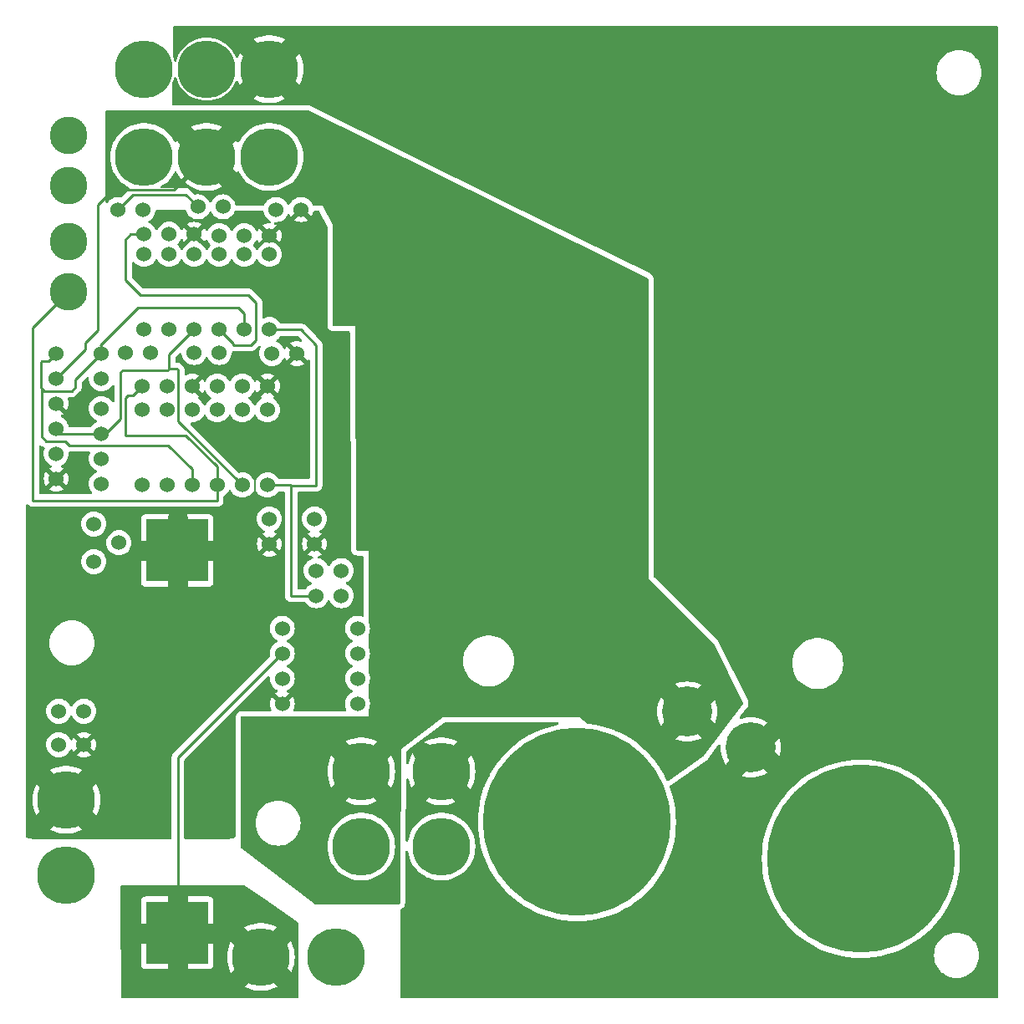
<source format=gbr>
%TF.GenerationSoftware,KiCad,Pcbnew,8.0.6*%
%TF.CreationDate,2024-12-23T13:04:00-07:00*%
%TF.ProjectId,Shutter current limit,53687574-7465-4722-9063-757272656e74,rev?*%
%TF.SameCoordinates,Original*%
%TF.FileFunction,Copper,L2,Bot*%
%TF.FilePolarity,Positive*%
%FSLAX46Y46*%
G04 Gerber Fmt 4.6, Leading zero omitted, Abs format (unit mm)*
G04 Created by KiCad (PCBNEW 8.0.6) date 2024-12-23 13:04:00*
%MOMM*%
%LPD*%
G01*
G04 APERTURE LIST*
%TA.AperFunction,ComponentPad*%
%ADD10R,6.350000X6.350000*%
%TD*%
%TA.AperFunction,ComponentPad*%
%ADD11C,1.524000*%
%TD*%
%TA.AperFunction,ComponentPad*%
%ADD12C,5.842000*%
%TD*%
%TA.AperFunction,ComponentPad*%
%ADD13C,3.810000*%
%TD*%
%TA.AperFunction,ComponentPad*%
%ADD14C,5.080000*%
%TD*%
%TA.AperFunction,ComponentPad*%
%ADD15C,19.050000*%
%TD*%
%TA.AperFunction,Conductor*%
%ADD16C,2.032000*%
%TD*%
%TA.AperFunction,Conductor*%
%ADD17C,0.254000*%
%TD*%
%TA.AperFunction,Conductor*%
%ADD18C,0.200000*%
%TD*%
%TA.AperFunction,Conductor*%
%ADD19C,2.540000*%
%TD*%
G04 APERTURE END LIST*
D10*
%TO.P,R7,2*%
%TO.N,Earth*%
X71272400Y-100812600D03*
%TO.P,R7,1*%
%TO.N,Net-(J2-Neg)*%
X71272400Y-139547600D03*
%TD*%
D11*
%TO.P,D1,1,K*%
%TO.N,Net-(D1-K)*%
X77876400Y-86586200D03*
%TO.P,D1,2,A*%
%TO.N,Net-(D1-A)*%
X77876400Y-94206200D03*
%TD*%
%TO.P,R6,1*%
%TO.N,POR*%
X85184800Y-97635200D03*
%TO.P,R6,2*%
%TO.N,Earth*%
X85184800Y-100175200D03*
%TD*%
%TO.P,Q3,1,D*%
%TO.N,Net-(D3-K)*%
X75336400Y-84173200D03*
%TO.P,Q3,2,G*%
%TO.N,Net-(D1-K)*%
X77876400Y-84173200D03*
%TO.P,Q3,3,S*%
%TO.N,Earth*%
X80416400Y-84173200D03*
%TD*%
%TO.P,U1,1*%
%TO.N,Net-(R8-Pad2)*%
X81915000Y-108712000D03*
%TO.P,U1,2,-*%
%TO.N,Net-(J2-Neg)*%
X81915000Y-111252000D03*
%TO.P,U1,3,+*%
%TO.N,Net-(U1-+)*%
X81915000Y-113792000D03*
%TO.P,U1,4*%
%TO.N,Earth*%
X81915000Y-116332000D03*
%TO.P,U1,5*%
%TO.N,N/C*%
X89535000Y-116332000D03*
%TO.P,U1,6*%
X89535000Y-113792000D03*
%TO.P,U1,7*%
X89535000Y-111252000D03*
%TO.P,U1,8*%
%TO.N,+12*%
X89535000Y-108712000D03*
%TD*%
%TO.P,R4,1*%
%TO.N,+12*%
X59276800Y-117109200D03*
%TO.P,R4,2*%
%TO.N,Net-(R4-Pad2)*%
X61816800Y-117109200D03*
%TD*%
%TO.P,D8,1,K*%
%TO.N,Net-(D11-A)*%
X78072800Y-70838200D03*
%TO.P,D8,2,A*%
%TO.N,Net-(D4-K)*%
X78072800Y-78458200D03*
%TD*%
%TO.P,R12,1*%
%TO.N,+12*%
X72986500Y-80772000D03*
%TO.P,R12,2*%
%TO.N,Net-(D3-K)*%
X75526500Y-80772000D03*
%TD*%
D12*
%TO.P,J4,1,Pos*%
%TO.N,K2 com*%
X89916000Y-123190000D03*
%TO.P,J4,2,Neg*%
%TO.N,Net-(D14-K)*%
X89916000Y-130810000D03*
%TD*%
%TO.P,K_cont2,30,Com*%
%TO.N,K1 com*%
X80612800Y-52074400D03*
%TO.P,K_cont2,87,NO*%
%TO.N,unconnected-(K_cont2-NO-Pad87)*%
X67912800Y-52074400D03*
%TO.P,K_cont2,87A,NC*%
%TO.N,Net-(D14-K)*%
X74262800Y-52074400D03*
%TD*%
D11*
%TO.P,D3,1,K*%
%TO.N,Net-(D3-K)*%
X70256400Y-94206200D03*
%TO.P,D3,2,A*%
%TO.N,Net-(D3-A)*%
X70256400Y-86586200D03*
%TD*%
%TO.P,R9,1*%
%TO.N,Net-(R8-Pad2)*%
X85344000Y-102870000D03*
%TO.P,R9,2*%
%TO.N,Net-(D2-A)*%
X85344000Y-105410000D03*
%TD*%
%TO.P,RV1,1,1*%
%TO.N,Net-(R5-Pad1)*%
X62832800Y-98143200D03*
%TO.P,RV1,2,2*%
%TO.N,Net-(U1-+)*%
X65372800Y-100048200D03*
%TO.P,RV1,3,3*%
%TO.N,Net-(R4-Pad2)*%
X62832800Y-101953200D03*
%TD*%
%TO.P,R13,1*%
%TO.N,Net-(D11-A)*%
X81280000Y-66294000D03*
%TO.P,R13,2*%
%TO.N,Earth*%
X83820000Y-66294000D03*
%TD*%
%TO.P,D6,1,K*%
%TO.N,POR*%
X67716400Y-94206200D03*
%TO.P,D6,2,A*%
%TO.N,Net-(D3-A)*%
X67716400Y-86586200D03*
%TD*%
%TO.P,D9,1,K*%
%TO.N,Net-(D9-K)*%
X70452800Y-78458200D03*
%TO.P,D9,2,A*%
%TO.N,Net-(D10-A)*%
X70452800Y-70838200D03*
%TD*%
%TO.P,D7,1,K*%
%TO.N,Net-(D11-A)*%
X80612800Y-70838200D03*
%TO.P,D7,2,A*%
%TO.N,Net-(D2-A)*%
X80612800Y-78458200D03*
%TD*%
%TO.P,R8,1*%
%TO.N,Net-(U1-+)*%
X87884000Y-105410000D03*
%TO.P,R8,2*%
%TO.N,Net-(R8-Pad2)*%
X87884000Y-102870000D03*
%TD*%
%TO.P,Q2,1,D*%
%TO.N,Net-(D1-A)*%
X59022800Y-88491200D03*
%TO.P,Q2,2,G*%
%TO.N,K1 com*%
X59022800Y-91031200D03*
%TO.P,Q2,3,S*%
%TO.N,Earth*%
X59022800Y-93571200D03*
%TD*%
%TO.P,R1,1*%
%TO.N,+12*%
X63594800Y-83411200D03*
%TO.P,R1,2*%
%TO.N,Net-(D4-K)*%
X63594800Y-80871200D03*
%TD*%
D13*
%TO.P,K_coil2,85,Coil_A*%
%TO.N,+12*%
X60292800Y-69568200D03*
%TO.P,K_coil2,86,Coil_B*%
%TO.N,Net-(D5-K)*%
X60292800Y-74648200D03*
%TD*%
D11*
%TO.P,R3,1*%
%TO.N,+12*%
X63594800Y-91539200D03*
%TO.P,R3,2*%
%TO.N,POR*%
X63594800Y-94079200D03*
%TD*%
%TO.P,D12,1,K*%
%TO.N,POR*%
X67912800Y-78458200D03*
%TO.P,D12,2,A*%
%TO.N,Net-(D10-A)*%
X67912800Y-70838200D03*
%TD*%
%TO.P,D10,1,K*%
%TO.N,Net-(D1-A)*%
X72992800Y-78458200D03*
%TO.P,D10,2,A*%
%TO.N,Net-(D10-A)*%
X72992800Y-70838200D03*
%TD*%
D14*
%TO.P,D14,2,A*%
%TO.N,K1 com*%
X129349500Y-120777000D03*
D15*
%TO.P,D14,1,K*%
%TO.N,Net-(D14-K)*%
X140525500Y-132054600D03*
%TD*%
D11*
%TO.P,D4,1,K*%
%TO.N,Net-(D4-K)*%
X72796400Y-94206200D03*
%TO.P,D4,2,A*%
%TO.N,Net-(D3-A)*%
X72796400Y-86586200D03*
%TD*%
%TO.P,D2,1,K*%
%TO.N,Net-(D1-K)*%
X80416400Y-86586200D03*
%TO.P,D2,2,A*%
%TO.N,Net-(D2-A)*%
X80416400Y-94206200D03*
%TD*%
D13*
%TO.P,K_coil1,85,Coil_A*%
%TO.N,+12*%
X60292800Y-58773200D03*
%TO.P,K_coil1,86,Coil_B*%
%TO.N,Net-(D11-K)*%
X60292800Y-63853200D03*
%TD*%
D11*
%TO.P,C1,1*%
%TO.N,POR*%
X80612800Y-97635200D03*
%TO.P,C1,2*%
%TO.N,Earth*%
X80612800Y-100175200D03*
%TD*%
%TO.P,R11,1*%
%TO.N,+12*%
X66001500Y-80772000D03*
%TO.P,R11,2*%
%TO.N,Net-(D3-A)*%
X68541500Y-80772000D03*
%TD*%
%TO.P,R14,1*%
%TO.N,+12*%
X65278000Y-66294000D03*
%TO.P,R14,2*%
%TO.N,Net-(D10-A)*%
X67818000Y-66294000D03*
%TD*%
%TO.P,R15,1*%
%TO.N,+12*%
X73367500Y-66014600D03*
%TO.P,R15,2*%
%TO.N,Net-(D9-K)*%
X75907500Y-66014600D03*
%TD*%
%TO.P,Q4,1,D*%
%TO.N,Net-(D5-K)*%
X67716400Y-84173200D03*
%TO.P,Q4,2,G*%
%TO.N,Net-(D3-A)*%
X70256400Y-84173200D03*
%TO.P,Q4,3,S*%
%TO.N,Earth*%
X72796400Y-84173200D03*
%TD*%
%TO.P,R10,1*%
%TO.N,Net-(D1-K)*%
X80866800Y-80871200D03*
%TO.P,R10,2*%
%TO.N,Earth*%
X83406800Y-80871200D03*
%TD*%
D12*
%TO.P,J1,1,Pos*%
%TO.N,+12*%
X60038800Y-133703200D03*
%TO.P,J1,2,Neg*%
%TO.N,Earth*%
X60038800Y-126083200D03*
%TD*%
%TO.P,J2,1,Pos*%
%TO.N,+12*%
X87370000Y-142000000D03*
%TO.P,J2,2,Neg*%
%TO.N,Net-(J2-Neg)*%
X79750000Y-142000000D03*
%TD*%
D11*
%TO.P,Q5,1,D*%
%TO.N,Net-(D9-K)*%
X75532800Y-68933200D03*
%TO.P,Q5,2,G*%
%TO.N,Net-(D11-A)*%
X78072800Y-68933200D03*
%TO.P,Q5,3,S*%
%TO.N,Earth*%
X80612800Y-68933200D03*
%TD*%
%TO.P,D11,1,K*%
%TO.N,Net-(D11-K)*%
X75532800Y-78458200D03*
%TO.P,D11,2,A*%
%TO.N,Net-(D11-A)*%
X75532800Y-70838200D03*
%TD*%
%TO.P,R2,1*%
%TO.N,+12*%
X63594800Y-86459200D03*
%TO.P,R2,2*%
%TO.N,Net-(D1-A)*%
X63594800Y-88999200D03*
%TD*%
%TO.P,Q1,1,D*%
%TO.N,Net-(D4-K)*%
X59022800Y-80871200D03*
%TO.P,Q1,2,G*%
%TO.N,K2 com*%
X59022800Y-83411200D03*
%TO.P,Q1,3,S*%
%TO.N,Earth*%
X59022800Y-85951200D03*
%TD*%
D12*
%TO.P,J3,1,Pos*%
%TO.N,Net-(D13-K)*%
X98044000Y-130810000D03*
%TO.P,J3,2,Neg*%
%TO.N,K1 com*%
X98044000Y-123190000D03*
%TD*%
D11*
%TO.P,Q6,1,D*%
%TO.N,Net-(D11-K)*%
X67912800Y-68805334D03*
%TO.P,Q6,2,G*%
%TO.N,Net-(D10-A)*%
X70452800Y-68805334D03*
%TO.P,Q6,3,S*%
%TO.N,Earth*%
X72992800Y-68805334D03*
%TD*%
%TO.P,D5,1,K*%
%TO.N,Net-(D5-K)*%
X75336400Y-94206200D03*
%TO.P,D5,2,A*%
%TO.N,Net-(D1-K)*%
X75336400Y-86586200D03*
%TD*%
D12*
%TO.P,K_cont1,30,Com*%
%TO.N,Net-(D13-K)*%
X80612800Y-60960000D03*
%TO.P,K_cont1,87,NO*%
%TO.N,unconnected-(K_cont1-NO-Pad87)*%
X67912800Y-60960000D03*
%TO.P,K_cont1,87A,NC*%
%TO.N,K2 com*%
X74262800Y-60960000D03*
%TD*%
D11*
%TO.P,R5,1*%
%TO.N,Net-(R5-Pad1)*%
X59276800Y-120495200D03*
%TO.P,R5,2*%
%TO.N,Earth*%
X61816800Y-120495200D03*
%TD*%
D15*
%TO.P,D13,1,K*%
%TO.N,Net-(D13-K)*%
X111760000Y-128333500D03*
D14*
%TO.P,D13,2,A*%
%TO.N,K2 com*%
X122936000Y-117157500D03*
%TD*%
D16*
%TO.N,Net-(J2-Neg)*%
X71374000Y-139636500D02*
X71374000Y-143256000D01*
X71374000Y-139636500D02*
X74968100Y-139636500D01*
X71374000Y-139636500D02*
X67678300Y-139636500D01*
X71374000Y-136023800D02*
X71341800Y-135991600D01*
X71374000Y-139636500D02*
X71374000Y-136023800D01*
X79742000Y-142000000D02*
X77419200Y-144322800D01*
X79750000Y-142000000D02*
X79742000Y-142000000D01*
X79820800Y-142000000D02*
X82245200Y-144424400D01*
X79750000Y-142000000D02*
X79820800Y-142000000D01*
X79750000Y-141992000D02*
X82092800Y-139649200D01*
X79750000Y-142000000D02*
X79750000Y-141992000D01*
X79668400Y-142000000D02*
X77368400Y-139700000D01*
X79750000Y-142000000D02*
X79668400Y-142000000D01*
X71374000Y-143256000D02*
X71475600Y-143357600D01*
D17*
X71341800Y-135991600D02*
X71341800Y-121793000D01*
X71341800Y-139418200D02*
X71341800Y-135991600D01*
D16*
%TO.N,K1 com*%
X80612800Y-52037800D02*
X78232000Y-49657000D01*
X80612800Y-52074400D02*
X80612800Y-52037800D01*
X80640600Y-52074400D02*
X83058000Y-49657000D01*
X80612800Y-52074400D02*
X80640600Y-52074400D01*
X83021400Y-54483000D02*
X83058000Y-54483000D01*
X80612800Y-52074400D02*
X83021400Y-54483000D01*
X80612800Y-52102200D02*
X78232000Y-54483000D01*
X80612800Y-52074400D02*
X80612800Y-52102200D01*
%TO.N,K2 com*%
X76675800Y-63373000D02*
X76708000Y-63373000D01*
X74262800Y-60960000D02*
X76675800Y-63373000D01*
X74262800Y-60865200D02*
X76581000Y-58547000D01*
X74262800Y-60960000D02*
X74262800Y-60865200D01*
X72009000Y-58706200D02*
X72009000Y-58674000D01*
X74262800Y-60960000D02*
X72009000Y-58706200D01*
%TO.N,K1 com*%
X129921000Y-120777000D02*
X132080000Y-118618000D01*
X129921000Y-120777000D02*
X132080000Y-122936000D01*
X129921000Y-120777000D02*
X127762000Y-122936000D01*
%TO.N,K2 com*%
X123126500Y-117157500D02*
X125095000Y-119126000D01*
X123126500Y-117157500D02*
X121031000Y-119253000D01*
X123126500Y-117157500D02*
X121031000Y-115062000D01*
X123126500Y-117157500D02*
X125222000Y-115062000D01*
%TO.N,K1 com*%
X98044000Y-123190000D02*
X96139000Y-121285000D01*
X98044000Y-123190000D02*
X95631000Y-125603000D01*
X98044000Y-123444000D02*
X100330000Y-125730000D01*
X98044000Y-123190000D02*
X98044000Y-123444000D01*
X98044000Y-123190000D02*
X100457000Y-120777000D01*
%TO.N,K2 com*%
X89916000Y-123190000D02*
X87376000Y-125730000D01*
X89916000Y-123190000D02*
X92456000Y-120650000D01*
X89916000Y-123190000D02*
X92456000Y-125730000D01*
X89916000Y-123190000D02*
X87503000Y-120777000D01*
%TO.N,Earth*%
X60038800Y-126078800D02*
X57658000Y-123698000D01*
X60038800Y-126083200D02*
X60038800Y-126078800D01*
X59971800Y-126083200D02*
X57531000Y-128524000D01*
X60038800Y-126083200D02*
X59971800Y-126083200D01*
X60038800Y-126083200D02*
X62606600Y-128651000D01*
X62611000Y-123511000D02*
X62611000Y-123444000D01*
X60038800Y-126083200D02*
X62611000Y-123511000D01*
X71374000Y-100901500D02*
X67627500Y-100901500D01*
X71374000Y-100901500D02*
X71374000Y-104521000D01*
X75247500Y-100901500D02*
X75311000Y-100838000D01*
X71374000Y-100901500D02*
X75247500Y-100901500D01*
X71374000Y-100901500D02*
X71374000Y-97536000D01*
D18*
X79121000Y-96012000D02*
X78105000Y-97028000D01*
X79121000Y-93218000D02*
X79121000Y-96012000D01*
X81788000Y-90551000D02*
X79121000Y-93218000D01*
X79243600Y-98806000D02*
X80612800Y-100175200D01*
X82423000Y-90551000D02*
X81788000Y-90551000D01*
X82423000Y-86179800D02*
X82423000Y-90551000D01*
X78105000Y-97028000D02*
X78105000Y-98806000D01*
X78105000Y-98806000D02*
X79243600Y-98806000D01*
X80416400Y-84173200D02*
X82423000Y-86179800D01*
D17*
%TO.N,Net-(D1-A)*%
X77876400Y-94206200D02*
X71374000Y-87703800D01*
X70459600Y-80991400D02*
X72992800Y-78458200D01*
X70358000Y-82550000D02*
X70459600Y-82448400D01*
X63594800Y-88999200D02*
X63985000Y-88999200D01*
X65760600Y-82550000D02*
X70358000Y-82550000D01*
X58928000Y-88519000D02*
X59408200Y-88999200D01*
X70459600Y-82448400D02*
X70459600Y-80991400D01*
X71374000Y-87703800D02*
X71374000Y-82550000D01*
X71272400Y-82448400D02*
X70459600Y-82448400D01*
X59408200Y-88999200D02*
X63594800Y-88999200D01*
X65532000Y-82778600D02*
X65760600Y-82550000D01*
X58955800Y-88491200D02*
X58928000Y-88519000D01*
X65532000Y-87452200D02*
X65532000Y-82778600D01*
X63985000Y-88999200D02*
X65532000Y-87452200D01*
X71374000Y-82550000D02*
X71272400Y-82448400D01*
X59022800Y-88491200D02*
X58955800Y-88491200D01*
%TO.N,Net-(D2-A)*%
X85344000Y-94234000D02*
X85344000Y-80010000D01*
X82804000Y-94234000D02*
X85344000Y-94234000D01*
X83792200Y-78458200D02*
X80612800Y-78458200D01*
X80416400Y-94206200D02*
X82776200Y-94206200D01*
X85344000Y-80010000D02*
X83792200Y-78458200D01*
X82804000Y-105410000D02*
X85344000Y-105410000D01*
X82776200Y-94206200D02*
X82804000Y-94234000D01*
X82804000Y-94234000D02*
X82804000Y-105410000D01*
%TO.N,Net-(D4-K)*%
X78072800Y-76802800D02*
X77470000Y-76200000D01*
X60960000Y-84277200D02*
X60579000Y-84658200D01*
X60579000Y-84658200D02*
X57785000Y-84658200D01*
X57556400Y-81661000D02*
X58233000Y-81661000D01*
X58233000Y-81661000D02*
X59022800Y-80871200D01*
X67310000Y-76200000D02*
X63500000Y-80010000D01*
X57454800Y-81762600D02*
X57556400Y-81661000D01*
X70358000Y-90170000D02*
X72796400Y-92608400D01*
X78072800Y-78458200D02*
X78072800Y-76802800D01*
X63594800Y-80104800D02*
X63594800Y-80871200D01*
X60375800Y-90170000D02*
X70358000Y-90170000D01*
X57531000Y-84404200D02*
X57480200Y-84353400D01*
X57531000Y-89306400D02*
X57531000Y-84404200D01*
X59969400Y-89763600D02*
X57988200Y-89763600D01*
X77470000Y-76200000D02*
X67310000Y-76200000D01*
X59969400Y-89763600D02*
X60375800Y-90170000D01*
X57785000Y-84658200D02*
X57480200Y-84353400D01*
X63594800Y-80871200D02*
X60960000Y-83506000D01*
X72796400Y-92608400D02*
X72796400Y-94206200D01*
X57480200Y-81788000D02*
X57454800Y-81762600D01*
X57988200Y-89763600D02*
X57531000Y-89306400D01*
X60960000Y-83506000D02*
X60960000Y-84277200D01*
X57480200Y-84353400D02*
X57480200Y-81788000D01*
X63500000Y-80010000D02*
X63594800Y-80104800D01*
%TO.N,Net-(D5-K)*%
X66799600Y-85090000D02*
X67716400Y-84173200D01*
X75336400Y-94206200D02*
X75336400Y-95758000D01*
X75336400Y-94206200D02*
X75336400Y-92354400D01*
X56642000Y-95758000D02*
X56642000Y-78299000D01*
X66040000Y-85344000D02*
X66294000Y-85090000D01*
X75336400Y-95758000D02*
X56642000Y-95758000D01*
X56642000Y-78299000D02*
X60292800Y-74648200D01*
X72136000Y-89154000D02*
X66040000Y-89154000D01*
X75336400Y-92354400D02*
X72136000Y-89154000D01*
X66040000Y-89154000D02*
X66040000Y-85344000D01*
X66294000Y-85090000D02*
X66799600Y-85090000D01*
%TO.N,Net-(D11-K)*%
X76962000Y-79887400D02*
X76962000Y-80010000D01*
X75532800Y-78458200D02*
X76962000Y-79887400D01*
X79248000Y-75692000D02*
X78486000Y-74930000D01*
X78740000Y-80010000D02*
X79248000Y-79502000D01*
X76962000Y-80010000D02*
X78740000Y-80010000D01*
X67564000Y-74930000D02*
X66040000Y-73406000D01*
X66040000Y-73406000D02*
X66040000Y-69342000D01*
X66576666Y-68805334D02*
X67912800Y-68805334D01*
X78486000Y-74930000D02*
X67564000Y-74930000D01*
X79248000Y-79502000D02*
X79248000Y-75692000D01*
X66040000Y-69342000D02*
X66576666Y-68805334D01*
%TO.N,K2 com*%
X74262800Y-60960000D02*
X70960800Y-64262000D01*
X63246000Y-78486000D02*
X61976000Y-79756000D01*
X61976000Y-80458000D02*
X59022800Y-83411200D01*
X70960800Y-64262000D02*
X64770000Y-64262000D01*
X63246000Y-65786000D02*
X63246000Y-78486000D01*
D19*
X74262800Y-60960000D02*
X74262800Y-59487200D01*
D17*
X61976000Y-79756000D02*
X61976000Y-80458000D01*
X64770000Y-64262000D02*
X63246000Y-65786000D01*
D18*
%TO.N,K1 com*%
X80612800Y-52074400D02*
X80645000Y-52042200D01*
D17*
%TO.N,+12*%
X73367500Y-66014600D02*
X72122900Y-64770000D01*
X66802000Y-64770000D02*
X65278000Y-66294000D01*
X72122900Y-64770000D02*
X66802000Y-64770000D01*
%TO.N,Net-(J2-Neg)*%
X71341800Y-121793000D02*
X81882800Y-111252000D01*
%TD*%
%TA.AperFunction,Conductor*%
%TO.N,Earth*%
G36*
X79215359Y-94681623D02*
G01*
X79260595Y-94733827D01*
X79311911Y-94843875D01*
X79311912Y-94843877D01*
X79439416Y-95025972D01*
X79439420Y-95025977D01*
X79439423Y-95025981D01*
X79596619Y-95183177D01*
X79596622Y-95183179D01*
X79596627Y-95183183D01*
X79700524Y-95255932D01*
X79778723Y-95310688D01*
X79980204Y-95404640D01*
X80194937Y-95462178D01*
X80416400Y-95481553D01*
X80637863Y-95462178D01*
X80852596Y-95404640D01*
X81054077Y-95310688D01*
X81236181Y-95183177D01*
X81393377Y-95025981D01*
X81484791Y-94895429D01*
X81540248Y-94851101D01*
X81588004Y-94841700D01*
X82042500Y-94841700D01*
X82110621Y-94861702D01*
X82157114Y-94915358D01*
X82168500Y-94967700D01*
X82168500Y-105472591D01*
X82192922Y-105595369D01*
X82240827Y-105711022D01*
X82310375Y-105815108D01*
X82398892Y-105903625D01*
X82502978Y-105973173D01*
X82618631Y-106021078D01*
X82741409Y-106045500D01*
X82866591Y-106045500D01*
X84172396Y-106045500D01*
X84240517Y-106065502D01*
X84275609Y-106099229D01*
X84367020Y-106229777D01*
X84367023Y-106229781D01*
X84524219Y-106386977D01*
X84524223Y-106386980D01*
X84524227Y-106386983D01*
X84628124Y-106459732D01*
X84706323Y-106514488D01*
X84907804Y-106608440D01*
X85122537Y-106665978D01*
X85344000Y-106685353D01*
X85344000Y-107315000D01*
X89027000Y-107315000D01*
X90164500Y-107315000D01*
X90164500Y-107405918D01*
X90144498Y-107474039D01*
X90090842Y-107520532D01*
X90020568Y-107530636D01*
X89985253Y-107520114D01*
X89971204Y-107513563D01*
X89971193Y-107513559D01*
X89929074Y-107502273D01*
X89756463Y-107456022D01*
X89535000Y-107436647D01*
X89313537Y-107456022D01*
X89198463Y-107486856D01*
X89098806Y-107513559D01*
X89098801Y-107513561D01*
X88897323Y-107607512D01*
X88715222Y-107735020D01*
X88715216Y-107735025D01*
X88558025Y-107892216D01*
X88558020Y-107892222D01*
X88430512Y-108074323D01*
X88368305Y-108207727D01*
X88336560Y-108275804D01*
X88279022Y-108490537D01*
X88259647Y-108712000D01*
X88279022Y-108933463D01*
X88325273Y-109106074D01*
X88336559Y-109148193D01*
X88336561Y-109148199D01*
X88430511Y-109349675D01*
X88430512Y-109349677D01*
X88558016Y-109531772D01*
X88558020Y-109531777D01*
X88558023Y-109531781D01*
X88715219Y-109688977D01*
X88715223Y-109688980D01*
X88715227Y-109688983D01*
X88799896Y-109748269D01*
X88897323Y-109816488D01*
X88987787Y-109858672D01*
X89007373Y-109867805D01*
X89060658Y-109914722D01*
X89080119Y-109982999D01*
X89059577Y-110050959D01*
X89007373Y-110096195D01*
X88897323Y-110147512D01*
X88715222Y-110275020D01*
X88715216Y-110275025D01*
X88558025Y-110432216D01*
X88558020Y-110432222D01*
X88430512Y-110614323D01*
X88336561Y-110815801D01*
X88336560Y-110815804D01*
X88279022Y-111030537D01*
X88259647Y-111252000D01*
X88279022Y-111473463D01*
X88306293Y-111575239D01*
X88336559Y-111688193D01*
X88336561Y-111688199D01*
X88430511Y-111889675D01*
X88430512Y-111889677D01*
X88558016Y-112071772D01*
X88558020Y-112071777D01*
X88558023Y-112071781D01*
X88715219Y-112228977D01*
X88715223Y-112228980D01*
X88715227Y-112228983D01*
X88779407Y-112273922D01*
X88897323Y-112356488D01*
X89007373Y-112407805D01*
X89060658Y-112454722D01*
X89080119Y-112522999D01*
X89059577Y-112590959D01*
X89007373Y-112636195D01*
X88897323Y-112687512D01*
X88715222Y-112815020D01*
X88715216Y-112815025D01*
X88558025Y-112972216D01*
X88558020Y-112972222D01*
X88430512Y-113154323D01*
X88336561Y-113355801D01*
X88336560Y-113355804D01*
X88279022Y-113570537D01*
X88259647Y-113792000D01*
X88279022Y-114013463D01*
X88297869Y-114083800D01*
X88336559Y-114228193D01*
X88336561Y-114228199D01*
X88430511Y-114429675D01*
X88430512Y-114429677D01*
X88558016Y-114611772D01*
X88558020Y-114611777D01*
X88558023Y-114611781D01*
X88715219Y-114768977D01*
X88715223Y-114768980D01*
X88715227Y-114768983D01*
X88819124Y-114841732D01*
X88897323Y-114896488D01*
X88934861Y-114913992D01*
X89007373Y-114947805D01*
X89060658Y-114994722D01*
X89080119Y-115062999D01*
X89059577Y-115130959D01*
X89007373Y-115176195D01*
X88897323Y-115227512D01*
X88715222Y-115355020D01*
X88715216Y-115355025D01*
X88558025Y-115512216D01*
X88558020Y-115512222D01*
X88430512Y-115694323D01*
X88336561Y-115895801D01*
X88336559Y-115895806D01*
X88332552Y-115910761D01*
X88279022Y-116110537D01*
X88259647Y-116332000D01*
X88279022Y-116553463D01*
X88312217Y-116677347D01*
X88336559Y-116768193D01*
X88336561Y-116768199D01*
X88402334Y-116909250D01*
X88412995Y-116979442D01*
X88384015Y-117044255D01*
X88324595Y-117083111D01*
X88288139Y-117088500D01*
X83152482Y-117088500D01*
X83084361Y-117068498D01*
X83037868Y-117014842D01*
X83027764Y-116944568D01*
X83038287Y-116909250D01*
X83105420Y-116765281D01*
X83105422Y-116765276D01*
X83162574Y-116551979D01*
X83181820Y-116332000D01*
X83162574Y-116112020D01*
X83105422Y-115898723D01*
X83105420Y-115898718D01*
X83012099Y-115698590D01*
X82966740Y-115633810D01*
X82296000Y-116304550D01*
X82296000Y-116281840D01*
X82270036Y-116184939D01*
X82219876Y-116098060D01*
X82148940Y-116027124D01*
X82062061Y-115976964D01*
X81965160Y-115951000D01*
X81942447Y-115951000D01*
X82613187Y-115280257D01*
X82613187Y-115280256D01*
X82548417Y-115234904D01*
X82548416Y-115234903D01*
X82432570Y-115180884D01*
X82379285Y-115133967D01*
X82359824Y-115065689D01*
X82380366Y-114997730D01*
X82432570Y-114952494D01*
X82515137Y-114913993D01*
X82552671Y-114896491D01*
X82552672Y-114896490D01*
X82552677Y-114896488D01*
X82734781Y-114768977D01*
X82891977Y-114611781D01*
X83019488Y-114429677D01*
X83113440Y-114228196D01*
X83170978Y-114013463D01*
X83190353Y-113792000D01*
X83170978Y-113570537D01*
X83113440Y-113355804D01*
X83019488Y-113154324D01*
X82891977Y-112972219D01*
X82734781Y-112815023D01*
X82734777Y-112815020D01*
X82734772Y-112815016D01*
X82552677Y-112687512D01*
X82552675Y-112687511D01*
X82442627Y-112636195D01*
X82389342Y-112589278D01*
X82369881Y-112521001D01*
X82390423Y-112453041D01*
X82442627Y-112407805D01*
X82552677Y-112356488D01*
X82734781Y-112228977D01*
X82891977Y-112071781D01*
X83019488Y-111889677D01*
X83113440Y-111688196D01*
X83170978Y-111473463D01*
X83190353Y-111252000D01*
X83170978Y-111030537D01*
X83113440Y-110815804D01*
X83019488Y-110614324D01*
X82891977Y-110432219D01*
X82734781Y-110275023D01*
X82734777Y-110275020D01*
X82734772Y-110275016D01*
X82552677Y-110147512D01*
X82552675Y-110147511D01*
X82442627Y-110096195D01*
X82389342Y-110049278D01*
X82369881Y-109981001D01*
X82390423Y-109913041D01*
X82442627Y-109867805D01*
X82552677Y-109816488D01*
X82734781Y-109688977D01*
X82891977Y-109531781D01*
X83019488Y-109349677D01*
X83113440Y-109148196D01*
X83170978Y-108933463D01*
X83190353Y-108712000D01*
X83170978Y-108490537D01*
X83113440Y-108275804D01*
X83019488Y-108074324D01*
X82891977Y-107892219D01*
X82734781Y-107735023D01*
X82734777Y-107735020D01*
X82734772Y-107735016D01*
X82552677Y-107607512D01*
X82552675Y-107607511D01*
X82351199Y-107513561D01*
X82351193Y-107513559D01*
X82309074Y-107502273D01*
X82136463Y-107456022D01*
X81915000Y-107436647D01*
X81693537Y-107456022D01*
X81578463Y-107486856D01*
X81478806Y-107513559D01*
X81478801Y-107513561D01*
X81277323Y-107607512D01*
X81095222Y-107735020D01*
X81095216Y-107735025D01*
X80938025Y-107892216D01*
X80938020Y-107892222D01*
X80810512Y-108074323D01*
X80748305Y-108207727D01*
X80716560Y-108275804D01*
X80659022Y-108490537D01*
X80639647Y-108712000D01*
X80659022Y-108933463D01*
X80705273Y-109106074D01*
X80716559Y-109148193D01*
X80716561Y-109148199D01*
X80810511Y-109349675D01*
X80810512Y-109349677D01*
X80938016Y-109531772D01*
X80938020Y-109531777D01*
X80938023Y-109531781D01*
X81095219Y-109688977D01*
X81095223Y-109688980D01*
X81095227Y-109688983D01*
X81179896Y-109748269D01*
X81277323Y-109816488D01*
X81367787Y-109858672D01*
X81387373Y-109867805D01*
X81440658Y-109914722D01*
X81460119Y-109982999D01*
X81439577Y-110050959D01*
X81387373Y-110096195D01*
X81277323Y-110147512D01*
X81095222Y-110275020D01*
X81095216Y-110275025D01*
X80938025Y-110432216D01*
X80938020Y-110432222D01*
X80810512Y-110614323D01*
X80716561Y-110815801D01*
X80716560Y-110815804D01*
X80659022Y-111030537D01*
X80659022Y-111030539D01*
X80639647Y-111252000D01*
X80659022Y-111473468D01*
X80662083Y-111484889D01*
X80660393Y-111555866D01*
X80629471Y-111606594D01*
X70936692Y-121299375D01*
X70848177Y-121387889D01*
X70848172Y-121387896D01*
X70778627Y-121491977D01*
X70730724Y-121607625D01*
X70730722Y-121607630D01*
X70706300Y-121730406D01*
X70706300Y-129922000D01*
X70686298Y-129990121D01*
X70632642Y-130036614D01*
X70580300Y-130048000D01*
X56698307Y-130048000D01*
X56687325Y-130047521D01*
X56483246Y-130029666D01*
X56461617Y-130025852D01*
X56269082Y-129974263D01*
X56248443Y-129966751D01*
X56067790Y-129882510D01*
X56048768Y-129871527D01*
X55977028Y-129821293D01*
X55932700Y-129765836D01*
X55923300Y-129718081D01*
X55923300Y-126083197D01*
X56612775Y-126083197D01*
X56612775Y-126083202D01*
X56632859Y-126453618D01*
X56692872Y-126819689D01*
X56792116Y-127177132D01*
X56929419Y-127521740D01*
X56929423Y-127521748D01*
X57103183Y-127849495D01*
X57103185Y-127849499D01*
X57311363Y-128156539D01*
X57449397Y-128319047D01*
X58844419Y-126924026D01*
X58924793Y-127034652D01*
X59087348Y-127197207D01*
X59197971Y-127277579D01*
X57800464Y-128675087D01*
X57820833Y-128694381D01*
X57820838Y-128694386D01*
X58116154Y-128918879D01*
X58116160Y-128918883D01*
X58434019Y-129110132D01*
X58434026Y-129110136D01*
X58770685Y-129265892D01*
X58770697Y-129265897D01*
X59122231Y-129384342D01*
X59122248Y-129384347D01*
X59484514Y-129464088D01*
X59484542Y-129464093D01*
X59853311Y-129504199D01*
X59853327Y-129504200D01*
X60224273Y-129504200D01*
X60224288Y-129504199D01*
X60593057Y-129464093D01*
X60593085Y-129464088D01*
X60955351Y-129384347D01*
X60955368Y-129384342D01*
X61306902Y-129265897D01*
X61306914Y-129265892D01*
X61643573Y-129110136D01*
X61643580Y-129110132D01*
X61961439Y-128918883D01*
X61961445Y-128918879D01*
X62256762Y-128694386D01*
X62256766Y-128694382D01*
X62277134Y-128675088D01*
X62277134Y-128675087D01*
X60879627Y-127277579D01*
X60990252Y-127197207D01*
X61152807Y-127034652D01*
X61233180Y-126924027D01*
X62628201Y-128319047D01*
X62766235Y-128156540D01*
X62974414Y-127849499D01*
X62974416Y-127849495D01*
X63148176Y-127521748D01*
X63148180Y-127521740D01*
X63285483Y-127177132D01*
X63384727Y-126819689D01*
X63444740Y-126453618D01*
X63464825Y-126083202D01*
X63464825Y-126083197D01*
X63444740Y-125712781D01*
X63384727Y-125346710D01*
X63285483Y-124989267D01*
X63148180Y-124644659D01*
X63148176Y-124644651D01*
X62974416Y-124316904D01*
X62974414Y-124316900D01*
X62766239Y-124009865D01*
X62628200Y-123847352D01*
X61233179Y-125242372D01*
X61152807Y-125131748D01*
X60990252Y-124969193D01*
X60879626Y-124888819D01*
X62277133Y-123491312D01*
X62256758Y-123472012D01*
X61961445Y-123247520D01*
X61961439Y-123247516D01*
X61643580Y-123056267D01*
X61643573Y-123056263D01*
X61306914Y-122900507D01*
X61306902Y-122900502D01*
X60955368Y-122782057D01*
X60955351Y-122782052D01*
X60593085Y-122702311D01*
X60593057Y-122702306D01*
X60224288Y-122662200D01*
X59853311Y-122662200D01*
X59484542Y-122702306D01*
X59484514Y-122702311D01*
X59122248Y-122782052D01*
X59122231Y-122782057D01*
X58770697Y-122900502D01*
X58770685Y-122900507D01*
X58434026Y-123056263D01*
X58434019Y-123056267D01*
X58116160Y-123247516D01*
X58116154Y-123247520D01*
X57820831Y-123472019D01*
X57800464Y-123491310D01*
X57800464Y-123491311D01*
X59197972Y-124888819D01*
X59087348Y-124969193D01*
X58924793Y-125131748D01*
X58844419Y-125242372D01*
X57449398Y-123847351D01*
X57311367Y-124009854D01*
X57311365Y-124009857D01*
X57103185Y-124316900D01*
X57103183Y-124316904D01*
X56929423Y-124644651D01*
X56929419Y-124644659D01*
X56792116Y-124989267D01*
X56692872Y-125346710D01*
X56632859Y-125712781D01*
X56612775Y-126083197D01*
X55923300Y-126083197D01*
X55923300Y-120495200D01*
X58001447Y-120495200D01*
X58020822Y-120716663D01*
X58043173Y-120800076D01*
X58078359Y-120931393D01*
X58078361Y-120931399D01*
X58172311Y-121132875D01*
X58172312Y-121132877D01*
X58299816Y-121314972D01*
X58299820Y-121314977D01*
X58299823Y-121314981D01*
X58457019Y-121472177D01*
X58457023Y-121472180D01*
X58457027Y-121472183D01*
X58560924Y-121544932D01*
X58639123Y-121599688D01*
X58840604Y-121693640D01*
X59055337Y-121751178D01*
X59276800Y-121770553D01*
X59498263Y-121751178D01*
X59712996Y-121693640D01*
X59914477Y-121599688D01*
X60096581Y-121472177D01*
X60253777Y-121314981D01*
X60381288Y-121132877D01*
X60383275Y-121128617D01*
X60437294Y-121012771D01*
X60484211Y-120959485D01*
X60552488Y-120940024D01*
X60620448Y-120960565D01*
X60665684Y-121012770D01*
X60719703Y-121128616D01*
X60719704Y-121128617D01*
X60765057Y-121193387D01*
X61435800Y-120522645D01*
X61435800Y-120545360D01*
X61461764Y-120642261D01*
X61511924Y-120729140D01*
X61582860Y-120800076D01*
X61669739Y-120850236D01*
X61766640Y-120876200D01*
X61789353Y-120876200D01*
X61118611Y-121546940D01*
X61118611Y-121546941D01*
X61183388Y-121592298D01*
X61383518Y-121685620D01*
X61383523Y-121685622D01*
X61596820Y-121742774D01*
X61816800Y-121762020D01*
X62036779Y-121742774D01*
X62250076Y-121685622D01*
X62250081Y-121685620D01*
X62450210Y-121592299D01*
X62514987Y-121546941D01*
X62514987Y-121546939D01*
X61844248Y-120876200D01*
X61866960Y-120876200D01*
X61963861Y-120850236D01*
X62050740Y-120800076D01*
X62121676Y-120729140D01*
X62171836Y-120642261D01*
X62197800Y-120545360D01*
X62197800Y-120522648D01*
X62868539Y-121193387D01*
X62868541Y-121193387D01*
X62913899Y-121128610D01*
X63007220Y-120928481D01*
X63007222Y-120928476D01*
X63064374Y-120715179D01*
X63083620Y-120495200D01*
X63064374Y-120275220D01*
X63007222Y-120061923D01*
X63007220Y-120061918D01*
X62913899Y-119861790D01*
X62868540Y-119797011D01*
X62197800Y-120467751D01*
X62197800Y-120445040D01*
X62171836Y-120348139D01*
X62121676Y-120261260D01*
X62050740Y-120190324D01*
X61963861Y-120140164D01*
X61866960Y-120114200D01*
X61844247Y-120114200D01*
X62514987Y-119443457D01*
X62514987Y-119443456D01*
X62450217Y-119398104D01*
X62450216Y-119398103D01*
X62250081Y-119304779D01*
X62250076Y-119304777D01*
X62036779Y-119247625D01*
X61816800Y-119228379D01*
X61596820Y-119247625D01*
X61383523Y-119304777D01*
X61383519Y-119304779D01*
X61183389Y-119398101D01*
X61118610Y-119443458D01*
X61789352Y-120114200D01*
X61766640Y-120114200D01*
X61669739Y-120140164D01*
X61582860Y-120190324D01*
X61511924Y-120261260D01*
X61461764Y-120348139D01*
X61435800Y-120445040D01*
X61435800Y-120467752D01*
X60765058Y-119797010D01*
X60719700Y-119861791D01*
X60665683Y-119977630D01*
X60618766Y-120030914D01*
X60550489Y-120050375D01*
X60482529Y-120029833D01*
X60437294Y-119977629D01*
X60381288Y-119857524D01*
X60253777Y-119675419D01*
X60096581Y-119518223D01*
X60096577Y-119518220D01*
X60096572Y-119518216D01*
X59914477Y-119390712D01*
X59914475Y-119390711D01*
X59712999Y-119296761D01*
X59712993Y-119296759D01*
X59670874Y-119285473D01*
X59498263Y-119239222D01*
X59276800Y-119219847D01*
X59055337Y-119239222D01*
X58940263Y-119270056D01*
X58840606Y-119296759D01*
X58840601Y-119296761D01*
X58639123Y-119390712D01*
X58457022Y-119518220D01*
X58457016Y-119518225D01*
X58299825Y-119675416D01*
X58299820Y-119675422D01*
X58172312Y-119857523D01*
X58078361Y-120059001D01*
X58078359Y-120059006D01*
X58063570Y-120114200D01*
X58020822Y-120273737D01*
X58001447Y-120495200D01*
X55923300Y-120495200D01*
X55923300Y-117109200D01*
X58001447Y-117109200D01*
X58020822Y-117330663D01*
X58034401Y-117381339D01*
X58078359Y-117545393D01*
X58078361Y-117545399D01*
X58172311Y-117746875D01*
X58172312Y-117746877D01*
X58299816Y-117928972D01*
X58299820Y-117928977D01*
X58299823Y-117928981D01*
X58457019Y-118086177D01*
X58457023Y-118086180D01*
X58457027Y-118086183D01*
X58459538Y-118087941D01*
X58639123Y-118213688D01*
X58840604Y-118307640D01*
X59055337Y-118365178D01*
X59276800Y-118384553D01*
X59498263Y-118365178D01*
X59712996Y-118307640D01*
X59914477Y-118213688D01*
X60096581Y-118086177D01*
X60253777Y-117928981D01*
X60381288Y-117746877D01*
X60432605Y-117636826D01*
X60479522Y-117583542D01*
X60547799Y-117564081D01*
X60615759Y-117584623D01*
X60660995Y-117636827D01*
X60712311Y-117746875D01*
X60712312Y-117746877D01*
X60839816Y-117928972D01*
X60839820Y-117928977D01*
X60839823Y-117928981D01*
X60997019Y-118086177D01*
X60997023Y-118086180D01*
X60997027Y-118086183D01*
X60999538Y-118087941D01*
X61179123Y-118213688D01*
X61380604Y-118307640D01*
X61595337Y-118365178D01*
X61816800Y-118384553D01*
X62038263Y-118365178D01*
X62252996Y-118307640D01*
X62454477Y-118213688D01*
X62636581Y-118086177D01*
X62793777Y-117928981D01*
X62921288Y-117746877D01*
X63015240Y-117545396D01*
X63072778Y-117330663D01*
X63092153Y-117109200D01*
X63072778Y-116887737D01*
X63015240Y-116673004D01*
X62921288Y-116471524D01*
X62793777Y-116289419D01*
X62636581Y-116132223D01*
X62636577Y-116132220D01*
X62636572Y-116132216D01*
X62454477Y-116004712D01*
X62454475Y-116004711D01*
X62252999Y-115910761D01*
X62252993Y-115910759D01*
X62197180Y-115895804D01*
X62038263Y-115853222D01*
X61816800Y-115833847D01*
X61595337Y-115853222D01*
X61480263Y-115884056D01*
X61380606Y-115910759D01*
X61380601Y-115910761D01*
X61179123Y-116004712D01*
X60997022Y-116132220D01*
X60997016Y-116132225D01*
X60839825Y-116289416D01*
X60839820Y-116289422D01*
X60712312Y-116471523D01*
X60660995Y-116581573D01*
X60614077Y-116634858D01*
X60545800Y-116654319D01*
X60477840Y-116633777D01*
X60432605Y-116581573D01*
X60419497Y-116553463D01*
X60381288Y-116471524D01*
X60253777Y-116289419D01*
X60096581Y-116132223D01*
X60096577Y-116132220D01*
X60096572Y-116132216D01*
X59914477Y-116004712D01*
X59914475Y-116004711D01*
X59712999Y-115910761D01*
X59712993Y-115910759D01*
X59657180Y-115895804D01*
X59498263Y-115853222D01*
X59276800Y-115833847D01*
X59055337Y-115853222D01*
X58940263Y-115884056D01*
X58840606Y-115910759D01*
X58840601Y-115910761D01*
X58639123Y-116004712D01*
X58457022Y-116132220D01*
X58457016Y-116132225D01*
X58299825Y-116289416D01*
X58299820Y-116289422D01*
X58172312Y-116471523D01*
X58078361Y-116673001D01*
X58078359Y-116673006D01*
X58077196Y-116677347D01*
X58020822Y-116887737D01*
X58001447Y-117109200D01*
X55923300Y-117109200D01*
X55923300Y-110185196D01*
X58321011Y-110185196D01*
X58321011Y-110185203D01*
X58340545Y-110483237D01*
X58340547Y-110483252D01*
X58398816Y-110776186D01*
X58398817Y-110776190D01*
X58415030Y-110823950D01*
X58494824Y-111059015D01*
X58494827Y-111059021D01*
X58626925Y-111326892D01*
X58792868Y-111575242D01*
X58989799Y-111799800D01*
X59214357Y-111996731D01*
X59214359Y-111996732D01*
X59214361Y-111996734D01*
X59462705Y-112162673D01*
X59730585Y-112294776D01*
X60013415Y-112390784D01*
X60236641Y-112435186D01*
X60306347Y-112449052D01*
X60306349Y-112449052D01*
X60306358Y-112449054D01*
X60476667Y-112460216D01*
X60604397Y-112468589D01*
X60604400Y-112468589D01*
X60604403Y-112468589D01*
X60716165Y-112461263D01*
X60902442Y-112449054D01*
X61195385Y-112390784D01*
X61478215Y-112294776D01*
X61746095Y-112162673D01*
X61994439Y-111996734D01*
X62219000Y-111799800D01*
X62415934Y-111575239D01*
X62581873Y-111326895D01*
X62713976Y-111059015D01*
X62809984Y-110776185D01*
X62868254Y-110483242D01*
X62880463Y-110296965D01*
X62887789Y-110185203D01*
X62887789Y-110185196D01*
X62873249Y-109963364D01*
X62868254Y-109887158D01*
X62864404Y-109867805D01*
X62840627Y-109748269D01*
X62809984Y-109594215D01*
X62713976Y-109311385D01*
X62581873Y-109043506D01*
X62415934Y-108795161D01*
X62415931Y-108795157D01*
X62219000Y-108570599D01*
X61994442Y-108373668D01*
X61746092Y-108207725D01*
X61478221Y-108075627D01*
X61478215Y-108075624D01*
X61382296Y-108043063D01*
X61195390Y-107979617D01*
X61195386Y-107979616D01*
X60902452Y-107921347D01*
X60902437Y-107921345D01*
X60604403Y-107901811D01*
X60604397Y-107901811D01*
X60306362Y-107921345D01*
X60306347Y-107921347D01*
X60013413Y-107979616D01*
X60013409Y-107979617D01*
X59735510Y-108073951D01*
X59730585Y-108075624D01*
X59730582Y-108075625D01*
X59730578Y-108075627D01*
X59462708Y-108207725D01*
X59214361Y-108373665D01*
X59214357Y-108373668D01*
X58989799Y-108570599D01*
X58792868Y-108795157D01*
X58792865Y-108795161D01*
X58626925Y-109043508D01*
X58494827Y-109311378D01*
X58494823Y-109311388D01*
X58398817Y-109594209D01*
X58398816Y-109594213D01*
X58340547Y-109887147D01*
X58340545Y-109887162D01*
X58321011Y-110185196D01*
X55923300Y-110185196D01*
X55923300Y-101953200D01*
X61557447Y-101953200D01*
X61576822Y-102174663D01*
X61614402Y-102314912D01*
X61634359Y-102389393D01*
X61634361Y-102389399D01*
X61728311Y-102590875D01*
X61728312Y-102590877D01*
X61855816Y-102772972D01*
X61855820Y-102772977D01*
X61855823Y-102772981D01*
X62013019Y-102930177D01*
X62013023Y-102930180D01*
X62013027Y-102930183D01*
X62116924Y-103002932D01*
X62195123Y-103057688D01*
X62396604Y-103151640D01*
X62611337Y-103209178D01*
X62832800Y-103228553D01*
X63054263Y-103209178D01*
X63268996Y-103151640D01*
X63470477Y-103057688D01*
X63652581Y-102930177D01*
X63809777Y-102772981D01*
X63937288Y-102590877D01*
X64031240Y-102389396D01*
X64088778Y-102174663D01*
X64108153Y-101953200D01*
X64088778Y-101731737D01*
X64031240Y-101517004D01*
X63937288Y-101315524D01*
X63809777Y-101133419D01*
X63652581Y-100976223D01*
X63652577Y-100976220D01*
X63652572Y-100976216D01*
X63470477Y-100848712D01*
X63470475Y-100848711D01*
X63268999Y-100754761D01*
X63268993Y-100754759D01*
X63226874Y-100743473D01*
X63054263Y-100697222D01*
X62832800Y-100677847D01*
X62611337Y-100697222D01*
X62535428Y-100717562D01*
X62396606Y-100754759D01*
X62396601Y-100754761D01*
X62195123Y-100848712D01*
X62013022Y-100976220D01*
X62013016Y-100976225D01*
X61855825Y-101133416D01*
X61855820Y-101133422D01*
X61728312Y-101315523D01*
X61634361Y-101517001D01*
X61634359Y-101517006D01*
X61613555Y-101594647D01*
X61576822Y-101731737D01*
X61557447Y-101953200D01*
X55923300Y-101953200D01*
X55923300Y-100048200D01*
X64097447Y-100048200D01*
X64116822Y-100269663D01*
X64130916Y-100322261D01*
X64174359Y-100484393D01*
X64174361Y-100484399D01*
X64268311Y-100685875D01*
X64268312Y-100685877D01*
X64395816Y-100867972D01*
X64395820Y-100867977D01*
X64395823Y-100867981D01*
X64553019Y-101025177D01*
X64553023Y-101025180D01*
X64553027Y-101025183D01*
X64606464Y-101062600D01*
X64735123Y-101152688D01*
X64936604Y-101246640D01*
X65151337Y-101304178D01*
X65372800Y-101323553D01*
X65594263Y-101304178D01*
X65808996Y-101246640D01*
X66010477Y-101152688D01*
X66192581Y-101025177D01*
X66349777Y-100867981D01*
X66477288Y-100685877D01*
X66571240Y-100484396D01*
X66628778Y-100269663D01*
X66648153Y-100048200D01*
X66628778Y-99826737D01*
X66571240Y-99612004D01*
X66477288Y-99410524D01*
X66349777Y-99228419D01*
X66192581Y-99071223D01*
X66192577Y-99071220D01*
X66192572Y-99071216D01*
X66010477Y-98943712D01*
X66010475Y-98943711D01*
X65808999Y-98849761D01*
X65808993Y-98849759D01*
X65748836Y-98833640D01*
X65594263Y-98792222D01*
X65372800Y-98772847D01*
X65151337Y-98792222D01*
X65036263Y-98823056D01*
X64936606Y-98849759D01*
X64936601Y-98849761D01*
X64735123Y-98943712D01*
X64553022Y-99071220D01*
X64553016Y-99071225D01*
X64395825Y-99228416D01*
X64395820Y-99228422D01*
X64268312Y-99410523D01*
X64207101Y-99541790D01*
X64174360Y-99612004D01*
X64116822Y-99826737D01*
X64097447Y-100048200D01*
X55923300Y-100048200D01*
X55923300Y-98143200D01*
X61557447Y-98143200D01*
X61576822Y-98364663D01*
X61623073Y-98537274D01*
X61634359Y-98579393D01*
X61634361Y-98579399D01*
X61728311Y-98780875D01*
X61728312Y-98780877D01*
X61855816Y-98962972D01*
X61855820Y-98962977D01*
X61855823Y-98962981D01*
X62013019Y-99120177D01*
X62013023Y-99120180D01*
X62013027Y-99120183D01*
X62116924Y-99192932D01*
X62195123Y-99247688D01*
X62396604Y-99341640D01*
X62611337Y-99399178D01*
X62832800Y-99418553D01*
X63054263Y-99399178D01*
X63268996Y-99341640D01*
X63470477Y-99247688D01*
X63652581Y-99120177D01*
X63809777Y-98962981D01*
X63937288Y-98780877D01*
X64031240Y-98579396D01*
X64088778Y-98364663D01*
X64108153Y-98143200D01*
X64088778Y-97921737D01*
X64031240Y-97707004D01*
X63976568Y-97589759D01*
X67597400Y-97589759D01*
X67597400Y-100562600D01*
X70286223Y-100562600D01*
X70256400Y-100712533D01*
X70256400Y-100912667D01*
X70286223Y-101062600D01*
X67597400Y-101062600D01*
X67597400Y-104035440D01*
X67603800Y-104094971D01*
X67654047Y-104229689D01*
X67740210Y-104344789D01*
X67855310Y-104430952D01*
X67990028Y-104481199D01*
X68049559Y-104487599D01*
X68049576Y-104487600D01*
X71022400Y-104487600D01*
X71022400Y-101798776D01*
X71172333Y-101828600D01*
X71372467Y-101828600D01*
X71522400Y-101798776D01*
X71522400Y-104487600D01*
X74495224Y-104487600D01*
X74495240Y-104487599D01*
X74554771Y-104481199D01*
X74689489Y-104430952D01*
X74804589Y-104344789D01*
X74890752Y-104229689D01*
X74940999Y-104094971D01*
X74947399Y-104035440D01*
X74947400Y-104035423D01*
X74947400Y-101062600D01*
X72258577Y-101062600D01*
X72288400Y-100912667D01*
X72288400Y-100712533D01*
X72258577Y-100562600D01*
X74947400Y-100562600D01*
X74947400Y-97635200D01*
X79337447Y-97635200D01*
X79356822Y-97856663D01*
X79403073Y-98029274D01*
X79414359Y-98071393D01*
X79414361Y-98071399D01*
X79508311Y-98272875D01*
X79508312Y-98272877D01*
X79635816Y-98454972D01*
X79635820Y-98454977D01*
X79635823Y-98454981D01*
X79793019Y-98612177D01*
X79793023Y-98612180D01*
X79793027Y-98612183D01*
X79896924Y-98684932D01*
X79975123Y-98739688D01*
X80095229Y-98795694D01*
X80148514Y-98842611D01*
X80167975Y-98910888D01*
X80147433Y-98978848D01*
X80095230Y-99024083D01*
X79979391Y-99078100D01*
X79914610Y-99123458D01*
X80585352Y-99794200D01*
X80562640Y-99794200D01*
X80465739Y-99820164D01*
X80378860Y-99870324D01*
X80307924Y-99941260D01*
X80257764Y-100028139D01*
X80231800Y-100125040D01*
X80231800Y-100147752D01*
X79561058Y-99477010D01*
X79515701Y-99541789D01*
X79422379Y-99741919D01*
X79422377Y-99741923D01*
X79365225Y-99955220D01*
X79345979Y-100175200D01*
X79365225Y-100395179D01*
X79422377Y-100608476D01*
X79422379Y-100608481D01*
X79515703Y-100808616D01*
X79515704Y-100808617D01*
X79561057Y-100873387D01*
X80231800Y-100202645D01*
X80231800Y-100225360D01*
X80257764Y-100322261D01*
X80307924Y-100409140D01*
X80378860Y-100480076D01*
X80465739Y-100530236D01*
X80562640Y-100556200D01*
X80585353Y-100556200D01*
X79914611Y-101226940D01*
X79914611Y-101226941D01*
X79979388Y-101272298D01*
X80179518Y-101365620D01*
X80179523Y-101365622D01*
X80392820Y-101422774D01*
X80612800Y-101442020D01*
X80832779Y-101422774D01*
X81046076Y-101365622D01*
X81046081Y-101365620D01*
X81246210Y-101272299D01*
X81310987Y-101226941D01*
X81310987Y-101226939D01*
X80640248Y-100556200D01*
X80662960Y-100556200D01*
X80759861Y-100530236D01*
X80846740Y-100480076D01*
X80917676Y-100409140D01*
X80967836Y-100322261D01*
X80993800Y-100225360D01*
X80993800Y-100202648D01*
X81664539Y-100873387D01*
X81664541Y-100873387D01*
X81709899Y-100808610D01*
X81803220Y-100608481D01*
X81803222Y-100608476D01*
X81860374Y-100395179D01*
X81879620Y-100175200D01*
X81860374Y-99955220D01*
X81803222Y-99741923D01*
X81803220Y-99741918D01*
X81709899Y-99541790D01*
X81664540Y-99477011D01*
X80993800Y-100147751D01*
X80993800Y-100125040D01*
X80967836Y-100028139D01*
X80917676Y-99941260D01*
X80846740Y-99870324D01*
X80759861Y-99820164D01*
X80662960Y-99794200D01*
X80640247Y-99794200D01*
X81310987Y-99123457D01*
X81310987Y-99123456D01*
X81246217Y-99078104D01*
X81246216Y-99078103D01*
X81130370Y-99024084D01*
X81077085Y-98977167D01*
X81057624Y-98908889D01*
X81078166Y-98840930D01*
X81130370Y-98795694D01*
X81250477Y-98739688D01*
X81432581Y-98612177D01*
X81589777Y-98454981D01*
X81717288Y-98272877D01*
X81811240Y-98071396D01*
X81868778Y-97856663D01*
X81888153Y-97635200D01*
X81868778Y-97413737D01*
X81811240Y-97199004D01*
X81717288Y-96997524D01*
X81589777Y-96815419D01*
X81432581Y-96658223D01*
X81432577Y-96658220D01*
X81432572Y-96658216D01*
X81250477Y-96530712D01*
X81250475Y-96530711D01*
X81048999Y-96436761D01*
X81048993Y-96436759D01*
X81006874Y-96425473D01*
X80834263Y-96379222D01*
X80612800Y-96359847D01*
X80391337Y-96379222D01*
X80276263Y-96410056D01*
X80176606Y-96436759D01*
X80176601Y-96436761D01*
X79975123Y-96530712D01*
X79793022Y-96658220D01*
X79793016Y-96658225D01*
X79635825Y-96815416D01*
X79635820Y-96815422D01*
X79508312Y-96997523D01*
X79429649Y-97166216D01*
X79414360Y-97199004D01*
X79356822Y-97413737D01*
X79337447Y-97635200D01*
X74947400Y-97635200D01*
X74947400Y-97589776D01*
X74947399Y-97589759D01*
X74940999Y-97530228D01*
X74890752Y-97395510D01*
X74804589Y-97280410D01*
X74689489Y-97194247D01*
X74554771Y-97144000D01*
X74495240Y-97137600D01*
X71522400Y-97137600D01*
X71522400Y-99826423D01*
X71372467Y-99796600D01*
X71172333Y-99796600D01*
X71022400Y-99826423D01*
X71022400Y-97137600D01*
X68049559Y-97137600D01*
X67990028Y-97144000D01*
X67855310Y-97194247D01*
X67740210Y-97280410D01*
X67654047Y-97395510D01*
X67603800Y-97530228D01*
X67597400Y-97589759D01*
X63976568Y-97589759D01*
X63937288Y-97505524D01*
X63809777Y-97323419D01*
X63652581Y-97166223D01*
X63652577Y-97166220D01*
X63652572Y-97166216D01*
X63470477Y-97038712D01*
X63470475Y-97038711D01*
X63268999Y-96944761D01*
X63268993Y-96944759D01*
X63226874Y-96933473D01*
X63054263Y-96887222D01*
X62832800Y-96867847D01*
X62611337Y-96887222D01*
X62496263Y-96918056D01*
X62396606Y-96944759D01*
X62396601Y-96944761D01*
X62195123Y-97038712D01*
X62013022Y-97166220D01*
X62013016Y-97166225D01*
X61855825Y-97323416D01*
X61855820Y-97323422D01*
X61728312Y-97505523D01*
X61634361Y-97707001D01*
X61634360Y-97707004D01*
X61576822Y-97921737D01*
X61557447Y-98143200D01*
X55923300Y-98143200D01*
X55923300Y-96240999D01*
X55943302Y-96172878D01*
X55996958Y-96126385D01*
X56067232Y-96116281D01*
X56131812Y-96145775D01*
X56146698Y-96161064D01*
X56148373Y-96163105D01*
X56148375Y-96163108D01*
X56236892Y-96251625D01*
X56340978Y-96321173D01*
X56456631Y-96369078D01*
X56579409Y-96393500D01*
X56579410Y-96393500D01*
X75398990Y-96393500D01*
X75398991Y-96393500D01*
X75521769Y-96369078D01*
X75637422Y-96321173D01*
X75741508Y-96251625D01*
X75830025Y-96163108D01*
X75899573Y-96059022D01*
X75947478Y-95943369D01*
X75971900Y-95820591D01*
X75971900Y-95377804D01*
X75991902Y-95309683D01*
X76025629Y-95274591D01*
X76053165Y-95255309D01*
X76156181Y-95183177D01*
X76313377Y-95025981D01*
X76440888Y-94843877D01*
X76492205Y-94733826D01*
X76539122Y-94680542D01*
X76607399Y-94661081D01*
X76675359Y-94681623D01*
X76720595Y-94733827D01*
X76771911Y-94843875D01*
X76771912Y-94843877D01*
X76899416Y-95025972D01*
X76899420Y-95025977D01*
X76899423Y-95025981D01*
X77056619Y-95183177D01*
X77056622Y-95183179D01*
X77056627Y-95183183D01*
X77160524Y-95255932D01*
X77238723Y-95310688D01*
X77440204Y-95404640D01*
X77654937Y-95462178D01*
X77876400Y-95481553D01*
X78097863Y-95462178D01*
X78312596Y-95404640D01*
X78514077Y-95310688D01*
X78696181Y-95183177D01*
X78853377Y-95025981D01*
X78980888Y-94843877D01*
X79032205Y-94733826D01*
X79079122Y-94680542D01*
X79147399Y-94661081D01*
X79215359Y-94681623D01*
G37*
%TD.AperFunction*%
%TA.AperFunction,Conductor*%
G36*
X80566156Y-113571541D02*
G01*
X80622992Y-113614088D01*
X80647803Y-113680608D01*
X80647645Y-113700578D01*
X80639647Y-113792000D01*
X80659022Y-114013463D01*
X80677869Y-114083800D01*
X80716559Y-114228193D01*
X80716561Y-114228199D01*
X80810511Y-114429675D01*
X80810512Y-114429677D01*
X80938016Y-114611772D01*
X80938020Y-114611777D01*
X80938023Y-114611781D01*
X81095219Y-114768977D01*
X81095223Y-114768980D01*
X81095227Y-114768983D01*
X81199124Y-114841732D01*
X81277323Y-114896488D01*
X81397429Y-114952494D01*
X81450714Y-114999411D01*
X81470175Y-115067688D01*
X81449633Y-115135648D01*
X81397430Y-115180883D01*
X81281591Y-115234900D01*
X81216810Y-115280258D01*
X81887552Y-115951000D01*
X81864840Y-115951000D01*
X81767939Y-115976964D01*
X81681060Y-116027124D01*
X81610124Y-116098060D01*
X81559964Y-116184939D01*
X81534000Y-116281840D01*
X81534000Y-116304552D01*
X80863258Y-115633810D01*
X80817901Y-115698589D01*
X80724579Y-115898719D01*
X80724577Y-115898723D01*
X80667425Y-116112020D01*
X80648179Y-116332000D01*
X80667425Y-116551979D01*
X80724577Y-116765276D01*
X80724579Y-116765281D01*
X80791713Y-116909250D01*
X80802374Y-116979442D01*
X80773394Y-117044255D01*
X80713974Y-117083111D01*
X80677518Y-117088500D01*
X77847992Y-117088500D01*
X77754104Y-117098595D01*
X77738843Y-117100236D01*
X77738841Y-117100236D01*
X77738835Y-117100237D01*
X77687332Y-117111441D01*
X77583174Y-117146109D01*
X77583169Y-117146111D01*
X77565453Y-117157498D01*
X77565452Y-117157499D01*
X77460215Y-117225130D01*
X77460213Y-117225131D01*
X77407417Y-117270880D01*
X77311704Y-117381337D01*
X77311703Y-117381338D01*
X77250986Y-117514284D01*
X77231302Y-117581320D01*
X77231301Y-117581324D01*
X77231301Y-117581326D01*
X77231300Y-117581330D01*
X77211279Y-117720588D01*
X77210500Y-117726003D01*
X77210500Y-129727184D01*
X77190498Y-129795305D01*
X77156771Y-129830397D01*
X77098030Y-129871528D01*
X77079009Y-129882510D01*
X76898356Y-129966751D01*
X76877717Y-129974263D01*
X76685182Y-130025852D01*
X76663553Y-130029666D01*
X76459475Y-130047521D01*
X76448493Y-130048000D01*
X72103300Y-130048000D01*
X72035179Y-130027998D01*
X71988686Y-129974342D01*
X71977300Y-129922000D01*
X71977300Y-122108422D01*
X71997302Y-122040301D01*
X72014200Y-122019332D01*
X80433031Y-113600500D01*
X80495341Y-113566476D01*
X80566156Y-113571541D01*
G37*
%TD.AperFunction*%
%TA.AperFunction,Conductor*%
G36*
X85344000Y-96373774D02*
G01*
X85184800Y-96359847D01*
X84963337Y-96379222D01*
X84848263Y-96410056D01*
X84748606Y-96436759D01*
X84748601Y-96436761D01*
X84547123Y-96530712D01*
X84365022Y-96658220D01*
X84365016Y-96658225D01*
X84207825Y-96815416D01*
X84207820Y-96815422D01*
X84080312Y-96997523D01*
X84001649Y-97166216D01*
X83986360Y-97199004D01*
X83928822Y-97413737D01*
X83909447Y-97635200D01*
X83928822Y-97856663D01*
X83975073Y-98029274D01*
X83986359Y-98071393D01*
X83986361Y-98071399D01*
X84080311Y-98272875D01*
X84080312Y-98272877D01*
X84207816Y-98454972D01*
X84207820Y-98454977D01*
X84207823Y-98454981D01*
X84365019Y-98612177D01*
X84365023Y-98612180D01*
X84365027Y-98612183D01*
X84468924Y-98684932D01*
X84547123Y-98739688D01*
X84667229Y-98795694D01*
X84720514Y-98842611D01*
X84739975Y-98910888D01*
X84719433Y-98978848D01*
X84667230Y-99024083D01*
X84551391Y-99078100D01*
X84486610Y-99123458D01*
X85157352Y-99794200D01*
X85134640Y-99794200D01*
X85037739Y-99820164D01*
X84950860Y-99870324D01*
X84879924Y-99941260D01*
X84829764Y-100028139D01*
X84803800Y-100125040D01*
X84803800Y-100147752D01*
X84133058Y-99477010D01*
X84087701Y-99541789D01*
X83994379Y-99741919D01*
X83994377Y-99741923D01*
X83937225Y-99955220D01*
X83917979Y-100175200D01*
X83937225Y-100395179D01*
X83994377Y-100608476D01*
X83994379Y-100608481D01*
X84087703Y-100808616D01*
X84087704Y-100808617D01*
X84133057Y-100873387D01*
X84803800Y-100202645D01*
X84803800Y-100225360D01*
X84829764Y-100322261D01*
X84879924Y-100409140D01*
X84950860Y-100480076D01*
X85037739Y-100530236D01*
X85134640Y-100556200D01*
X85157353Y-100556200D01*
X84486611Y-101226940D01*
X84486611Y-101226941D01*
X84551388Y-101272298D01*
X84751518Y-101365620D01*
X84751523Y-101365622D01*
X84946335Y-101417821D01*
X85006958Y-101454772D01*
X85037979Y-101518633D01*
X85029551Y-101589127D01*
X84984348Y-101643875D01*
X84946337Y-101661234D01*
X84907811Y-101671557D01*
X84907801Y-101671561D01*
X84706323Y-101765512D01*
X84524222Y-101893020D01*
X84524216Y-101893025D01*
X84367025Y-102050216D01*
X84367020Y-102050222D01*
X84239512Y-102232323D01*
X84154273Y-102415119D01*
X84145560Y-102433804D01*
X84088022Y-102648537D01*
X84068647Y-102870000D01*
X84088022Y-103091463D01*
X84134273Y-103264074D01*
X84145559Y-103306193D01*
X84145561Y-103306199D01*
X84239511Y-103507675D01*
X84239512Y-103507677D01*
X84367016Y-103689772D01*
X84367020Y-103689777D01*
X84367023Y-103689781D01*
X84524219Y-103846977D01*
X84524223Y-103846980D01*
X84524227Y-103846983D01*
X84628124Y-103919732D01*
X84706323Y-103974488D01*
X84816373Y-104025805D01*
X84869658Y-104072722D01*
X84889119Y-104140999D01*
X84868577Y-104208959D01*
X84816373Y-104254195D01*
X84706323Y-104305512D01*
X84524222Y-104433020D01*
X84524216Y-104433025D01*
X84367025Y-104590216D01*
X84367016Y-104590227D01*
X84275610Y-104720770D01*
X84220153Y-104765099D01*
X84172397Y-104774500D01*
X83565500Y-104774500D01*
X83497379Y-104754498D01*
X83450886Y-104700842D01*
X83439500Y-104648500D01*
X83439500Y-94995500D01*
X83459502Y-94927379D01*
X83513158Y-94880886D01*
X83565500Y-94869500D01*
X85344000Y-94869500D01*
X85344000Y-96373774D01*
G37*
%TD.AperFunction*%
%TA.AperFunction,Conductor*%
G36*
X85344000Y-100687952D02*
G01*
X85212248Y-100556200D01*
X85234960Y-100556200D01*
X85331861Y-100530236D01*
X85344000Y-100523227D01*
X85344000Y-100687952D01*
G37*
%TD.AperFunction*%
%TA.AperFunction,Conductor*%
G36*
X85344000Y-99827172D02*
G01*
X85331861Y-99820164D01*
X85234960Y-99794200D01*
X85212247Y-99794200D01*
X85344000Y-99662446D01*
X85344000Y-99827172D01*
G37*
%TD.AperFunction*%
%TA.AperFunction,Conductor*%
G36*
X57486012Y-90160599D02*
G01*
X57492595Y-90166728D01*
X57583092Y-90257225D01*
X57687178Y-90326773D01*
X57785379Y-90367449D01*
X57840660Y-90411997D01*
X57863081Y-90479361D01*
X57851357Y-90537106D01*
X57824361Y-90595000D01*
X57824360Y-90595004D01*
X57766822Y-90809737D01*
X57747447Y-91031200D01*
X57766822Y-91252663D01*
X57813073Y-91425274D01*
X57824359Y-91467393D01*
X57824361Y-91467399D01*
X57918311Y-91668875D01*
X57918312Y-91668877D01*
X58045816Y-91850972D01*
X58045820Y-91850977D01*
X58045823Y-91850981D01*
X58203019Y-92008177D01*
X58203023Y-92008180D01*
X58203027Y-92008183D01*
X58306924Y-92080932D01*
X58385123Y-92135688D01*
X58505229Y-92191694D01*
X58558514Y-92238611D01*
X58577975Y-92306888D01*
X58557433Y-92374848D01*
X58505230Y-92420083D01*
X58389391Y-92474100D01*
X58324610Y-92519458D01*
X58995352Y-93190200D01*
X58972640Y-93190200D01*
X58875739Y-93216164D01*
X58788860Y-93266324D01*
X58717924Y-93337260D01*
X58667764Y-93424139D01*
X58641800Y-93521040D01*
X58641800Y-93543752D01*
X57971058Y-92873010D01*
X57925701Y-92937789D01*
X57832379Y-93137919D01*
X57832377Y-93137923D01*
X57775225Y-93351220D01*
X57755979Y-93571200D01*
X57775225Y-93791179D01*
X57832377Y-94004476D01*
X57832379Y-94004481D01*
X57925703Y-94204616D01*
X57925704Y-94204617D01*
X57971057Y-94269387D01*
X58641800Y-93598645D01*
X58641800Y-93621360D01*
X58667764Y-93718261D01*
X58717924Y-93805140D01*
X58788860Y-93876076D01*
X58875739Y-93926236D01*
X58972640Y-93952200D01*
X58995353Y-93952200D01*
X58324611Y-94622940D01*
X58324611Y-94622941D01*
X58389388Y-94668298D01*
X58589518Y-94761620D01*
X58589523Y-94761622D01*
X58802820Y-94818774D01*
X59022800Y-94838020D01*
X59242779Y-94818774D01*
X59456076Y-94761622D01*
X59456081Y-94761620D01*
X59656210Y-94668299D01*
X59720987Y-94622941D01*
X59720987Y-94622939D01*
X59050248Y-93952200D01*
X59072960Y-93952200D01*
X59169861Y-93926236D01*
X59256740Y-93876076D01*
X59327676Y-93805140D01*
X59377836Y-93718261D01*
X59403800Y-93621360D01*
X59403800Y-93598648D01*
X60074539Y-94269387D01*
X60074541Y-94269387D01*
X60119899Y-94204610D01*
X60213220Y-94004481D01*
X60213222Y-94004476D01*
X60270374Y-93791179D01*
X60289620Y-93571200D01*
X60270374Y-93351220D01*
X60213222Y-93137923D01*
X60213220Y-93137918D01*
X60119899Y-92937790D01*
X60074540Y-92873011D01*
X59403800Y-93543751D01*
X59403800Y-93521040D01*
X59377836Y-93424139D01*
X59327676Y-93337260D01*
X59256740Y-93266324D01*
X59169861Y-93216164D01*
X59072960Y-93190200D01*
X59050247Y-93190200D01*
X59720987Y-92519457D01*
X59720987Y-92519456D01*
X59656217Y-92474104D01*
X59656216Y-92474103D01*
X59540370Y-92420084D01*
X59487085Y-92373167D01*
X59467624Y-92304889D01*
X59488166Y-92236930D01*
X59540370Y-92191694D01*
X59660477Y-92135688D01*
X59842581Y-92008177D01*
X59999777Y-91850981D01*
X60127288Y-91668877D01*
X60221240Y-91467396D01*
X60278778Y-91252663D01*
X60298153Y-91031200D01*
X60290391Y-90942479D01*
X60304381Y-90872876D01*
X60353780Y-90821884D01*
X60415912Y-90805500D01*
X60438391Y-90805500D01*
X62337308Y-90805500D01*
X62405429Y-90825502D01*
X62451922Y-90879158D01*
X62462026Y-90949432D01*
X62451503Y-90984749D01*
X62396360Y-91103004D01*
X62338822Y-91317737D01*
X62319447Y-91539200D01*
X62338822Y-91760663D01*
X62385073Y-91933274D01*
X62396359Y-91975393D01*
X62396361Y-91975399D01*
X62490311Y-92176875D01*
X62490312Y-92176877D01*
X62617816Y-92358972D01*
X62617820Y-92358977D01*
X62617823Y-92358981D01*
X62775019Y-92516177D01*
X62775023Y-92516180D01*
X62775027Y-92516183D01*
X62817339Y-92545810D01*
X62957123Y-92643688D01*
X63013170Y-92669823D01*
X63067173Y-92695005D01*
X63120458Y-92741922D01*
X63139919Y-92810199D01*
X63119377Y-92878159D01*
X63067173Y-92923395D01*
X62957123Y-92974712D01*
X62775022Y-93102220D01*
X62775016Y-93102225D01*
X62617825Y-93259416D01*
X62617820Y-93259422D01*
X62490312Y-93441523D01*
X62396361Y-93643001D01*
X62396360Y-93643004D01*
X62338822Y-93857737D01*
X62319447Y-94079200D01*
X62338822Y-94300663D01*
X62370631Y-94419374D01*
X62396359Y-94515393D01*
X62396361Y-94515399D01*
X62490311Y-94716875D01*
X62490312Y-94716877D01*
X62617816Y-94898972D01*
X62617825Y-94898983D01*
X62626247Y-94907405D01*
X62660273Y-94969717D01*
X62655208Y-95040532D01*
X62612661Y-95097368D01*
X62546141Y-95122179D01*
X62537152Y-95122500D01*
X57403500Y-95122500D01*
X57335379Y-95102498D01*
X57288886Y-95048842D01*
X57277500Y-94996500D01*
X57277500Y-90255823D01*
X57297502Y-90187702D01*
X57351158Y-90141209D01*
X57421432Y-90131105D01*
X57486012Y-90160599D01*
G37*
%TD.AperFunction*%
%TA.AperFunction,Conductor*%
G36*
X79693431Y-80059467D02*
G01*
X79750267Y-80102014D01*
X79775078Y-80168534D01*
X79763594Y-80230773D01*
X79668361Y-80435000D01*
X79668359Y-80435006D01*
X79649972Y-80503627D01*
X79610822Y-80649737D01*
X79591447Y-80871200D01*
X79610822Y-81092663D01*
X79652290Y-81247423D01*
X79668359Y-81307393D01*
X79668361Y-81307399D01*
X79762311Y-81508875D01*
X79762312Y-81508877D01*
X79889816Y-81690972D01*
X79889820Y-81690977D01*
X79889823Y-81690981D01*
X80047019Y-81848177D01*
X80047023Y-81848180D01*
X80047027Y-81848183D01*
X80113172Y-81894498D01*
X80229123Y-81975688D01*
X80430604Y-82069640D01*
X80645337Y-82127178D01*
X80866800Y-82146553D01*
X81088263Y-82127178D01*
X81302996Y-82069640D01*
X81504477Y-81975688D01*
X81686581Y-81848177D01*
X81843777Y-81690981D01*
X81971288Y-81508877D01*
X81973275Y-81504617D01*
X82010709Y-81424339D01*
X82027294Y-81388770D01*
X82074211Y-81335485D01*
X82142488Y-81316024D01*
X82210448Y-81336565D01*
X82255684Y-81388770D01*
X82309703Y-81504616D01*
X82309704Y-81504617D01*
X82355057Y-81569387D01*
X83025800Y-80898645D01*
X83025800Y-80921360D01*
X83051764Y-81018261D01*
X83101924Y-81105140D01*
X83172860Y-81176076D01*
X83259739Y-81226236D01*
X83356640Y-81252200D01*
X83379353Y-81252200D01*
X82708611Y-81922940D01*
X82708611Y-81922941D01*
X82773388Y-81968298D01*
X82973518Y-82061620D01*
X82973523Y-82061622D01*
X83186820Y-82118774D01*
X83406800Y-82138020D01*
X83626779Y-82118774D01*
X83840076Y-82061622D01*
X83840081Y-82061620D01*
X84040210Y-81968299D01*
X84104987Y-81922941D01*
X84104987Y-81922939D01*
X83434248Y-81252200D01*
X83456960Y-81252200D01*
X83553861Y-81226236D01*
X83640740Y-81176076D01*
X83711676Y-81105140D01*
X83761836Y-81018261D01*
X83787800Y-80921360D01*
X83787800Y-80898647D01*
X84458539Y-81569387D01*
X84458540Y-81569387D01*
X84479287Y-81539759D01*
X84534744Y-81495431D01*
X84605364Y-81488122D01*
X84668724Y-81520153D01*
X84704709Y-81581354D01*
X84708500Y-81612030D01*
X84708500Y-93472500D01*
X84688498Y-93540621D01*
X84634842Y-93587114D01*
X84582500Y-93598500D01*
X82990960Y-93598500D01*
X82966378Y-93596079D01*
X82961570Y-93595122D01*
X82961569Y-93595122D01*
X82899893Y-93582854D01*
X82838793Y-93570700D01*
X82838791Y-93570700D01*
X81588003Y-93570700D01*
X81519882Y-93550698D01*
X81484790Y-93516970D01*
X81393383Y-93386427D01*
X81393379Y-93386422D01*
X81393377Y-93386419D01*
X81236181Y-93229223D01*
X81236177Y-93229220D01*
X81236172Y-93229216D01*
X81054077Y-93101712D01*
X81054075Y-93101711D01*
X80852599Y-93007761D01*
X80852593Y-93007759D01*
X80810474Y-92996473D01*
X80637863Y-92950222D01*
X80416400Y-92930847D01*
X80194937Y-92950222D01*
X80079863Y-92981056D01*
X79980206Y-93007759D01*
X79980201Y-93007761D01*
X79778723Y-93101712D01*
X79596622Y-93229220D01*
X79596616Y-93229225D01*
X79439425Y-93386416D01*
X79439420Y-93386422D01*
X79311912Y-93568523D01*
X79260595Y-93678573D01*
X79213677Y-93731858D01*
X79145400Y-93751319D01*
X79077440Y-93730777D01*
X79032205Y-93678573D01*
X78993291Y-93595122D01*
X78980888Y-93568524D01*
X78853377Y-93386419D01*
X78696181Y-93229223D01*
X78696177Y-93229220D01*
X78696172Y-93229216D01*
X78514077Y-93101712D01*
X78514075Y-93101711D01*
X78312599Y-93007761D01*
X78312593Y-93007759D01*
X78270474Y-92996473D01*
X78097863Y-92950222D01*
X77876400Y-92930847D01*
X77654931Y-92950222D01*
X77618114Y-92960088D01*
X77547138Y-92958398D01*
X77496409Y-92927476D01*
X72640190Y-88071257D01*
X72606164Y-88008945D01*
X72611229Y-87938130D01*
X72653776Y-87881294D01*
X72720296Y-87856483D01*
X72740265Y-87856641D01*
X72796400Y-87861553D01*
X73017863Y-87842178D01*
X73232596Y-87784640D01*
X73434077Y-87690688D01*
X73616181Y-87563177D01*
X73773377Y-87405981D01*
X73900888Y-87223877D01*
X73952205Y-87113826D01*
X73999122Y-87060542D01*
X74067399Y-87041081D01*
X74135359Y-87061623D01*
X74180595Y-87113827D01*
X74231911Y-87223875D01*
X74231912Y-87223877D01*
X74359416Y-87405972D01*
X74359420Y-87405977D01*
X74359423Y-87405981D01*
X74516619Y-87563177D01*
X74516623Y-87563180D01*
X74516627Y-87563183D01*
X74590637Y-87615005D01*
X74698723Y-87690688D01*
X74900204Y-87784640D01*
X75114937Y-87842178D01*
X75336400Y-87861553D01*
X75557863Y-87842178D01*
X75772596Y-87784640D01*
X75974077Y-87690688D01*
X76156181Y-87563177D01*
X76313377Y-87405981D01*
X76440888Y-87223877D01*
X76492205Y-87113826D01*
X76539122Y-87060542D01*
X76607399Y-87041081D01*
X76675359Y-87061623D01*
X76720595Y-87113827D01*
X76771911Y-87223875D01*
X76771912Y-87223877D01*
X76899416Y-87405972D01*
X76899420Y-87405977D01*
X76899423Y-87405981D01*
X77056619Y-87563177D01*
X77056623Y-87563180D01*
X77056627Y-87563183D01*
X77130637Y-87615005D01*
X77238723Y-87690688D01*
X77440204Y-87784640D01*
X77654937Y-87842178D01*
X77876400Y-87861553D01*
X78097863Y-87842178D01*
X78312596Y-87784640D01*
X78514077Y-87690688D01*
X78696181Y-87563177D01*
X78853377Y-87405981D01*
X78980888Y-87223877D01*
X79032205Y-87113826D01*
X79079122Y-87060542D01*
X79147399Y-87041081D01*
X79215359Y-87061623D01*
X79260595Y-87113827D01*
X79311911Y-87223875D01*
X79311912Y-87223877D01*
X79439416Y-87405972D01*
X79439420Y-87405977D01*
X79439423Y-87405981D01*
X79596619Y-87563177D01*
X79596623Y-87563180D01*
X79596627Y-87563183D01*
X79670637Y-87615005D01*
X79778723Y-87690688D01*
X79980204Y-87784640D01*
X80194937Y-87842178D01*
X80416400Y-87861553D01*
X80637863Y-87842178D01*
X80852596Y-87784640D01*
X81054077Y-87690688D01*
X81236181Y-87563177D01*
X81393377Y-87405981D01*
X81520888Y-87223877D01*
X81614840Y-87022396D01*
X81672378Y-86807663D01*
X81691753Y-86586200D01*
X81672378Y-86364737D01*
X81614840Y-86150004D01*
X81520888Y-85948524D01*
X81393377Y-85766419D01*
X81236181Y-85609223D01*
X81236177Y-85609220D01*
X81236172Y-85609216D01*
X81055791Y-85482912D01*
X81054077Y-85481712D01*
X81054076Y-85481711D01*
X81049571Y-85478557D01*
X81050861Y-85476714D01*
X81008536Y-85432310D01*
X80995112Y-85362594D01*
X81021509Y-85296687D01*
X81048268Y-85271379D01*
X81114587Y-85224941D01*
X81114587Y-85224939D01*
X80443848Y-84554200D01*
X80466560Y-84554200D01*
X80563461Y-84528236D01*
X80650340Y-84478076D01*
X80721276Y-84407140D01*
X80771436Y-84320261D01*
X80797400Y-84223360D01*
X80797400Y-84200648D01*
X81468139Y-84871387D01*
X81468141Y-84871387D01*
X81513499Y-84806610D01*
X81606820Y-84606481D01*
X81606822Y-84606476D01*
X81663974Y-84393179D01*
X81683220Y-84173200D01*
X81663974Y-83953220D01*
X81606822Y-83739923D01*
X81606820Y-83739918D01*
X81513499Y-83539790D01*
X81468140Y-83475011D01*
X80797400Y-84145751D01*
X80797400Y-84123040D01*
X80771436Y-84026139D01*
X80721276Y-83939260D01*
X80650340Y-83868324D01*
X80563461Y-83818164D01*
X80466560Y-83792200D01*
X80443847Y-83792200D01*
X81114587Y-83121457D01*
X81114587Y-83121456D01*
X81049817Y-83076104D01*
X81049816Y-83076103D01*
X80849681Y-82982779D01*
X80849676Y-82982777D01*
X80636379Y-82925625D01*
X80416400Y-82906379D01*
X80196420Y-82925625D01*
X79983123Y-82982777D01*
X79983119Y-82982779D01*
X79782989Y-83076101D01*
X79718210Y-83121458D01*
X80388952Y-83792200D01*
X80366240Y-83792200D01*
X80269339Y-83818164D01*
X80182460Y-83868324D01*
X80111524Y-83939260D01*
X80061364Y-84026139D01*
X80035400Y-84123040D01*
X80035400Y-84145752D01*
X79364658Y-83475010D01*
X79319300Y-83539791D01*
X79265283Y-83655630D01*
X79218366Y-83708914D01*
X79150089Y-83728375D01*
X79082129Y-83707833D01*
X79036894Y-83655629D01*
X78982878Y-83539792D01*
X78980888Y-83535524D01*
X78853377Y-83353419D01*
X78696181Y-83196223D01*
X78696177Y-83196220D01*
X78696172Y-83196216D01*
X78514077Y-83068712D01*
X78514075Y-83068711D01*
X78312599Y-82974761D01*
X78312593Y-82974759D01*
X78267136Y-82962579D01*
X78097863Y-82917222D01*
X77876400Y-82897847D01*
X77654937Y-82917222D01*
X77539863Y-82948056D01*
X77440206Y-82974759D01*
X77440201Y-82974761D01*
X77238723Y-83068712D01*
X77056622Y-83196220D01*
X77056616Y-83196225D01*
X76899425Y-83353416D01*
X76899420Y-83353422D01*
X76771912Y-83535523D01*
X76720595Y-83645573D01*
X76673677Y-83698858D01*
X76605400Y-83718319D01*
X76537440Y-83697777D01*
X76492205Y-83645573D01*
X76442878Y-83539792D01*
X76440888Y-83535524D01*
X76313377Y-83353419D01*
X76156181Y-83196223D01*
X76156177Y-83196220D01*
X76156172Y-83196216D01*
X75974077Y-83068712D01*
X75974075Y-83068711D01*
X75772599Y-82974761D01*
X75772593Y-82974759D01*
X75727136Y-82962579D01*
X75557863Y-82917222D01*
X75336400Y-82897847D01*
X75114937Y-82917222D01*
X74999863Y-82948056D01*
X74900206Y-82974759D01*
X74900201Y-82974761D01*
X74698723Y-83068712D01*
X74516622Y-83196220D01*
X74516616Y-83196225D01*
X74359425Y-83353416D01*
X74359420Y-83353422D01*
X74231910Y-83535525D01*
X74175904Y-83655630D01*
X74128987Y-83708915D01*
X74060709Y-83728375D01*
X73992750Y-83707833D01*
X73947515Y-83655628D01*
X73893500Y-83539792D01*
X73848140Y-83475011D01*
X73177400Y-84145751D01*
X73177400Y-84123040D01*
X73151436Y-84026139D01*
X73101276Y-83939260D01*
X73030340Y-83868324D01*
X72943461Y-83818164D01*
X72846560Y-83792200D01*
X72823846Y-83792200D01*
X73494587Y-83121457D01*
X73494587Y-83121456D01*
X73429817Y-83076104D01*
X73429816Y-83076103D01*
X73229681Y-82982779D01*
X73229676Y-82982777D01*
X73016379Y-82925625D01*
X72796400Y-82906379D01*
X72576420Y-82925625D01*
X72363123Y-82982777D01*
X72363114Y-82982781D01*
X72188749Y-83064088D01*
X72118558Y-83074749D01*
X72053745Y-83045769D01*
X72014889Y-82986349D01*
X72009500Y-82949893D01*
X72009500Y-82487410D01*
X72009499Y-82487406D01*
X72007544Y-82477577D01*
X71985078Y-82364631D01*
X71937173Y-82248978D01*
X71867625Y-82144892D01*
X71779108Y-82056375D01*
X71677508Y-81954775D01*
X71573422Y-81885227D01*
X71457769Y-81837322D01*
X71433688Y-81832532D01*
X71334993Y-81812900D01*
X71334991Y-81812900D01*
X71221100Y-81812900D01*
X71152979Y-81792898D01*
X71106486Y-81739242D01*
X71095100Y-81686900D01*
X71095100Y-81306823D01*
X71115102Y-81238702D01*
X71132005Y-81217728D01*
X71509348Y-80840385D01*
X71571660Y-80806359D01*
X71642475Y-80811424D01*
X71699311Y-80853971D01*
X71723963Y-80918496D01*
X71730522Y-80993463D01*
X71747378Y-81056369D01*
X71788059Y-81208193D01*
X71788061Y-81208199D01*
X71882011Y-81409675D01*
X71882012Y-81409677D01*
X72009516Y-81591772D01*
X72009520Y-81591777D01*
X72009523Y-81591781D01*
X72166719Y-81748977D01*
X72166723Y-81748980D01*
X72166727Y-81748983D01*
X72197554Y-81770568D01*
X72348823Y-81876488D01*
X72550304Y-81970440D01*
X72765037Y-82027978D01*
X72986500Y-82047353D01*
X73207963Y-82027978D01*
X73422696Y-81970440D01*
X73624177Y-81876488D01*
X73806281Y-81748977D01*
X73963477Y-81591781D01*
X74090988Y-81409677D01*
X74142305Y-81299626D01*
X74189222Y-81246342D01*
X74257499Y-81226881D01*
X74325459Y-81247423D01*
X74370694Y-81299626D01*
X74374316Y-81307393D01*
X74422011Y-81409675D01*
X74422012Y-81409677D01*
X74549516Y-81591772D01*
X74549520Y-81591777D01*
X74549523Y-81591781D01*
X74706719Y-81748977D01*
X74706723Y-81748980D01*
X74706727Y-81748983D01*
X74737554Y-81770568D01*
X74888823Y-81876488D01*
X75090304Y-81970440D01*
X75305037Y-82027978D01*
X75526500Y-82047353D01*
X75747963Y-82027978D01*
X75962696Y-81970440D01*
X76164177Y-81876488D01*
X76346281Y-81748977D01*
X76503477Y-81591781D01*
X76630988Y-81409677D01*
X76724940Y-81208196D01*
X76782478Y-80993463D01*
X76801853Y-80772000D01*
X76801853Y-80771995D01*
X76801853Y-80771500D01*
X76801914Y-80771289D01*
X76802332Y-80766520D01*
X76803290Y-80766603D01*
X76821855Y-80703379D01*
X76875511Y-80656886D01*
X76927853Y-80645500D01*
X78802590Y-80645500D01*
X78802591Y-80645500D01*
X78925369Y-80621078D01*
X79041022Y-80573173D01*
X79145108Y-80503625D01*
X79560307Y-80088425D01*
X79622616Y-80054403D01*
X79693431Y-80059467D01*
G37*
%TD.AperFunction*%
%TA.AperFunction,Conductor*%
G36*
X62242869Y-83226030D02*
G01*
X62299705Y-83268577D01*
X62324516Y-83335097D01*
X62324358Y-83355065D01*
X62319447Y-83411200D01*
X62338822Y-83632663D01*
X62375416Y-83769233D01*
X62396359Y-83847393D01*
X62396361Y-83847399D01*
X62490311Y-84048875D01*
X62490312Y-84048877D01*
X62617816Y-84230972D01*
X62617820Y-84230977D01*
X62617823Y-84230981D01*
X62775019Y-84388177D01*
X62775023Y-84388180D01*
X62775027Y-84388183D01*
X62841172Y-84434498D01*
X62957123Y-84515688D01*
X63158604Y-84609640D01*
X63373337Y-84667178D01*
X63594800Y-84686553D01*
X63816263Y-84667178D01*
X64030996Y-84609640D01*
X64232477Y-84515688D01*
X64414581Y-84388177D01*
X64571777Y-84230981D01*
X64667287Y-84094578D01*
X64722744Y-84050250D01*
X64793363Y-84042941D01*
X64856724Y-84074971D01*
X64892709Y-84136173D01*
X64896500Y-84166849D01*
X64896500Y-85703550D01*
X64876498Y-85771671D01*
X64822842Y-85818164D01*
X64752568Y-85828268D01*
X64687988Y-85798774D01*
X64667287Y-85775821D01*
X64571779Y-85639422D01*
X64571774Y-85639416D01*
X64414583Y-85482225D01*
X64414572Y-85482216D01*
X64232477Y-85354712D01*
X64232475Y-85354711D01*
X64030999Y-85260761D01*
X64030993Y-85260759D01*
X63988874Y-85249473D01*
X63816263Y-85203222D01*
X63594800Y-85183847D01*
X63373337Y-85203222D01*
X63258263Y-85234056D01*
X63158606Y-85260759D01*
X63158601Y-85260761D01*
X62957123Y-85354712D01*
X62775022Y-85482220D01*
X62775016Y-85482225D01*
X62617825Y-85639416D01*
X62617820Y-85639422D01*
X62490312Y-85821523D01*
X62396361Y-86023001D01*
X62396360Y-86023004D01*
X62338822Y-86237737D01*
X62319447Y-86459200D01*
X62338822Y-86680663D01*
X62372851Y-86807660D01*
X62396359Y-86895393D01*
X62396361Y-86895399D01*
X62490311Y-87096875D01*
X62490312Y-87096877D01*
X62617816Y-87278972D01*
X62617820Y-87278977D01*
X62617823Y-87278981D01*
X62775019Y-87436177D01*
X62775023Y-87436180D01*
X62775027Y-87436183D01*
X62878924Y-87508932D01*
X62957123Y-87563688D01*
X62988088Y-87578127D01*
X63067173Y-87615005D01*
X63120458Y-87661922D01*
X63139919Y-87730199D01*
X63119377Y-87798159D01*
X63067173Y-87843395D01*
X62957123Y-87894712D01*
X62775022Y-88022220D01*
X62775016Y-88022225D01*
X62617825Y-88179416D01*
X62617816Y-88179427D01*
X62526410Y-88309970D01*
X62470953Y-88354299D01*
X62423197Y-88363700D01*
X60400639Y-88363700D01*
X60332518Y-88343698D01*
X60286025Y-88290042D01*
X60278932Y-88270312D01*
X60235684Y-88108910D01*
X60221240Y-88055004D01*
X60127288Y-87853524D01*
X59999777Y-87671419D01*
X59842581Y-87514223D01*
X59842577Y-87514220D01*
X59842572Y-87514216D01*
X59660477Y-87386712D01*
X59660474Y-87386710D01*
X59540371Y-87330705D01*
X59487086Y-87283787D01*
X59467625Y-87215510D01*
X59488167Y-87147550D01*
X59540372Y-87102315D01*
X59656206Y-87048301D01*
X59656209Y-87048299D01*
X59720987Y-87002941D01*
X59720987Y-87002939D01*
X59050248Y-86332200D01*
X59072960Y-86332200D01*
X59169861Y-86306236D01*
X59256740Y-86256076D01*
X59327676Y-86185140D01*
X59377836Y-86098261D01*
X59403800Y-86001360D01*
X59403800Y-85978648D01*
X60074539Y-86649387D01*
X60074541Y-86649387D01*
X60119899Y-86584610D01*
X60213220Y-86384481D01*
X60213222Y-86384476D01*
X60270374Y-86171179D01*
X60289620Y-85951200D01*
X60270374Y-85731220D01*
X60213222Y-85517923D01*
X60213220Y-85517919D01*
X60192251Y-85472950D01*
X60181590Y-85402759D01*
X60210570Y-85337946D01*
X60269989Y-85299089D01*
X60306446Y-85293700D01*
X60641590Y-85293700D01*
X60641591Y-85293700D01*
X60764369Y-85269278D01*
X60880022Y-85221373D01*
X60984108Y-85151825D01*
X61453625Y-84682308D01*
X61523173Y-84578222D01*
X61571078Y-84462569D01*
X61595500Y-84339791D01*
X61595500Y-84214609D01*
X61595500Y-83821423D01*
X61615502Y-83753302D01*
X61632405Y-83732328D01*
X62109742Y-83254991D01*
X62172054Y-83220965D01*
X62242869Y-83226030D01*
G37*
%TD.AperFunction*%
%TA.AperFunction,Conductor*%
G36*
X73848139Y-84871387D02*
G01*
X73848141Y-84871387D01*
X73893499Y-84806609D01*
X73893501Y-84806606D01*
X73947515Y-84690772D01*
X73994432Y-84637486D01*
X74062709Y-84618025D01*
X74130669Y-84638566D01*
X74175905Y-84690771D01*
X74231910Y-84810874D01*
X74231912Y-84810877D01*
X74359416Y-84992972D01*
X74359420Y-84992977D01*
X74359423Y-84992981D01*
X74516619Y-85150177D01*
X74516623Y-85150180D01*
X74516627Y-85150183D01*
X74592375Y-85203222D01*
X74697007Y-85276486D01*
X74741336Y-85331943D01*
X74748645Y-85402562D01*
X74716615Y-85465922D01*
X74697008Y-85482912D01*
X74516622Y-85609220D01*
X74516616Y-85609225D01*
X74359425Y-85766416D01*
X74359420Y-85766422D01*
X74231912Y-85948523D01*
X74180595Y-86058573D01*
X74133677Y-86111858D01*
X74065400Y-86131319D01*
X73997440Y-86110777D01*
X73952205Y-86058573D01*
X73925526Y-86001360D01*
X73900888Y-85948524D01*
X73773377Y-85766419D01*
X73616181Y-85609223D01*
X73616177Y-85609220D01*
X73616172Y-85609216D01*
X73435791Y-85482912D01*
X73434077Y-85481712D01*
X73434076Y-85481711D01*
X73429571Y-85478557D01*
X73430861Y-85476714D01*
X73388536Y-85432310D01*
X73375112Y-85362594D01*
X73401509Y-85296687D01*
X73428268Y-85271379D01*
X73494587Y-85224941D01*
X73494587Y-85224939D01*
X72823848Y-84554200D01*
X72846560Y-84554200D01*
X72943461Y-84528236D01*
X73030340Y-84478076D01*
X73101276Y-84407140D01*
X73151436Y-84320261D01*
X73177400Y-84223360D01*
X73177400Y-84200648D01*
X73848139Y-84871387D01*
G37*
%TD.AperFunction*%
%TA.AperFunction,Conductor*%
G36*
X80035400Y-84223360D02*
G01*
X80061364Y-84320261D01*
X80111524Y-84407140D01*
X80182460Y-84478076D01*
X80269339Y-84528236D01*
X80366240Y-84554200D01*
X80388953Y-84554200D01*
X79718211Y-85224940D01*
X79718211Y-85224941D01*
X79784531Y-85271379D01*
X79828859Y-85326836D01*
X79836168Y-85397455D01*
X79804137Y-85460816D01*
X79782708Y-85477809D01*
X79783231Y-85478556D01*
X79596622Y-85609220D01*
X79596616Y-85609225D01*
X79439425Y-85766416D01*
X79439420Y-85766422D01*
X79311912Y-85948523D01*
X79260595Y-86058573D01*
X79213677Y-86111858D01*
X79145400Y-86131319D01*
X79077440Y-86110777D01*
X79032205Y-86058573D01*
X79005526Y-86001360D01*
X78980888Y-85948524D01*
X78853377Y-85766419D01*
X78696181Y-85609223D01*
X78696177Y-85609220D01*
X78696172Y-85609216D01*
X78515792Y-85482913D01*
X78471463Y-85427456D01*
X78464154Y-85356837D01*
X78496184Y-85293476D01*
X78515792Y-85276487D01*
X78696181Y-85150177D01*
X78853377Y-84992981D01*
X78980888Y-84810877D01*
X78982875Y-84806617D01*
X79036894Y-84690771D01*
X79083811Y-84637485D01*
X79152088Y-84618024D01*
X79220048Y-84638565D01*
X79265284Y-84690770D01*
X79319303Y-84806616D01*
X79319304Y-84806617D01*
X79364657Y-84871387D01*
X80035400Y-84200645D01*
X80035400Y-84223360D01*
G37*
%TD.AperFunction*%
%TA.AperFunction,Conductor*%
G36*
X83544898Y-79113702D02*
G01*
X83565872Y-79130605D01*
X83884547Y-79449280D01*
X83918573Y-79511592D01*
X83913508Y-79582407D01*
X83870961Y-79639243D01*
X83804441Y-79664054D01*
X83762842Y-79660082D01*
X83626779Y-79623625D01*
X83626781Y-79623625D01*
X83406800Y-79604379D01*
X83186820Y-79623625D01*
X82973523Y-79680777D01*
X82973519Y-79680779D01*
X82773389Y-79774101D01*
X82708610Y-79819457D01*
X83379354Y-80490200D01*
X83356640Y-80490200D01*
X83259739Y-80516164D01*
X83172860Y-80566324D01*
X83101924Y-80637260D01*
X83051764Y-80724139D01*
X83025800Y-80821040D01*
X83025800Y-80843752D01*
X82355058Y-80173010D01*
X82309700Y-80237791D01*
X82255683Y-80353630D01*
X82208766Y-80406914D01*
X82140489Y-80426375D01*
X82072529Y-80405833D01*
X82027294Y-80353629D01*
X81971288Y-80233524D01*
X81843777Y-80051419D01*
X81686581Y-79894223D01*
X81686577Y-79894220D01*
X81686572Y-79894216D01*
X81504477Y-79766712D01*
X81504475Y-79766711D01*
X81374902Y-79706290D01*
X81321617Y-79659373D01*
X81302156Y-79591095D01*
X81322698Y-79523135D01*
X81355877Y-79488885D01*
X81432581Y-79435177D01*
X81589777Y-79277981D01*
X81681191Y-79147429D01*
X81736648Y-79103101D01*
X81784404Y-79093700D01*
X83476777Y-79093700D01*
X83544898Y-79113702D01*
G37*
%TD.AperFunction*%
%TA.AperFunction,Conductor*%
G36*
X83439000Y-66344160D02*
G01*
X83464964Y-66441061D01*
X83515124Y-66527940D01*
X83586060Y-66598876D01*
X83672939Y-66649036D01*
X83769840Y-66675000D01*
X83792553Y-66675000D01*
X83121811Y-67345740D01*
X83121811Y-67345741D01*
X83186588Y-67391098D01*
X83386718Y-67484420D01*
X83386723Y-67484422D01*
X83600020Y-67541574D01*
X83820000Y-67560820D01*
X84039979Y-67541574D01*
X84253276Y-67484422D01*
X84253281Y-67484420D01*
X84453410Y-67391099D01*
X84518187Y-67345741D01*
X84518187Y-67345739D01*
X83847448Y-66675000D01*
X83870160Y-66675000D01*
X83967061Y-66649036D01*
X84053940Y-66598876D01*
X84124876Y-66527940D01*
X84175036Y-66441061D01*
X84201000Y-66344160D01*
X84201000Y-66321448D01*
X84871739Y-66992187D01*
X84871741Y-66992187D01*
X84917099Y-66927410D01*
X85010420Y-66727281D01*
X85010422Y-66727275D01*
X85067213Y-66515330D01*
X85104165Y-66454707D01*
X85168025Y-66423686D01*
X85189636Y-66421943D01*
X85344000Y-66422836D01*
X85344000Y-79111267D01*
X84197308Y-77964575D01*
X84093222Y-77895027D01*
X83977569Y-77847122D01*
X83854793Y-77822700D01*
X83854791Y-77822700D01*
X81784403Y-77822700D01*
X81716282Y-77802698D01*
X81681190Y-77768970D01*
X81589783Y-77638427D01*
X81589779Y-77638422D01*
X81589777Y-77638419D01*
X81432581Y-77481223D01*
X81432577Y-77481220D01*
X81432572Y-77481216D01*
X81250477Y-77353712D01*
X81250475Y-77353711D01*
X81048999Y-77259761D01*
X81048993Y-77259759D01*
X81006874Y-77248473D01*
X80834263Y-77202222D01*
X80612800Y-77182847D01*
X80391337Y-77202222D01*
X80276263Y-77233056D01*
X80176606Y-77259759D01*
X80176600Y-77259761D01*
X80062750Y-77312851D01*
X79992558Y-77323512D01*
X79927746Y-77294532D01*
X79888889Y-77235112D01*
X79883500Y-77198656D01*
X79883500Y-75629410D01*
X79883499Y-75629406D01*
X79859078Y-75506631D01*
X79811173Y-75390978D01*
X79741625Y-75286892D01*
X79653108Y-75198375D01*
X78891108Y-74436375D01*
X78787022Y-74366827D01*
X78734631Y-74345126D01*
X78671374Y-74318924D01*
X78671369Y-74318922D01*
X78548593Y-74294500D01*
X78548591Y-74294500D01*
X67879423Y-74294500D01*
X67811302Y-74274498D01*
X67790328Y-74257595D01*
X66712405Y-73179672D01*
X66678379Y-73117360D01*
X66675500Y-73090577D01*
X66675500Y-71685822D01*
X66695502Y-71617701D01*
X66749158Y-71571208D01*
X66819432Y-71561104D01*
X66884012Y-71590598D01*
X66904711Y-71613548D01*
X66935823Y-71657981D01*
X67093019Y-71815177D01*
X67093023Y-71815180D01*
X67093027Y-71815183D01*
X67168616Y-71868111D01*
X67275123Y-71942688D01*
X67476604Y-72036640D01*
X67691337Y-72094178D01*
X67912800Y-72113553D01*
X68134263Y-72094178D01*
X68348996Y-72036640D01*
X68550477Y-71942688D01*
X68732581Y-71815177D01*
X68889777Y-71657981D01*
X69017288Y-71475877D01*
X69068605Y-71365826D01*
X69115522Y-71312542D01*
X69183799Y-71293081D01*
X69251759Y-71313623D01*
X69296995Y-71365827D01*
X69348311Y-71475875D01*
X69348312Y-71475877D01*
X69475816Y-71657972D01*
X69475820Y-71657977D01*
X69475823Y-71657981D01*
X69633019Y-71815177D01*
X69633023Y-71815180D01*
X69633027Y-71815183D01*
X69708616Y-71868111D01*
X69815123Y-71942688D01*
X70016604Y-72036640D01*
X70231337Y-72094178D01*
X70452800Y-72113553D01*
X70674263Y-72094178D01*
X70888996Y-72036640D01*
X71090477Y-71942688D01*
X71272581Y-71815177D01*
X71429777Y-71657981D01*
X71557288Y-71475877D01*
X71608605Y-71365826D01*
X71655522Y-71312542D01*
X71723799Y-71293081D01*
X71791759Y-71313623D01*
X71836995Y-71365827D01*
X71888311Y-71475875D01*
X71888312Y-71475877D01*
X72015816Y-71657972D01*
X72015820Y-71657977D01*
X72015823Y-71657981D01*
X72173019Y-71815177D01*
X72173023Y-71815180D01*
X72173027Y-71815183D01*
X72248616Y-71868111D01*
X72355123Y-71942688D01*
X72556604Y-72036640D01*
X72771337Y-72094178D01*
X72992800Y-72113553D01*
X73214263Y-72094178D01*
X73428996Y-72036640D01*
X73630477Y-71942688D01*
X73812581Y-71815177D01*
X73969777Y-71657981D01*
X74097288Y-71475877D01*
X74148605Y-71365826D01*
X74195522Y-71312542D01*
X74263799Y-71293081D01*
X74331759Y-71313623D01*
X74376995Y-71365827D01*
X74428311Y-71475875D01*
X74428312Y-71475877D01*
X74555816Y-71657972D01*
X74555820Y-71657977D01*
X74555823Y-71657981D01*
X74713019Y-71815177D01*
X74713023Y-71815180D01*
X74713027Y-71815183D01*
X74788616Y-71868111D01*
X74895123Y-71942688D01*
X75096604Y-72036640D01*
X75311337Y-72094178D01*
X75532800Y-72113553D01*
X75754263Y-72094178D01*
X75968996Y-72036640D01*
X76170477Y-71942688D01*
X76352581Y-71815177D01*
X76509777Y-71657981D01*
X76637288Y-71475877D01*
X76688605Y-71365826D01*
X76735522Y-71312542D01*
X76803799Y-71293081D01*
X76871759Y-71313623D01*
X76916995Y-71365827D01*
X76968311Y-71475875D01*
X76968312Y-71475877D01*
X77095816Y-71657972D01*
X77095820Y-71657977D01*
X77095823Y-71657981D01*
X77253019Y-71815177D01*
X77253023Y-71815180D01*
X77253027Y-71815183D01*
X77328616Y-71868111D01*
X77435123Y-71942688D01*
X77636604Y-72036640D01*
X77851337Y-72094178D01*
X78072800Y-72113553D01*
X78294263Y-72094178D01*
X78508996Y-72036640D01*
X78710477Y-71942688D01*
X78892581Y-71815177D01*
X79049777Y-71657981D01*
X79177288Y-71475877D01*
X79228605Y-71365826D01*
X79275522Y-71312542D01*
X79343799Y-71293081D01*
X79411759Y-71313623D01*
X79456995Y-71365827D01*
X79508311Y-71475875D01*
X79508312Y-71475877D01*
X79635816Y-71657972D01*
X79635820Y-71657977D01*
X79635823Y-71657981D01*
X79793019Y-71815177D01*
X79793023Y-71815180D01*
X79793027Y-71815183D01*
X79868616Y-71868111D01*
X79975123Y-71942688D01*
X80176604Y-72036640D01*
X80391337Y-72094178D01*
X80612800Y-72113553D01*
X80834263Y-72094178D01*
X81048996Y-72036640D01*
X81250477Y-71942688D01*
X81432581Y-71815177D01*
X81589777Y-71657981D01*
X81717288Y-71475877D01*
X81811240Y-71274396D01*
X81868778Y-71059663D01*
X81888153Y-70838200D01*
X81868778Y-70616737D01*
X81811240Y-70402004D01*
X81717288Y-70200524D01*
X81589777Y-70018419D01*
X81432581Y-69861223D01*
X81432577Y-69861220D01*
X81432572Y-69861216D01*
X81250477Y-69733712D01*
X81250475Y-69733711D01*
X81048999Y-69639761D01*
X81048988Y-69639757D01*
X80967964Y-69618046D01*
X80911481Y-69585435D01*
X80640247Y-69314200D01*
X80662960Y-69314200D01*
X80759861Y-69288236D01*
X80846740Y-69238076D01*
X80917676Y-69167140D01*
X80967836Y-69080261D01*
X80993800Y-68983360D01*
X80993800Y-68960648D01*
X81664539Y-69631387D01*
X81664541Y-69631387D01*
X81709899Y-69566610D01*
X81803220Y-69366481D01*
X81803222Y-69366476D01*
X81860374Y-69153179D01*
X81879620Y-68933200D01*
X81860374Y-68713220D01*
X81803222Y-68499923D01*
X81803220Y-68499918D01*
X81709899Y-68299790D01*
X81664540Y-68235011D01*
X80993800Y-68905751D01*
X80993800Y-68883040D01*
X80967836Y-68786139D01*
X80917676Y-68699260D01*
X80846740Y-68628324D01*
X80759861Y-68578164D01*
X80662960Y-68552200D01*
X80640247Y-68552200D01*
X81310987Y-67881457D01*
X81310987Y-67881456D01*
X81246217Y-67836104D01*
X81246215Y-67836103D01*
X81181880Y-67806103D01*
X81128595Y-67759185D01*
X81109134Y-67690908D01*
X81129676Y-67622948D01*
X81183699Y-67576882D01*
X81246112Y-67566388D01*
X81280000Y-67569353D01*
X81501463Y-67549978D01*
X81716196Y-67492440D01*
X81917677Y-67398488D01*
X82099781Y-67270977D01*
X82256977Y-67113781D01*
X82384488Y-66931677D01*
X82386475Y-66927417D01*
X82440494Y-66811571D01*
X82487411Y-66758285D01*
X82555688Y-66738824D01*
X82623648Y-66759365D01*
X82668884Y-66811570D01*
X82722903Y-66927416D01*
X82722904Y-66927417D01*
X82768256Y-66992187D01*
X82768258Y-66992187D01*
X83439000Y-66321445D01*
X83439000Y-66344160D01*
G37*
%TD.AperFunction*%
%TA.AperFunction,Conductor*%
G36*
X72611800Y-68855494D02*
G01*
X72637764Y-68952395D01*
X72687924Y-69039274D01*
X72758860Y-69110210D01*
X72845739Y-69160370D01*
X72942640Y-69186334D01*
X72965353Y-69186334D01*
X72488598Y-69663087D01*
X72452754Y-69688185D01*
X72355125Y-69733710D01*
X72173022Y-69861220D01*
X72173016Y-69861225D01*
X72015825Y-70018416D01*
X72015820Y-70018422D01*
X71888312Y-70200523D01*
X71836995Y-70310573D01*
X71790077Y-70363858D01*
X71721800Y-70383319D01*
X71653840Y-70362777D01*
X71608605Y-70310573D01*
X71578169Y-70245303D01*
X71557288Y-70200524D01*
X71429777Y-70018419D01*
X71322220Y-69910862D01*
X71288194Y-69848550D01*
X71293259Y-69777735D01*
X71322220Y-69732672D01*
X71366709Y-69688183D01*
X71429777Y-69625115D01*
X71557288Y-69443011D01*
X71559275Y-69438751D01*
X71607825Y-69334633D01*
X71613294Y-69322904D01*
X71660211Y-69269619D01*
X71728488Y-69250158D01*
X71796448Y-69270699D01*
X71841684Y-69322904D01*
X71895703Y-69438750D01*
X71895704Y-69438751D01*
X71941057Y-69503521D01*
X72611800Y-68832779D01*
X72611800Y-68855494D01*
G37*
%TD.AperFunction*%
%TA.AperFunction,Conductor*%
G36*
X74044539Y-69503521D02*
G01*
X74044541Y-69503521D01*
X74089899Y-69438743D01*
X74089901Y-69438741D01*
X74114103Y-69386839D01*
X74161019Y-69333554D01*
X74229296Y-69314092D01*
X74297257Y-69334633D01*
X74342493Y-69386838D01*
X74428311Y-69570875D01*
X74428312Y-69570877D01*
X74555816Y-69752972D01*
X74555825Y-69752983D01*
X74599447Y-69796605D01*
X74633473Y-69858917D01*
X74628408Y-69929732D01*
X74599447Y-69974795D01*
X74555825Y-70018416D01*
X74555820Y-70018422D01*
X74428312Y-70200523D01*
X74376995Y-70310573D01*
X74330077Y-70363858D01*
X74261800Y-70383319D01*
X74193840Y-70362777D01*
X74148605Y-70310573D01*
X74118169Y-70245303D01*
X74097288Y-70200524D01*
X73969777Y-70018419D01*
X73812581Y-69861223D01*
X73812577Y-69861220D01*
X73812572Y-69861216D01*
X73630477Y-69733712D01*
X73630474Y-69733710D01*
X73532841Y-69688183D01*
X73496995Y-69663083D01*
X73020247Y-69186334D01*
X73042960Y-69186334D01*
X73139861Y-69160370D01*
X73226740Y-69110210D01*
X73297676Y-69039274D01*
X73347836Y-68952395D01*
X73373800Y-68855494D01*
X73373800Y-68832782D01*
X74044539Y-69503521D01*
G37*
%TD.AperFunction*%
%TA.AperFunction,Conductor*%
G36*
X80231800Y-68983360D02*
G01*
X80257764Y-69080261D01*
X80307924Y-69167140D01*
X80378860Y-69238076D01*
X80465739Y-69288236D01*
X80562640Y-69314200D01*
X80585353Y-69314200D01*
X80314114Y-69585438D01*
X80257630Y-69618049D01*
X80176604Y-69639759D01*
X79975123Y-69733712D01*
X79793022Y-69861220D01*
X79793016Y-69861225D01*
X79635825Y-70018416D01*
X79635820Y-70018422D01*
X79508312Y-70200523D01*
X79456995Y-70310573D01*
X79410077Y-70363858D01*
X79341800Y-70383319D01*
X79273840Y-70362777D01*
X79228605Y-70310573D01*
X79198169Y-70245303D01*
X79177288Y-70200524D01*
X79049777Y-70018419D01*
X79006153Y-69974795D01*
X78972127Y-69912483D01*
X78977192Y-69841668D01*
X79006153Y-69796605D01*
X79025023Y-69777735D01*
X79049777Y-69752981D01*
X79177288Y-69570877D01*
X79178466Y-69568352D01*
X79233294Y-69450771D01*
X79280211Y-69397485D01*
X79348488Y-69378024D01*
X79416448Y-69398565D01*
X79461684Y-69450770D01*
X79515703Y-69566616D01*
X79515704Y-69566617D01*
X79561057Y-69631387D01*
X80231800Y-68960645D01*
X80231800Y-68983360D01*
G37*
%TD.AperFunction*%
%TA.AperFunction,Conductor*%
G36*
X71983238Y-66345607D02*
G01*
X71983246Y-66345606D01*
X71983268Y-66345607D01*
X71994048Y-66345460D01*
X72003058Y-66345339D01*
X72012621Y-66345025D01*
X72032403Y-66343994D01*
X72032408Y-66343992D01*
X72037086Y-66343749D01*
X72106156Y-66360177D01*
X72155380Y-66411338D01*
X72165353Y-66436963D01*
X72169059Y-66450792D01*
X72169061Y-66450799D01*
X72263011Y-66652275D01*
X72263012Y-66652277D01*
X72390516Y-66834372D01*
X72390520Y-66834377D01*
X72390523Y-66834381D01*
X72547719Y-66991577D01*
X72547723Y-66991580D01*
X72547727Y-66991583D01*
X72548590Y-66992187D01*
X72729823Y-67119088D01*
X72931304Y-67213040D01*
X73146037Y-67270578D01*
X73367500Y-67289953D01*
X73588963Y-67270578D01*
X73803696Y-67213040D01*
X74005177Y-67119088D01*
X74187281Y-66991577D01*
X74344477Y-66834381D01*
X74471988Y-66652277D01*
X74523305Y-66542226D01*
X74570222Y-66488942D01*
X74638499Y-66469481D01*
X74706459Y-66490023D01*
X74751695Y-66542227D01*
X74803011Y-66652275D01*
X74803012Y-66652277D01*
X74930516Y-66834372D01*
X74930520Y-66834377D01*
X74930523Y-66834381D01*
X75087719Y-66991577D01*
X75087723Y-66991580D01*
X75087727Y-66991583D01*
X75088590Y-66992187D01*
X75269823Y-67119088D01*
X75471304Y-67213040D01*
X75686037Y-67270578D01*
X75907500Y-67289953D01*
X76128963Y-67270578D01*
X76343696Y-67213040D01*
X76545177Y-67119088D01*
X76727281Y-66991577D01*
X76884477Y-66834381D01*
X77011988Y-66652277D01*
X77105940Y-66450796D01*
X77105940Y-66450795D01*
X77108265Y-66445810D01*
X77109881Y-66446564D01*
X77147220Y-66395842D01*
X77213538Y-66370497D01*
X77242187Y-66371487D01*
X77273580Y-66376187D01*
X79898437Y-66391359D01*
X79966438Y-66411755D01*
X80012620Y-66465678D01*
X80023226Y-66506371D01*
X80024021Y-66515458D01*
X80024021Y-66515461D01*
X80024022Y-66515463D01*
X80046373Y-66598876D01*
X80081559Y-66730193D01*
X80081561Y-66730199D01*
X80175511Y-66931675D01*
X80175512Y-66931677D01*
X80303016Y-67113772D01*
X80303020Y-67113777D01*
X80303023Y-67113781D01*
X80460219Y-67270977D01*
X80460223Y-67270980D01*
X80460227Y-67270983D01*
X80487318Y-67289952D01*
X80642323Y-67398488D01*
X80642324Y-67398488D01*
X80642328Y-67398491D01*
X80708683Y-67429432D01*
X80761969Y-67476349D01*
X80781430Y-67544626D01*
X80760889Y-67612586D01*
X80706866Y-67658652D01*
X80644455Y-67669148D01*
X80612802Y-67666379D01*
X80392820Y-67685625D01*
X80179523Y-67742777D01*
X80179519Y-67742779D01*
X79979389Y-67836101D01*
X79914610Y-67881458D01*
X80585352Y-68552200D01*
X80562640Y-68552200D01*
X80465739Y-68578164D01*
X80378860Y-68628324D01*
X80307924Y-68699260D01*
X80257764Y-68786139D01*
X80231800Y-68883040D01*
X80231800Y-68905752D01*
X79561058Y-68235010D01*
X79515700Y-68299791D01*
X79461683Y-68415630D01*
X79414766Y-68468914D01*
X79346489Y-68488375D01*
X79278529Y-68467833D01*
X79233294Y-68415629D01*
X79227493Y-68403189D01*
X79177288Y-68295524D01*
X79049777Y-68113419D01*
X78892581Y-67956223D01*
X78892577Y-67956220D01*
X78892572Y-67956216D01*
X78710477Y-67828712D01*
X78710475Y-67828711D01*
X78508999Y-67734761D01*
X78508993Y-67734759D01*
X78466874Y-67723473D01*
X78294263Y-67677222D01*
X78072800Y-67657847D01*
X77851337Y-67677222D01*
X77763172Y-67700846D01*
X77636606Y-67734759D01*
X77636601Y-67734761D01*
X77435123Y-67828712D01*
X77253022Y-67956220D01*
X77253016Y-67956225D01*
X77095825Y-68113416D01*
X77095820Y-68113422D01*
X76968312Y-68295523D01*
X76916995Y-68405573D01*
X76870077Y-68458858D01*
X76801800Y-68478319D01*
X76733840Y-68457777D01*
X76688605Y-68405573D01*
X76663482Y-68351697D01*
X76637288Y-68295524D01*
X76509777Y-68113419D01*
X76352581Y-67956223D01*
X76352577Y-67956220D01*
X76352572Y-67956216D01*
X76170477Y-67828712D01*
X76170475Y-67828711D01*
X75968999Y-67734761D01*
X75968993Y-67734759D01*
X75926874Y-67723473D01*
X75754263Y-67677222D01*
X75532800Y-67657847D01*
X75311337Y-67677222D01*
X75223172Y-67700846D01*
X75096606Y-67734759D01*
X75096601Y-67734761D01*
X74895123Y-67828712D01*
X74713022Y-67956220D01*
X74713016Y-67956225D01*
X74555825Y-68113416D01*
X74555820Y-68113422D01*
X74428310Y-68295525D01*
X74402117Y-68351697D01*
X74355200Y-68404982D01*
X74286922Y-68424442D01*
X74218963Y-68403900D01*
X74173728Y-68351696D01*
X74089899Y-68171924D01*
X74044540Y-68107145D01*
X73373800Y-68777885D01*
X73373800Y-68755174D01*
X73347836Y-68658273D01*
X73297676Y-68571394D01*
X73226740Y-68500458D01*
X73139861Y-68450298D01*
X73042960Y-68424334D01*
X73020247Y-68424334D01*
X73690987Y-67753591D01*
X73690987Y-67753590D01*
X73626217Y-67708238D01*
X73626216Y-67708237D01*
X73426081Y-67614913D01*
X73426076Y-67614911D01*
X73212779Y-67557759D01*
X72992800Y-67538513D01*
X72772820Y-67557759D01*
X72559523Y-67614911D01*
X72559519Y-67614913D01*
X72359389Y-67708235D01*
X72294610Y-67753592D01*
X72965352Y-68424334D01*
X72942640Y-68424334D01*
X72845739Y-68450298D01*
X72758860Y-68500458D01*
X72687924Y-68571394D01*
X72637764Y-68658273D01*
X72611800Y-68755174D01*
X72611800Y-68777886D01*
X71941058Y-68107144D01*
X71895700Y-68171925D01*
X71841683Y-68287764D01*
X71794766Y-68341048D01*
X71726489Y-68360509D01*
X71658529Y-68339967D01*
X71613294Y-68287763D01*
X71588695Y-68235010D01*
X71557288Y-68167658D01*
X71429777Y-67985553D01*
X71272581Y-67828357D01*
X71272577Y-67828354D01*
X71272572Y-67828350D01*
X71090477Y-67700846D01*
X71090475Y-67700845D01*
X70888999Y-67606895D01*
X70888993Y-67606893D01*
X70844018Y-67594842D01*
X70674263Y-67549356D01*
X70452800Y-67529981D01*
X70231337Y-67549356D01*
X70116263Y-67580190D01*
X70016606Y-67606893D01*
X70016601Y-67606895D01*
X69815123Y-67700846D01*
X69633022Y-67828354D01*
X69633016Y-67828359D01*
X69475825Y-67985550D01*
X69475820Y-67985556D01*
X69348312Y-68167657D01*
X69296995Y-68277707D01*
X69250077Y-68330992D01*
X69181800Y-68350453D01*
X69113840Y-68329911D01*
X69068605Y-68277707D01*
X69048695Y-68235010D01*
X69017288Y-68167658D01*
X68889777Y-67985553D01*
X68732581Y-67828357D01*
X68732577Y-67828354D01*
X68732572Y-67828350D01*
X68550477Y-67700846D01*
X68550475Y-67700845D01*
X68476562Y-67666379D01*
X68423763Y-67641758D01*
X68370479Y-67594842D01*
X68351018Y-67526565D01*
X68371560Y-67458605D01*
X68423765Y-67413369D01*
X68455671Y-67398491D01*
X68455672Y-67398490D01*
X68455677Y-67398488D01*
X68637781Y-67270977D01*
X68794977Y-67113781D01*
X68922488Y-66931677D01*
X69016440Y-66730196D01*
X69073978Y-66515463D01*
X69080180Y-66444568D01*
X69106042Y-66378454D01*
X69163545Y-66336814D01*
X69206426Y-66329555D01*
X71983238Y-66345607D01*
G37*
%TD.AperFunction*%
%TD*%
%TA.AperFunction,Conductor*%
%TO.N,Earth*%
G36*
X85594848Y-66424286D02*
G01*
X85662850Y-66444682D01*
X85705294Y-66490990D01*
X86466676Y-67918579D01*
X86481500Y-67977873D01*
X86481500Y-77981007D01*
X86493237Y-78090164D01*
X86504441Y-78141667D01*
X86539109Y-78245825D01*
X86618130Y-78368784D01*
X86618131Y-78368786D01*
X86663880Y-78421582D01*
X86663882Y-78421583D01*
X86663884Y-78421586D01*
X86774339Y-78517297D01*
X86853416Y-78553411D01*
X86907284Y-78578013D01*
X86907286Y-78578013D01*
X86907287Y-78578014D01*
X86974326Y-78597699D01*
X86974330Y-78597700D01*
X87119000Y-78618500D01*
X88645063Y-78618500D01*
X88713184Y-78638502D01*
X88759677Y-78692158D01*
X88771060Y-78743795D01*
X88892918Y-100556200D01*
X88893819Y-100717558D01*
X88905854Y-100825251D01*
X88917057Y-100876067D01*
X88917058Y-100876071D01*
X88951417Y-100978823D01*
X88951418Y-100978825D01*
X88951419Y-100978827D01*
X89004098Y-101060797D01*
X89030439Y-101101784D01*
X89030440Y-101101786D01*
X89076189Y-101154582D01*
X89076191Y-101154583D01*
X89076193Y-101154586D01*
X89186648Y-101250297D01*
X89265725Y-101286411D01*
X89319593Y-101311013D01*
X89319595Y-101311013D01*
X89319596Y-101311014D01*
X89386635Y-101330699D01*
X89386639Y-101330700D01*
X89531309Y-101351500D01*
X90038500Y-101351500D01*
X90106621Y-101371502D01*
X90153114Y-101425158D01*
X90164500Y-101477500D01*
X90164500Y-107315000D01*
X85344000Y-107315000D01*
X85344000Y-106685353D01*
X85565463Y-106665978D01*
X85780196Y-106608440D01*
X85981677Y-106514488D01*
X86163781Y-106386977D01*
X86320977Y-106229781D01*
X86448488Y-106047677D01*
X86499805Y-105937626D01*
X86546722Y-105884342D01*
X86614999Y-105864881D01*
X86682959Y-105885423D01*
X86728195Y-105937627D01*
X86779511Y-106047675D01*
X86779512Y-106047677D01*
X86907016Y-106229772D01*
X86907020Y-106229777D01*
X86907023Y-106229781D01*
X87064219Y-106386977D01*
X87064223Y-106386980D01*
X87064227Y-106386983D01*
X87168124Y-106459732D01*
X87246323Y-106514488D01*
X87447804Y-106608440D01*
X87662537Y-106665978D01*
X87884000Y-106685353D01*
X88105463Y-106665978D01*
X88320196Y-106608440D01*
X88521677Y-106514488D01*
X88703781Y-106386977D01*
X88860977Y-106229781D01*
X88988488Y-106047677D01*
X89082440Y-105846196D01*
X89139978Y-105631463D01*
X89159353Y-105410000D01*
X89139978Y-105188537D01*
X89082440Y-104973804D01*
X88988488Y-104772324D01*
X88860977Y-104590219D01*
X88703781Y-104433023D01*
X88703777Y-104433020D01*
X88703772Y-104433016D01*
X88521677Y-104305512D01*
X88521675Y-104305511D01*
X88411627Y-104254195D01*
X88358342Y-104207278D01*
X88338881Y-104139001D01*
X88359423Y-104071041D01*
X88411627Y-104025805D01*
X88521677Y-103974488D01*
X88703781Y-103846977D01*
X88860977Y-103689781D01*
X88988488Y-103507677D01*
X89082440Y-103306196D01*
X89139978Y-103091463D01*
X89159353Y-102870000D01*
X89139978Y-102648537D01*
X89082440Y-102433804D01*
X88988488Y-102232324D01*
X88860977Y-102050219D01*
X88703781Y-101893023D01*
X88703777Y-101893020D01*
X88703772Y-101893016D01*
X88521677Y-101765512D01*
X88521675Y-101765511D01*
X88320199Y-101671561D01*
X88320193Y-101671559D01*
X88278074Y-101660273D01*
X88105463Y-101614022D01*
X87884000Y-101594647D01*
X87662537Y-101614022D01*
X87547463Y-101644856D01*
X87447806Y-101671559D01*
X87447801Y-101671561D01*
X87246323Y-101765512D01*
X87064222Y-101893020D01*
X87064216Y-101893025D01*
X86907025Y-102050216D01*
X86907020Y-102050222D01*
X86779512Y-102232323D01*
X86728195Y-102342373D01*
X86681277Y-102395658D01*
X86613000Y-102415119D01*
X86545040Y-102394577D01*
X86499805Y-102342373D01*
X86489964Y-102321269D01*
X86448488Y-102232324D01*
X86320977Y-102050219D01*
X86163781Y-101893023D01*
X86163777Y-101893020D01*
X86163772Y-101893016D01*
X85981677Y-101765512D01*
X85981675Y-101765511D01*
X85780199Y-101671561D01*
X85780193Y-101671559D01*
X85728825Y-101657795D01*
X85582462Y-101618577D01*
X85521841Y-101581626D01*
X85490820Y-101517766D01*
X85499248Y-101447271D01*
X85544451Y-101392524D01*
X85582466Y-101375164D01*
X85618071Y-101365624D01*
X85618081Y-101365620D01*
X85818210Y-101272299D01*
X85882987Y-101226941D01*
X85882987Y-101226939D01*
X85344000Y-100687952D01*
X85344000Y-100523227D01*
X85418740Y-100480076D01*
X85489676Y-100409140D01*
X85539836Y-100322261D01*
X85565800Y-100225360D01*
X85565800Y-100202648D01*
X86236539Y-100873387D01*
X86236541Y-100873387D01*
X86281899Y-100808610D01*
X86375220Y-100608481D01*
X86375222Y-100608476D01*
X86432374Y-100395179D01*
X86451620Y-100175200D01*
X86432374Y-99955220D01*
X86375222Y-99741923D01*
X86375220Y-99741918D01*
X86281899Y-99541790D01*
X86236540Y-99477011D01*
X85565800Y-100147751D01*
X85565800Y-100125040D01*
X85539836Y-100028139D01*
X85489676Y-99941260D01*
X85418740Y-99870324D01*
X85344000Y-99827172D01*
X85344000Y-99662445D01*
X85882987Y-99123457D01*
X85882987Y-99123456D01*
X85818217Y-99078104D01*
X85818216Y-99078103D01*
X85702370Y-99024084D01*
X85649085Y-98977167D01*
X85629624Y-98908889D01*
X85650166Y-98840930D01*
X85702370Y-98795694D01*
X85822477Y-98739688D01*
X86004581Y-98612177D01*
X86161777Y-98454981D01*
X86289288Y-98272877D01*
X86383240Y-98071396D01*
X86440778Y-97856663D01*
X86460153Y-97635200D01*
X86440778Y-97413737D01*
X86383240Y-97199004D01*
X86289288Y-96997524D01*
X86161777Y-96815419D01*
X86004581Y-96658223D01*
X86004577Y-96658220D01*
X86004572Y-96658216D01*
X85822477Y-96530712D01*
X85822475Y-96530711D01*
X85620999Y-96436761D01*
X85620993Y-96436759D01*
X85563457Y-96421342D01*
X85406263Y-96379222D01*
X85344000Y-96373774D01*
X85344000Y-94869500D01*
X85406590Y-94869500D01*
X85406591Y-94869500D01*
X85529369Y-94845078D01*
X85645022Y-94797173D01*
X85749108Y-94727625D01*
X85837625Y-94639108D01*
X85907173Y-94535022D01*
X85955078Y-94419369D01*
X85979500Y-94296591D01*
X85979500Y-79947409D01*
X85955078Y-79824631D01*
X85907173Y-79708978D01*
X85837625Y-79604892D01*
X85749108Y-79516375D01*
X85344000Y-79111267D01*
X85344000Y-66422836D01*
X85594848Y-66424286D01*
G37*
%TD.AperFunction*%
%TD*%
%TA.AperFunction,Conductor*%
%TO.N,K1 com*%
G36*
X134494085Y-114262401D02*
G01*
X134494095Y-114262409D01*
X134757050Y-114453457D01*
X134757055Y-114453459D01*
X134757062Y-114453465D01*
X135041909Y-114610062D01*
X135041914Y-114610064D01*
X135041916Y-114610065D01*
X135041917Y-114610066D01*
X135344134Y-114729721D01*
X135344137Y-114729722D01*
X135658977Y-114810559D01*
X135658981Y-114810560D01*
X135726634Y-114819106D01*
X135981461Y-114851299D01*
X135981470Y-114851299D01*
X135981473Y-114851300D01*
X135981475Y-114851300D01*
X136306525Y-114851300D01*
X136306527Y-114851300D01*
X136306530Y-114851299D01*
X136306538Y-114851299D01*
X136498970Y-114826988D01*
X136629019Y-114810560D01*
X136943862Y-114729722D01*
X136943865Y-114729721D01*
X137246082Y-114610066D01*
X137246083Y-114610065D01*
X137246081Y-114610065D01*
X137246091Y-114610062D01*
X137530938Y-114453465D01*
X137793913Y-114262403D01*
X137889117Y-114173000D01*
X154422300Y-114173000D01*
X154422300Y-146068700D01*
X154402615Y-146135739D01*
X154349811Y-146181494D01*
X154298300Y-146192700D01*
X93982433Y-146192700D01*
X93915394Y-146173015D01*
X93869639Y-146120211D01*
X93858434Y-146068101D01*
X93859515Y-145844323D01*
X93871153Y-143435369D01*
X93901138Y-137228417D01*
X93921146Y-137161478D01*
X93974170Y-137115979D01*
X93986685Y-137111133D01*
X93990136Y-137110008D01*
X94113725Y-137031984D01*
X94166896Y-136986657D01*
X94263497Y-136876975D01*
X94325283Y-136744519D01*
X94345305Y-136678310D01*
X94345502Y-136677674D01*
X94345506Y-136677645D01*
X94345508Y-136677640D01*
X94345509Y-136677638D01*
X94367475Y-136533141D01*
X94389125Y-133848600D01*
X94409203Y-131358805D01*
X94429428Y-131291930D01*
X94482599Y-131246602D01*
X94551835Y-131237216D01*
X94615155Y-131266753D01*
X94652454Y-131325834D01*
X94655565Y-131339746D01*
X94689759Y-131548314D01*
X94689764Y-131548337D01*
X94789246Y-131906642D01*
X94789248Y-131906649D01*
X94926894Y-132252115D01*
X94926896Y-132252118D01*
X94926899Y-132252125D01*
X95099284Y-132577279D01*
X95101096Y-132580696D01*
X95309788Y-132888492D01*
X95548542Y-133169574D01*
X95550542Y-133171929D01*
X95820528Y-133427674D01*
X96116582Y-133652728D01*
X96435234Y-133844455D01*
X96435238Y-133844456D01*
X96435242Y-133844459D01*
X96632282Y-133935619D01*
X96772747Y-134000605D01*
X97125164Y-134119348D01*
X97488354Y-134199292D01*
X97858058Y-134239500D01*
X97858064Y-134239500D01*
X98229936Y-134239500D01*
X98229942Y-134239500D01*
X98599646Y-134199292D01*
X98962836Y-134119348D01*
X99315253Y-134000605D01*
X99652766Y-133844455D01*
X99971418Y-133652728D01*
X100267472Y-133427674D01*
X100537458Y-133171929D01*
X100778211Y-132888493D01*
X100986908Y-132580689D01*
X101161101Y-132252125D01*
X101298750Y-131906653D01*
X101398239Y-131548324D01*
X101440273Y-131291930D01*
X101458402Y-131181353D01*
X101458402Y-131181350D01*
X101458404Y-131181339D01*
X101478537Y-130810000D01*
X101477801Y-130796434D01*
X101475960Y-130762480D01*
X101458404Y-130438661D01*
X101439207Y-130321568D01*
X101398241Y-130071688D01*
X101398240Y-130071685D01*
X101398239Y-130071676D01*
X101337149Y-129851649D01*
X101298753Y-129713357D01*
X101298751Y-129713350D01*
X101293047Y-129699035D01*
X101161101Y-129367875D01*
X100986908Y-129039311D01*
X100935722Y-128963818D01*
X100778211Y-128731507D01*
X100537458Y-128448071D01*
X100479232Y-128392916D01*
X100267472Y-128192326D01*
X100267465Y-128192320D01*
X100267462Y-128192318D01*
X100142241Y-128097128D01*
X99971418Y-127967272D01*
X99759721Y-127839898D01*
X99652770Y-127775547D01*
X99652757Y-127775540D01*
X99315263Y-127619399D01*
X99315258Y-127619397D01*
X99315253Y-127619395D01*
X99143469Y-127561514D01*
X98962835Y-127500651D01*
X98599644Y-127420707D01*
X98229943Y-127380500D01*
X98229942Y-127380500D01*
X97858058Y-127380500D01*
X97858056Y-127380500D01*
X97488355Y-127420707D01*
X97125164Y-127500651D01*
X96852739Y-127592442D01*
X96772747Y-127619395D01*
X96772744Y-127619396D01*
X96772736Y-127619399D01*
X96435242Y-127775540D01*
X96435229Y-127775547D01*
X96181543Y-127928186D01*
X96116582Y-127967272D01*
X96024818Y-128037028D01*
X95820537Y-128192318D01*
X95820528Y-128192326D01*
X95550541Y-128448071D01*
X95309788Y-128731507D01*
X95101096Y-129039303D01*
X94926896Y-129367881D01*
X94926894Y-129367884D01*
X94789248Y-129713350D01*
X94789246Y-129713357D01*
X94689764Y-130071662D01*
X94689759Y-130071685D01*
X94664892Y-130223364D01*
X94634621Y-130286335D01*
X94575110Y-130322944D01*
X94505254Y-130321568D01*
X94447232Y-130282643D01*
X94419464Y-130218528D01*
X94418530Y-130202302D01*
X94419495Y-130082619D01*
X94468478Y-124008659D01*
X94488703Y-123941783D01*
X94541874Y-123896455D01*
X94611110Y-123887069D01*
X94674430Y-123916606D01*
X94711729Y-123975687D01*
X94711954Y-123976487D01*
X94797314Y-124283929D01*
X94797315Y-124283931D01*
X94934619Y-124628541D01*
X94934628Y-124628559D01*
X95108388Y-124956305D01*
X95108391Y-124956309D01*
X95316564Y-125263340D01*
X95316571Y-125263350D01*
X95454597Y-125425846D01*
X95454598Y-125425847D01*
X96849619Y-124030826D01*
X96929993Y-124141452D01*
X97092548Y-124304007D01*
X97203172Y-124384379D01*
X95805664Y-125781887D01*
X95826037Y-125801185D01*
X95826038Y-125801186D01*
X96121363Y-126025685D01*
X96121379Y-126025696D01*
X96439216Y-126216931D01*
X96439229Y-126216938D01*
X96775886Y-126372692D01*
X97127441Y-126491146D01*
X97489732Y-126570892D01*
X97858517Y-126610999D01*
X97858525Y-126611000D01*
X98229475Y-126611000D01*
X98229482Y-126610999D01*
X98598267Y-126570892D01*
X98960558Y-126491146D01*
X99312113Y-126372692D01*
X99648770Y-126216938D01*
X99648783Y-126216931D01*
X99966620Y-126025696D01*
X99966627Y-126025691D01*
X100261971Y-125801177D01*
X100261972Y-125801176D01*
X100282333Y-125781889D01*
X100282333Y-125781887D01*
X98884827Y-124384380D01*
X98995452Y-124304007D01*
X99158007Y-124141452D01*
X99238380Y-124030827D01*
X100633400Y-125425846D01*
X100633401Y-125425846D01*
X100771428Y-125263350D01*
X100771435Y-125263340D01*
X100979608Y-124956309D01*
X100979611Y-124956305D01*
X101153371Y-124628559D01*
X101153380Y-124628541D01*
X101290684Y-124283931D01*
X101290686Y-124283924D01*
X101389922Y-123926507D01*
X101389928Y-123926481D01*
X101449939Y-123560432D01*
X101449941Y-123560415D01*
X101470025Y-123190002D01*
X101470025Y-123189997D01*
X101449941Y-122819584D01*
X101449939Y-122819567D01*
X101389928Y-122453518D01*
X101389922Y-122453492D01*
X101290686Y-122096075D01*
X101290684Y-122096068D01*
X101153380Y-121751458D01*
X101153371Y-121751440D01*
X100979611Y-121423694D01*
X100979608Y-121423690D01*
X100771435Y-121116659D01*
X100771428Y-121116649D01*
X100633401Y-120954152D01*
X100633400Y-120954151D01*
X99238379Y-122349171D01*
X99158007Y-122238548D01*
X98995452Y-122075993D01*
X98884826Y-121995619D01*
X100282333Y-120598112D01*
X100282333Y-120598110D01*
X100261962Y-120578814D01*
X100261961Y-120578813D01*
X99966636Y-120354314D01*
X99966620Y-120354303D01*
X99648783Y-120163068D01*
X99648770Y-120163061D01*
X99312113Y-120007307D01*
X98960558Y-119888853D01*
X98598267Y-119809107D01*
X98229482Y-119769000D01*
X97858517Y-119769000D01*
X97489732Y-119809107D01*
X97127441Y-119888853D01*
X96775886Y-120007307D01*
X96439229Y-120163061D01*
X96439216Y-120163068D01*
X96121379Y-120354303D01*
X96121363Y-120354314D01*
X95826032Y-120578818D01*
X95805665Y-120598109D01*
X95805665Y-120598111D01*
X97203173Y-121995619D01*
X97092548Y-122075993D01*
X96929993Y-122238548D01*
X96849619Y-122349172D01*
X95454598Y-120954151D01*
X95316564Y-121116659D01*
X95108391Y-121423690D01*
X95108388Y-121423694D01*
X94934628Y-121751440D01*
X94934619Y-121751458D01*
X94797315Y-122096068D01*
X94797314Y-122096071D01*
X94725569Y-122354473D01*
X94688667Y-122413802D01*
X94625547Y-122443763D01*
X94556249Y-122434842D01*
X94502775Y-122389872D01*
X94482103Y-122323130D01*
X94482093Y-122320382D01*
X94490953Y-121221756D01*
X94511178Y-121154878D01*
X94540071Y-121123918D01*
X94682800Y-121015790D01*
X98310333Y-118267660D01*
X98375656Y-118242869D01*
X98385211Y-118242500D01*
X109786354Y-118242500D01*
X109853393Y-118262185D01*
X109899148Y-118314989D01*
X109909092Y-118384147D01*
X109880067Y-118447703D01*
X109821289Y-118485477D01*
X109813404Y-118487514D01*
X109263530Y-118610424D01*
X108657954Y-118786361D01*
X108401737Y-118878605D01*
X108064599Y-118999982D01*
X108064597Y-118999983D01*
X107485838Y-119250434D01*
X107173305Y-119409677D01*
X106923938Y-119536737D01*
X106923933Y-119536739D01*
X106923925Y-119536744D01*
X106923921Y-119536746D01*
X106381123Y-119857756D01*
X105859547Y-120212219D01*
X105859534Y-120212228D01*
X105361260Y-120598729D01*
X105361248Y-120598739D01*
X104888197Y-121015790D01*
X104442290Y-121461697D01*
X104025239Y-121934748D01*
X104025229Y-121934760D01*
X103638728Y-122433034D01*
X103638719Y-122433047D01*
X103284256Y-122954623D01*
X102963246Y-123497421D01*
X102963244Y-123497425D01*
X102963239Y-123497433D01*
X102963237Y-123497438D01*
X102910142Y-123601643D01*
X102676934Y-124059338D01*
X102512583Y-124439131D01*
X102426482Y-124638099D01*
X102390918Y-124736883D01*
X102212861Y-125231454D01*
X102036924Y-125837030D01*
X101899354Y-126452487D01*
X101899353Y-126452494D01*
X101800704Y-127075334D01*
X101741356Y-127703181D01*
X101741355Y-127703194D01*
X101721547Y-128333500D01*
X101741355Y-128963805D01*
X101741356Y-128963818D01*
X101800704Y-129591665D01*
X101899353Y-130214505D01*
X101899354Y-130214512D01*
X102036924Y-130829969D01*
X102212861Y-131435545D01*
X102212864Y-131435553D01*
X102426482Y-132028901D01*
X102676936Y-132607665D01*
X102963237Y-133169562D01*
X102963243Y-133169572D01*
X102963244Y-133169574D01*
X102963246Y-133169578D01*
X103284256Y-133712376D01*
X103638719Y-134233952D01*
X103638728Y-134233965D01*
X104025229Y-134732239D01*
X104025239Y-134732251D01*
X104442290Y-135205302D01*
X104888197Y-135651209D01*
X104888205Y-135651216D01*
X104888206Y-135651217D01*
X105000255Y-135750002D01*
X105361248Y-136068260D01*
X105361260Y-136068270D01*
X105859534Y-136454771D01*
X105859540Y-136454775D01*
X105859545Y-136454779D01*
X106106973Y-136622930D01*
X106381123Y-136809243D01*
X106381127Y-136809245D01*
X106381128Y-136809246D01*
X106923938Y-137130263D01*
X107485835Y-137416564D01*
X108064599Y-137667018D01*
X108657947Y-137880636D01*
X108657954Y-137880638D01*
X109263530Y-138056575D01*
X109263534Y-138056576D01*
X109263538Y-138056577D01*
X109878981Y-138194144D01*
X109878986Y-138194144D01*
X109878987Y-138194145D01*
X109878994Y-138194146D01*
X110501834Y-138292795D01*
X110501837Y-138292795D01*
X110501848Y-138292797D01*
X111129680Y-138352144D01*
X111760000Y-138371953D01*
X112390320Y-138352144D01*
X113018152Y-138292797D01*
X113641019Y-138194144D01*
X114256462Y-138056577D01*
X114862053Y-137880636D01*
X115455401Y-137667018D01*
X116034165Y-137416564D01*
X116596062Y-137130263D01*
X117138872Y-136809246D01*
X117660455Y-136454779D01*
X118158751Y-136068261D01*
X118631794Y-135651217D01*
X119077717Y-135205294D01*
X119494761Y-134732251D01*
X119881279Y-134233955D01*
X120235746Y-133712372D01*
X120556763Y-133169562D01*
X120843064Y-132607665D01*
X121082397Y-132054600D01*
X130487047Y-132054600D01*
X130506855Y-132684905D01*
X130506856Y-132684918D01*
X130566204Y-133312765D01*
X130664853Y-133935605D01*
X130664854Y-133935612D01*
X130802424Y-134551069D01*
X130978361Y-135156645D01*
X130978364Y-135156653D01*
X131191982Y-135750001D01*
X131442436Y-136328765D01*
X131728737Y-136890662D01*
X131728743Y-136890672D01*
X131728744Y-136890674D01*
X131728746Y-136890678D01*
X132049756Y-137433476D01*
X132404219Y-137955052D01*
X132404228Y-137955065D01*
X132790729Y-138453339D01*
X132790739Y-138453351D01*
X133207790Y-138926402D01*
X133653697Y-139372309D01*
X133653705Y-139372316D01*
X133653706Y-139372317D01*
X134049924Y-139721631D01*
X134126748Y-139789360D01*
X134126760Y-139789370D01*
X134625034Y-140175871D01*
X134625040Y-140175875D01*
X134625045Y-140175879D01*
X134872473Y-140344030D01*
X135146623Y-140530343D01*
X135146627Y-140530345D01*
X135146628Y-140530346D01*
X135689438Y-140851363D01*
X136251335Y-141137664D01*
X136830099Y-141388118D01*
X137423447Y-141601736D01*
X137423454Y-141601738D01*
X138029030Y-141777675D01*
X138029034Y-141777676D01*
X138029038Y-141777677D01*
X138644481Y-141915244D01*
X138644486Y-141915244D01*
X138644487Y-141915245D01*
X138644494Y-141915246D01*
X139267334Y-142013895D01*
X139267337Y-142013895D01*
X139267348Y-142013897D01*
X139895180Y-142073244D01*
X140525500Y-142093053D01*
X141155820Y-142073244D01*
X141783652Y-142013897D01*
X142406519Y-141915244D01*
X142782548Y-141831192D01*
X147925411Y-141831192D01*
X147925411Y-141831207D01*
X147944944Y-142129225D01*
X147944945Y-142129235D01*
X147944946Y-142129242D01*
X147944948Y-142129252D01*
X148003214Y-142422177D01*
X148003219Y-142422197D01*
X148099220Y-142705007D01*
X148099224Y-142705017D01*
X148231323Y-142972887D01*
X148231330Y-142972900D01*
X148397267Y-143221240D01*
X148594199Y-143445800D01*
X148769558Y-143599584D01*
X148818761Y-143642734D01*
X149067105Y-143808673D01*
X149197102Y-143872780D01*
X149334982Y-143940775D01*
X149334992Y-143940779D01*
X149617802Y-144036780D01*
X149617806Y-144036781D01*
X149617815Y-144036784D01*
X149910758Y-144095054D01*
X149939377Y-144096929D01*
X150208793Y-144114589D01*
X150208800Y-144114589D01*
X150208807Y-144114589D01*
X150447407Y-144098949D01*
X150506842Y-144095054D01*
X150799785Y-144036784D01*
X150799797Y-144036780D01*
X151082607Y-143940779D01*
X151082617Y-143940775D01*
X151350495Y-143808673D01*
X151598839Y-143642734D01*
X151823400Y-143445800D01*
X152020334Y-143221239D01*
X152186273Y-142972895D01*
X152318376Y-142705015D01*
X152414384Y-142422185D01*
X152472654Y-142129242D01*
X152480214Y-142013895D01*
X152492189Y-141831207D01*
X152492189Y-141831192D01*
X152472655Y-141533174D01*
X152472654Y-141533158D01*
X152414384Y-141240215D01*
X152318376Y-140957385D01*
X152186273Y-140689506D01*
X152020334Y-140441161D01*
X151977184Y-140391958D01*
X151823400Y-140216599D01*
X151598840Y-140019667D01*
X151350500Y-139853730D01*
X151350497Y-139853728D01*
X151350495Y-139853727D01*
X151350487Y-139853723D01*
X151082617Y-139721624D01*
X151082607Y-139721620D01*
X150799797Y-139625619D01*
X150799777Y-139625614D01*
X150506852Y-139567348D01*
X150506842Y-139567346D01*
X150506835Y-139567345D01*
X150506825Y-139567344D01*
X150208807Y-139547811D01*
X150208793Y-139547811D01*
X149910774Y-139567344D01*
X149910762Y-139567345D01*
X149910758Y-139567346D01*
X149910750Y-139567347D01*
X149910747Y-139567348D01*
X149617822Y-139625614D01*
X149617807Y-139625618D01*
X149334989Y-139721622D01*
X149334968Y-139721631D01*
X149067113Y-139853723D01*
X149067100Y-139853730D01*
X148818759Y-140019667D01*
X148594199Y-140216599D01*
X148397267Y-140441159D01*
X148231330Y-140689500D01*
X148231323Y-140689513D01*
X148099231Y-140957368D01*
X148099222Y-140957389D01*
X148003218Y-141240207D01*
X148003214Y-141240222D01*
X147944948Y-141533147D01*
X147944944Y-141533174D01*
X147925411Y-141831192D01*
X142782548Y-141831192D01*
X143021962Y-141777677D01*
X143627553Y-141601736D01*
X144220901Y-141388118D01*
X144799665Y-141137664D01*
X145361562Y-140851363D01*
X145904372Y-140530346D01*
X146425955Y-140175879D01*
X146924251Y-139789361D01*
X147397294Y-139372317D01*
X147843217Y-138926394D01*
X148260261Y-138453351D01*
X148646779Y-137955055D01*
X149001246Y-137433472D01*
X149322263Y-136890662D01*
X149608564Y-136328765D01*
X149859018Y-135750001D01*
X150072636Y-135156653D01*
X150248577Y-134551062D01*
X150386144Y-133935619D01*
X150484797Y-133312752D01*
X150544144Y-132684920D01*
X150563953Y-132054600D01*
X150544144Y-131424280D01*
X150484797Y-130796448D01*
X150386144Y-130173581D01*
X150248577Y-129558138D01*
X150238953Y-129525013D01*
X150072638Y-128952554D01*
X150072636Y-128952547D01*
X149859018Y-128359199D01*
X149608564Y-127780435D01*
X149322263Y-127218538D01*
X149001246Y-126675728D01*
X148957256Y-126610999D01*
X148646780Y-126154147D01*
X148646771Y-126154134D01*
X148260270Y-125655860D01*
X148260260Y-125655848D01*
X147843209Y-125182797D01*
X147397302Y-124736890D01*
X146924251Y-124319839D01*
X146924239Y-124319829D01*
X146425965Y-123933328D01*
X146425952Y-123933319D01*
X145904376Y-123578856D01*
X145361578Y-123257846D01*
X145361574Y-123257844D01*
X145361572Y-123257843D01*
X145361562Y-123257837D01*
X144799665Y-122971536D01*
X144799664Y-122971535D01*
X144799661Y-122971534D01*
X144487491Y-122836446D01*
X144220901Y-122721082D01*
X143721122Y-122541151D01*
X143627545Y-122507461D01*
X143021969Y-122331524D01*
X142406512Y-122193954D01*
X142406505Y-122193953D01*
X141783665Y-122095304D01*
X141439847Y-122062804D01*
X141155820Y-122035956D01*
X141155816Y-122035955D01*
X141155805Y-122035955D01*
X140525500Y-122016147D01*
X139895194Y-122035955D01*
X139895181Y-122035955D01*
X139895180Y-122035956D01*
X139756246Y-122049089D01*
X139267334Y-122095304D01*
X138644494Y-122193953D01*
X138644487Y-122193954D01*
X138029030Y-122331524D01*
X137423454Y-122507461D01*
X137084859Y-122629363D01*
X136830099Y-122721082D01*
X136737002Y-122761368D01*
X136251338Y-122971534D01*
X136005414Y-123096839D01*
X135689438Y-123257837D01*
X135689433Y-123257839D01*
X135689425Y-123257844D01*
X135689421Y-123257846D01*
X135146623Y-123578856D01*
X134625047Y-123933319D01*
X134625034Y-123933328D01*
X134126760Y-124319829D01*
X134126748Y-124319839D01*
X133653697Y-124736890D01*
X133207790Y-125182797D01*
X132790739Y-125655848D01*
X132790729Y-125655860D01*
X132404228Y-126154134D01*
X132404219Y-126154147D01*
X132049756Y-126675723D01*
X131728746Y-127218521D01*
X131728744Y-127218525D01*
X131728739Y-127218533D01*
X131728737Y-127218538D01*
X131651265Y-127370585D01*
X131442434Y-127780438D01*
X131191983Y-128359197D01*
X130978361Y-128952554D01*
X130802424Y-129558130D01*
X130664854Y-130173587D01*
X130664853Y-130173594D01*
X130566204Y-130796434D01*
X130506856Y-131424281D01*
X130506855Y-131424294D01*
X130487047Y-132054600D01*
X121082397Y-132054600D01*
X121093518Y-132028901D01*
X121307136Y-131435553D01*
X121483077Y-130829962D01*
X121620644Y-130214519D01*
X121719297Y-129591652D01*
X121778644Y-128963820D01*
X121798453Y-128333500D01*
X121778644Y-127703180D01*
X121719297Y-127075348D01*
X121714324Y-127043953D01*
X121620646Y-126452494D01*
X121620645Y-126452487D01*
X121567992Y-126216931D01*
X121483077Y-125837038D01*
X121472658Y-125801177D01*
X121307138Y-125231454D01*
X121307136Y-125231447D01*
X121133886Y-124750227D01*
X121129699Y-124680487D01*
X121163882Y-124619550D01*
X121195562Y-124597089D01*
X121318412Y-124536302D01*
X124861557Y-122100390D01*
X124924779Y-122049091D01*
X124953163Y-122022059D01*
X125007482Y-121961415D01*
X126091012Y-120539281D01*
X126147297Y-120497887D01*
X126217028Y-120493494D01*
X126278065Y-120527497D01*
X126311029Y-120589102D01*
X126313449Y-120621385D01*
X126304710Y-120776999D01*
X126323854Y-121117903D01*
X126323856Y-121117915D01*
X126381048Y-121454526D01*
X126381050Y-121454535D01*
X126475571Y-121782624D01*
X126606238Y-122098083D01*
X126771403Y-122396926D01*
X126968988Y-122675397D01*
X127029659Y-122743286D01*
X128382424Y-121390521D01*
X128477669Y-121521614D01*
X128604886Y-121648831D01*
X128735977Y-121744074D01*
X127383212Y-123096839D01*
X127451105Y-123157513D01*
X127451110Y-123157517D01*
X127729573Y-123355096D01*
X128028416Y-123520261D01*
X128343875Y-123650928D01*
X128671964Y-123745449D01*
X128671973Y-123745451D01*
X129008584Y-123802643D01*
X129008596Y-123802645D01*
X129349500Y-123821789D01*
X129690403Y-123802645D01*
X129690415Y-123802643D01*
X130027026Y-123745451D01*
X130027035Y-123745449D01*
X130355124Y-123650928D01*
X130670583Y-123520261D01*
X130969426Y-123355096D01*
X131247896Y-123157512D01*
X131247907Y-123157503D01*
X131315787Y-123096840D01*
X131315787Y-123096839D01*
X129963022Y-121744074D01*
X130094114Y-121648831D01*
X130221331Y-121521614D01*
X130316574Y-121390522D01*
X131669339Y-122743287D01*
X131669340Y-122743287D01*
X131730003Y-122675407D01*
X131730012Y-122675396D01*
X131927596Y-122396926D01*
X132092761Y-122098083D01*
X132223428Y-121782624D01*
X132317949Y-121454535D01*
X132317951Y-121454526D01*
X132375143Y-121117915D01*
X132375145Y-121117903D01*
X132394289Y-120777000D01*
X132375145Y-120436096D01*
X132375143Y-120436084D01*
X132317951Y-120099473D01*
X132317949Y-120099464D01*
X132223428Y-119771375D01*
X132092761Y-119455916D01*
X131927596Y-119157073D01*
X131730017Y-118878610D01*
X131730013Y-118878605D01*
X131669339Y-118810712D01*
X130316574Y-120163477D01*
X130221331Y-120032386D01*
X130094114Y-119905169D01*
X129963021Y-119809924D01*
X131315786Y-118457159D01*
X131247897Y-118396488D01*
X130969426Y-118198903D01*
X130670583Y-118033738D01*
X130355124Y-117903071D01*
X130027035Y-117808550D01*
X130027026Y-117808548D01*
X129690415Y-117751356D01*
X129690403Y-117751354D01*
X129349500Y-117732210D01*
X129008596Y-117751354D01*
X129008584Y-117751356D01*
X128671973Y-117808548D01*
X128671964Y-117808550D01*
X128390869Y-117889532D01*
X128321000Y-117889175D01*
X128262416Y-117851101D01*
X128233716Y-117787398D01*
X128244012Y-117718292D01*
X128257909Y-117695229D01*
X128344690Y-117581330D01*
X129012615Y-116704678D01*
X129081160Y-116583617D01*
X129105810Y-116521779D01*
X129139344Y-116386755D01*
X129134193Y-116240688D01*
X129121818Y-116171923D01*
X129075724Y-116033228D01*
X128987064Y-115855909D01*
X130175000Y-114173000D01*
X134398883Y-114173000D01*
X134494085Y-114262401D01*
G37*
%TD.AperFunction*%
%TD*%
%TA.AperFunction,Conductor*%
%TO.N,K1 com*%
G36*
X154365339Y-47713385D02*
G01*
X154411094Y-47766189D01*
X154422300Y-47817700D01*
X154422300Y-114173000D01*
X137889117Y-114173000D01*
X138030868Y-114039887D01*
X138238066Y-113789428D01*
X138412239Y-113514975D01*
X138550641Y-113220857D01*
X138651088Y-112911711D01*
X138711998Y-112592414D01*
X138716836Y-112515526D01*
X138732408Y-112268005D01*
X138732408Y-112267994D01*
X138711999Y-111943593D01*
X138711998Y-111943586D01*
X138651088Y-111624289D01*
X138550641Y-111315143D01*
X138427159Y-111052731D01*
X138412241Y-111021028D01*
X138412237Y-111021022D01*
X138238069Y-110746576D01*
X138030866Y-110496111D01*
X137793914Y-110273598D01*
X137793904Y-110273590D01*
X137530949Y-110082542D01*
X137530942Y-110082537D01*
X137530938Y-110082535D01*
X137246091Y-109925938D01*
X137246088Y-109925936D01*
X137246083Y-109925934D01*
X137246082Y-109925933D01*
X136943865Y-109806278D01*
X136943862Y-109806277D01*
X136629022Y-109725440D01*
X136629009Y-109725438D01*
X136306538Y-109684700D01*
X136306527Y-109684700D01*
X135981473Y-109684700D01*
X135981461Y-109684700D01*
X135658990Y-109725438D01*
X135658977Y-109725440D01*
X135344137Y-109806277D01*
X135344134Y-109806278D01*
X135041917Y-109925933D01*
X135041916Y-109925934D01*
X134757062Y-110082535D01*
X134757050Y-110082542D01*
X134494095Y-110273590D01*
X134494085Y-110273598D01*
X134257133Y-110496111D01*
X134049930Y-110746576D01*
X133875762Y-111021022D01*
X133875758Y-111021028D01*
X133737361Y-111315136D01*
X133737359Y-111315141D01*
X133693129Y-111451269D01*
X133636912Y-111624289D01*
X133607391Y-111779042D01*
X133576000Y-111943593D01*
X133555592Y-112267994D01*
X133555592Y-112268005D01*
X133576000Y-112592406D01*
X133576002Y-112592414D01*
X133636912Y-112911711D01*
X133661163Y-112986349D01*
X133737359Y-113220858D01*
X133737361Y-113220863D01*
X133875758Y-113514971D01*
X133875762Y-113514977D01*
X134049930Y-113789423D01*
X134257133Y-114039888D01*
X134398882Y-114173000D01*
X130175000Y-114173000D01*
X128987064Y-115855908D01*
X126071290Y-110024359D01*
X126071279Y-110024340D01*
X126028579Y-109953761D01*
X126028577Y-109953759D01*
X126028571Y-109953748D01*
X126008523Y-109925933D01*
X126005343Y-109921520D01*
X125981878Y-109893942D01*
X125951870Y-109858672D01*
X125951862Y-109858664D01*
X125951857Y-109858658D01*
X119548819Y-103455620D01*
X119515334Y-103394297D01*
X119512500Y-103367939D01*
X119512500Y-73356023D01*
X119512500Y-73356017D01*
X119493869Y-73218953D01*
X119476200Y-73155159D01*
X119421663Y-73028046D01*
X119421659Y-73028041D01*
X119329404Y-72914696D01*
X119329392Y-72914683D01*
X119279868Y-72869024D01*
X119278583Y-72867790D01*
X119278032Y-72867332D01*
X119278028Y-72867329D01*
X119157566Y-72784560D01*
X119157563Y-72784558D01*
X119157561Y-72784557D01*
X104329694Y-65452697D01*
X84835584Y-55813542D01*
X84724838Y-55773818D01*
X84669888Y-55760975D01*
X84669881Y-55760974D01*
X84669880Y-55760974D01*
X84582233Y-55750868D01*
X84553019Y-55747500D01*
X84553018Y-55747500D01*
X70871511Y-55747500D01*
X70804472Y-55727815D01*
X70758717Y-55675011D01*
X70747522Y-55621847D01*
X70752385Y-55257092D01*
X70776040Y-53482943D01*
X70785467Y-53437149D01*
X70914825Y-53124854D01*
X70968646Y-52938035D01*
X71006120Y-52879066D01*
X71069527Y-52849717D01*
X71138735Y-52859307D01*
X71191772Y-52904792D01*
X71206953Y-52938035D01*
X71260775Y-53124854D01*
X71397265Y-53454369D01*
X71438814Y-53529547D01*
X71569792Y-53766534D01*
X71569795Y-53766539D01*
X71776178Y-54057407D01*
X71776182Y-54057412D01*
X72013844Y-54323356D01*
X72279788Y-54561018D01*
X72279791Y-54561020D01*
X72279792Y-54561021D01*
X72570660Y-54767404D01*
X72570665Y-54767407D01*
X72570668Y-54767408D01*
X72570670Y-54767410D01*
X72882831Y-54939935D01*
X73212346Y-55076425D01*
X73555071Y-55175162D01*
X73906697Y-55234906D01*
X74262800Y-55254904D01*
X74618903Y-55234906D01*
X74970529Y-55175162D01*
X75313254Y-55076425D01*
X75642769Y-54939935D01*
X75954930Y-54767410D01*
X75954935Y-54767406D01*
X75954939Y-54767404D01*
X76075159Y-54682102D01*
X76245812Y-54561018D01*
X76511756Y-54323356D01*
X76749418Y-54057412D01*
X76903180Y-53840705D01*
X76955804Y-53766539D01*
X76955807Y-53766534D01*
X76955810Y-53766530D01*
X77128335Y-53454369D01*
X77190832Y-53303487D01*
X77234673Y-53249084D01*
X77300967Y-53227019D01*
X77368666Y-53244298D01*
X77416277Y-53295435D01*
X77420586Y-53305043D01*
X77503419Y-53512941D01*
X77503428Y-53512959D01*
X77677188Y-53840705D01*
X77677191Y-53840709D01*
X77885364Y-54147740D01*
X77885371Y-54147750D01*
X78023397Y-54310246D01*
X78023398Y-54310247D01*
X79418419Y-52915226D01*
X79498793Y-53025852D01*
X79661348Y-53188407D01*
X79771972Y-53268779D01*
X78374464Y-54666287D01*
X78394837Y-54685585D01*
X78394838Y-54685586D01*
X78690163Y-54910085D01*
X78690179Y-54910096D01*
X79008016Y-55101331D01*
X79008029Y-55101338D01*
X79344686Y-55257092D01*
X79696241Y-55375546D01*
X80058532Y-55455292D01*
X80427317Y-55495399D01*
X80427325Y-55495400D01*
X80798275Y-55495400D01*
X80798282Y-55495399D01*
X81167067Y-55455292D01*
X81529358Y-55375546D01*
X81880913Y-55257092D01*
X82217570Y-55101338D01*
X82217583Y-55101331D01*
X82535420Y-54910096D01*
X82535427Y-54910091D01*
X82830771Y-54685577D01*
X82830772Y-54685576D01*
X82851133Y-54666289D01*
X82851133Y-54666287D01*
X81453627Y-53268780D01*
X81564252Y-53188407D01*
X81726807Y-53025852D01*
X81807180Y-52915227D01*
X83202200Y-54310246D01*
X83202201Y-54310246D01*
X83340228Y-54147750D01*
X83340235Y-54147740D01*
X83548408Y-53840709D01*
X83548411Y-53840705D01*
X83722171Y-53512959D01*
X83722180Y-53512941D01*
X83859484Y-53168331D01*
X83859486Y-53168324D01*
X83958722Y-52810907D01*
X83958728Y-52810881D01*
X84018739Y-52444832D01*
X84018741Y-52444815D01*
X84019913Y-52423192D01*
X148179411Y-52423192D01*
X148179411Y-52423207D01*
X148198944Y-52721225D01*
X148198945Y-52721235D01*
X148198946Y-52721242D01*
X148198948Y-52721252D01*
X148257214Y-53014177D01*
X148257219Y-53014197D01*
X148353220Y-53297007D01*
X148353224Y-53297017D01*
X148485323Y-53564887D01*
X148485330Y-53564900D01*
X148651267Y-53813240D01*
X148848199Y-54037800D01*
X148973563Y-54147740D01*
X149072761Y-54234734D01*
X149321105Y-54400673D01*
X149451102Y-54464780D01*
X149588982Y-54532775D01*
X149588992Y-54532779D01*
X149871802Y-54628780D01*
X149871806Y-54628781D01*
X149871815Y-54628784D01*
X150164758Y-54687054D01*
X150193377Y-54688929D01*
X150462793Y-54706589D01*
X150462800Y-54706589D01*
X150462807Y-54706589D01*
X150701407Y-54690949D01*
X150760842Y-54687054D01*
X151053785Y-54628784D01*
X151053797Y-54628780D01*
X151336607Y-54532779D01*
X151336617Y-54532775D01*
X151604495Y-54400673D01*
X151852839Y-54234734D01*
X152077400Y-54037800D01*
X152274334Y-53813239D01*
X152440273Y-53564895D01*
X152572376Y-53297015D01*
X152572913Y-53295435D01*
X152668380Y-53014197D01*
X152668380Y-53014196D01*
X152668384Y-53014185D01*
X152726654Y-52721242D01*
X152732304Y-52635037D01*
X152746189Y-52423207D01*
X152746189Y-52423192D01*
X152726655Y-52125174D01*
X152726654Y-52125158D01*
X152668384Y-51832215D01*
X152572376Y-51549385D01*
X152440273Y-51281506D01*
X152274334Y-51033161D01*
X152228124Y-50980468D01*
X152077400Y-50808599D01*
X151852840Y-50611667D01*
X151604500Y-50445730D01*
X151604497Y-50445728D01*
X151604495Y-50445727D01*
X151604487Y-50445723D01*
X151336617Y-50313624D01*
X151336607Y-50313620D01*
X151053797Y-50217619D01*
X151053777Y-50217614D01*
X150760852Y-50159348D01*
X150760842Y-50159346D01*
X150760835Y-50159345D01*
X150760825Y-50159344D01*
X150462807Y-50139811D01*
X150462793Y-50139811D01*
X150164774Y-50159344D01*
X150164762Y-50159345D01*
X150164758Y-50159346D01*
X150164750Y-50159347D01*
X150164747Y-50159348D01*
X149871822Y-50217614D01*
X149871807Y-50217618D01*
X149588989Y-50313622D01*
X149588968Y-50313631D01*
X149321113Y-50445723D01*
X149321100Y-50445730D01*
X149072759Y-50611667D01*
X148848199Y-50808599D01*
X148651267Y-51033159D01*
X148485330Y-51281500D01*
X148485323Y-51281513D01*
X148353231Y-51549368D01*
X148353222Y-51549389D01*
X148257218Y-51832207D01*
X148257214Y-51832222D01*
X148198948Y-52125147D01*
X148198944Y-52125174D01*
X148179411Y-52423192D01*
X84019913Y-52423192D01*
X84038825Y-52074402D01*
X84038825Y-52074397D01*
X84018741Y-51703984D01*
X84018739Y-51703967D01*
X83958728Y-51337918D01*
X83958722Y-51337892D01*
X83859486Y-50980475D01*
X83859484Y-50980468D01*
X83722180Y-50635858D01*
X83722171Y-50635840D01*
X83548411Y-50308094D01*
X83548408Y-50308090D01*
X83340235Y-50001059D01*
X83340228Y-50001049D01*
X83202201Y-49838552D01*
X83202200Y-49838551D01*
X81807179Y-51233571D01*
X81726807Y-51122948D01*
X81564252Y-50960393D01*
X81453626Y-50880019D01*
X82851133Y-49482512D01*
X82851133Y-49482510D01*
X82830762Y-49463214D01*
X82830761Y-49463213D01*
X82535436Y-49238714D01*
X82535420Y-49238703D01*
X82217583Y-49047468D01*
X82217570Y-49047461D01*
X81880913Y-48891707D01*
X81529358Y-48773253D01*
X81167067Y-48693507D01*
X80798282Y-48653400D01*
X80427317Y-48653400D01*
X80058532Y-48693507D01*
X79696241Y-48773253D01*
X79344686Y-48891707D01*
X79008029Y-49047461D01*
X79008016Y-49047468D01*
X78690179Y-49238703D01*
X78690163Y-49238714D01*
X78394832Y-49463218D01*
X78374465Y-49482509D01*
X78374465Y-49482511D01*
X79771973Y-50880019D01*
X79661348Y-50960393D01*
X79498793Y-51122948D01*
X79418419Y-51233572D01*
X78023398Y-49838551D01*
X77885364Y-50001059D01*
X77677191Y-50308090D01*
X77677188Y-50308094D01*
X77503428Y-50635840D01*
X77503419Y-50635858D01*
X77420586Y-50843756D01*
X77377486Y-50898748D01*
X77311497Y-50921709D01*
X77243569Y-50905348D01*
X77195271Y-50854860D01*
X77190832Y-50845312D01*
X77128335Y-50694431D01*
X76955810Y-50382270D01*
X76955808Y-50382268D01*
X76955807Y-50382265D01*
X76955804Y-50382260D01*
X76749421Y-50091392D01*
X76749420Y-50091391D01*
X76749418Y-50091388D01*
X76511756Y-49825444D01*
X76245812Y-49587782D01*
X76245809Y-49587780D01*
X76245807Y-49587778D01*
X75954939Y-49381395D01*
X75954934Y-49381392D01*
X75642767Y-49208864D01*
X75556697Y-49173212D01*
X75313254Y-49072375D01*
X75313250Y-49072373D01*
X75313248Y-49072373D01*
X74970534Y-48973639D01*
X74970525Y-48973637D01*
X74618910Y-48913895D01*
X74618898Y-48913893D01*
X74262800Y-48893896D01*
X73906701Y-48913893D01*
X73906689Y-48913895D01*
X73555074Y-48973637D01*
X73555065Y-48973639D01*
X73212351Y-49072373D01*
X72882832Y-49208864D01*
X72570665Y-49381392D01*
X72570660Y-49381395D01*
X72279792Y-49587778D01*
X72013844Y-49825444D01*
X71776178Y-50091392D01*
X71569795Y-50382260D01*
X71569792Y-50382265D01*
X71397264Y-50694432D01*
X71260773Y-51023951D01*
X71206954Y-51210763D01*
X71169480Y-51269733D01*
X71106073Y-51299082D01*
X71036865Y-51289492D01*
X70983828Y-51244007D01*
X70968646Y-51210763D01*
X70943347Y-51122948D01*
X70914825Y-51023946D01*
X70821899Y-50799604D01*
X70812473Y-50750508D01*
X70840435Y-48653400D01*
X70851600Y-47816047D01*
X70872177Y-47749276D01*
X70925586Y-47704229D01*
X70975589Y-47693700D01*
X154298300Y-47693700D01*
X154365339Y-47713385D01*
G37*
%TD.AperFunction*%
%TD*%
%TA.AperFunction,Conductor*%
%TO.N,K2 com*%
G36*
X84607979Y-56273845D02*
G01*
X104102090Y-65913000D01*
X118929962Y-73244863D01*
X118981331Y-73292223D01*
X118999000Y-73356017D01*
X118999000Y-103632000D01*
X125588771Y-110221771D01*
X125611999Y-110253998D01*
X128616436Y-116262872D01*
X128628811Y-116331637D01*
X128604161Y-116393475D01*
X124599028Y-121650212D01*
X124570644Y-121677244D01*
X121027499Y-124113156D01*
X120961103Y-124134915D01*
X120893484Y-124117324D01*
X120846110Y-124065968D01*
X120843445Y-124060216D01*
X120843064Y-124059335D01*
X120556763Y-123497438D01*
X120235746Y-122954628D01*
X120143970Y-122819584D01*
X119895192Y-122453518D01*
X119881279Y-122433045D01*
X119881275Y-122433040D01*
X119881271Y-122433034D01*
X119494770Y-121934760D01*
X119494760Y-121934748D01*
X119408144Y-121836502D01*
X119077717Y-121461706D01*
X119077716Y-121461705D01*
X119077709Y-121461697D01*
X118631802Y-121015790D01*
X118158751Y-120598739D01*
X118158739Y-120598729D01*
X117660465Y-120212228D01*
X117660452Y-120212219D01*
X117138876Y-119857756D01*
X116596078Y-119536746D01*
X116596074Y-119536744D01*
X116596072Y-119536743D01*
X116596062Y-119536737D01*
X116034165Y-119250436D01*
X116034164Y-119250435D01*
X116034161Y-119250434D01*
X115741497Y-119123787D01*
X115455401Y-118999982D01*
X114862053Y-118786364D01*
X114862054Y-118786364D01*
X114862045Y-118786361D01*
X114256469Y-118610424D01*
X113641012Y-118472854D01*
X113641005Y-118472853D01*
X113018167Y-118374205D01*
X113018161Y-118374204D01*
X113018152Y-118374203D01*
X112949865Y-118367748D01*
X112840551Y-118357414D01*
X112775661Y-118331507D01*
X112775291Y-118331215D01*
X112014000Y-117729000D01*
X98171000Y-117729000D01*
X93980000Y-120903998D01*
X93980000Y-120904000D01*
X93875642Y-133844459D01*
X93853992Y-136529000D01*
X93833767Y-136595879D01*
X93780596Y-136641206D01*
X93729996Y-136652000D01*
X85258891Y-136652000D01*
X85191852Y-136632315D01*
X85183691Y-136626595D01*
X77772800Y-130974220D01*
X77731433Y-130917912D01*
X77724000Y-130875625D01*
X77724000Y-130809997D01*
X86481463Y-130809997D01*
X86481463Y-130810002D01*
X86501596Y-131181336D01*
X86501597Y-131181353D01*
X86561758Y-131548311D01*
X86561764Y-131548337D01*
X86661246Y-131906642D01*
X86661248Y-131906649D01*
X86798894Y-132252115D01*
X86798896Y-132252118D01*
X86798899Y-132252125D01*
X86973092Y-132580689D01*
X86973096Y-132580696D01*
X86991382Y-132607665D01*
X87181789Y-132888493D01*
X87422542Y-133171929D01*
X87692528Y-133427674D01*
X87988582Y-133652728D01*
X88307234Y-133844455D01*
X88307238Y-133844456D01*
X88307242Y-133844459D01*
X88644736Y-134000600D01*
X88644747Y-134000605D01*
X88997164Y-134119348D01*
X89360354Y-134199292D01*
X89730058Y-134239500D01*
X89730064Y-134239500D01*
X90101936Y-134239500D01*
X90101942Y-134239500D01*
X90471646Y-134199292D01*
X90834836Y-134119348D01*
X91187253Y-134000605D01*
X91524766Y-133844455D01*
X91843418Y-133652728D01*
X92139472Y-133427674D01*
X92409458Y-133171929D01*
X92650211Y-132888493D01*
X92858908Y-132580689D01*
X93033101Y-132252125D01*
X93170750Y-131906653D01*
X93270239Y-131548324D01*
X93330404Y-131181339D01*
X93350537Y-130810000D01*
X93330404Y-130438661D01*
X93328313Y-130425907D01*
X93270241Y-130071688D01*
X93270240Y-130071687D01*
X93270239Y-130071676D01*
X93170750Y-129713347D01*
X93033101Y-129367875D01*
X92858908Y-129039311D01*
X92858684Y-129038981D01*
X92650211Y-128731507D01*
X92409458Y-128448071D01*
X92246820Y-128294012D01*
X92139472Y-128192326D01*
X92139465Y-128192320D01*
X92139462Y-128192318D01*
X92069237Y-128138935D01*
X91843418Y-127967272D01*
X91631721Y-127839898D01*
X91524770Y-127775547D01*
X91524757Y-127775540D01*
X91187263Y-127619399D01*
X91187258Y-127619397D01*
X91187253Y-127619395D01*
X91015469Y-127561514D01*
X90834835Y-127500651D01*
X90471644Y-127420707D01*
X90101943Y-127380500D01*
X90101942Y-127380500D01*
X89730058Y-127380500D01*
X89730056Y-127380500D01*
X89360355Y-127420707D01*
X88997164Y-127500651D01*
X88780356Y-127573703D01*
X88644747Y-127619395D01*
X88644744Y-127619396D01*
X88644736Y-127619399D01*
X88307242Y-127775540D01*
X88307229Y-127775547D01*
X88042059Y-127935095D01*
X87988582Y-127967272D01*
X87896818Y-128037028D01*
X87692537Y-128192318D01*
X87692528Y-128192326D01*
X87422541Y-128448071D01*
X87181788Y-128731507D01*
X86973096Y-129039303D01*
X86973092Y-129039311D01*
X86823276Y-129321896D01*
X86798896Y-129367881D01*
X86798894Y-129367884D01*
X86661248Y-129713350D01*
X86661246Y-129713357D01*
X86561764Y-130071662D01*
X86561758Y-130071688D01*
X86501597Y-130438646D01*
X86501596Y-130438663D01*
X86481463Y-130809997D01*
X77724000Y-130809997D01*
X77724000Y-128447800D01*
X79199809Y-128447800D01*
X79219350Y-128745935D01*
X79219352Y-128745947D01*
X79277637Y-129038967D01*
X79277640Y-129038981D01*
X79373678Y-129321896D01*
X79505817Y-129589848D01*
X79505826Y-129589863D01*
X79671815Y-129838283D01*
X79868810Y-130062914D01*
X80041683Y-130214519D01*
X80093443Y-130259911D01*
X80341867Y-130425902D01*
X80341870Y-130425903D01*
X80341876Y-130425907D01*
X80597358Y-130551896D01*
X80609832Y-130558048D01*
X80892752Y-130654087D01*
X81185788Y-130712375D01*
X81483925Y-130731916D01*
X81782062Y-130712375D01*
X82075098Y-130654087D01*
X82358018Y-130558048D01*
X82625983Y-130425902D01*
X82874407Y-130259911D01*
X83099039Y-130062914D01*
X83296036Y-129838282D01*
X83462027Y-129589858D01*
X83594173Y-129321893D01*
X83690212Y-129038973D01*
X83748500Y-128745937D01*
X83768041Y-128447800D01*
X83748500Y-128149663D01*
X83690212Y-127856627D01*
X83594173Y-127573707D01*
X83479328Y-127340824D01*
X83462032Y-127305751D01*
X83462023Y-127305736D01*
X83422550Y-127246660D01*
X83296036Y-127057318D01*
X83151779Y-126892824D01*
X83099039Y-126832685D01*
X82874408Y-126635690D01*
X82837455Y-126610999D01*
X82670358Y-126499348D01*
X82625988Y-126469701D01*
X82625973Y-126469692D01*
X82358021Y-126337553D01*
X82075106Y-126241515D01*
X82075100Y-126241513D01*
X82075098Y-126241513D01*
X81782062Y-126183225D01*
X81483925Y-126163684D01*
X81185788Y-126183225D01*
X81185782Y-126183226D01*
X81185777Y-126183227D01*
X80892757Y-126241512D01*
X80892743Y-126241515D01*
X80609828Y-126337553D01*
X80341876Y-126469692D01*
X80341861Y-126469701D01*
X80093441Y-126635690D01*
X79868810Y-126832685D01*
X79671815Y-127057316D01*
X79505826Y-127305736D01*
X79505817Y-127305751D01*
X79373678Y-127573703D01*
X79277640Y-127856618D01*
X79277637Y-127856632D01*
X79219352Y-128149652D01*
X79219350Y-128149664D01*
X79199809Y-128447800D01*
X77724000Y-128447800D01*
X77724000Y-123189997D01*
X86489975Y-123189997D01*
X86489975Y-123190002D01*
X86510058Y-123560415D01*
X86510060Y-123560432D01*
X86570071Y-123926481D01*
X86570077Y-123926507D01*
X86669313Y-124283924D01*
X86669315Y-124283931D01*
X86806619Y-124628541D01*
X86806628Y-124628559D01*
X86980388Y-124956305D01*
X86980391Y-124956309D01*
X87188564Y-125263340D01*
X87188571Y-125263350D01*
X87326597Y-125425846D01*
X87326598Y-125425847D01*
X88721619Y-124030826D01*
X88801993Y-124141452D01*
X88964548Y-124304007D01*
X89075172Y-124384379D01*
X87677664Y-125781887D01*
X87698037Y-125801185D01*
X87698038Y-125801186D01*
X87993363Y-126025685D01*
X87993379Y-126025696D01*
X88311216Y-126216931D01*
X88311229Y-126216938D01*
X88647886Y-126372692D01*
X88999441Y-126491146D01*
X89361732Y-126570892D01*
X89730517Y-126610999D01*
X89730525Y-126611000D01*
X90101475Y-126611000D01*
X90101482Y-126610999D01*
X90470267Y-126570892D01*
X90832558Y-126491146D01*
X91184113Y-126372692D01*
X91520770Y-126216938D01*
X91520783Y-126216931D01*
X91838620Y-126025696D01*
X91838627Y-126025691D01*
X92133971Y-125801177D01*
X92133972Y-125801176D01*
X92154333Y-125781889D01*
X92154333Y-125781887D01*
X90756827Y-124384380D01*
X90867452Y-124304007D01*
X91030007Y-124141452D01*
X91110380Y-124030827D01*
X92505400Y-125425846D01*
X92505401Y-125425846D01*
X92643428Y-125263350D01*
X92643435Y-125263340D01*
X92851608Y-124956309D01*
X92851611Y-124956305D01*
X93025371Y-124628559D01*
X93025380Y-124628541D01*
X93162684Y-124283931D01*
X93162686Y-124283924D01*
X93261922Y-123926507D01*
X93261928Y-123926481D01*
X93321939Y-123560432D01*
X93321941Y-123560415D01*
X93342025Y-123190002D01*
X93342025Y-123189997D01*
X93321941Y-122819584D01*
X93321939Y-122819567D01*
X93261928Y-122453518D01*
X93261922Y-122453492D01*
X93162686Y-122096075D01*
X93162684Y-122096068D01*
X93025380Y-121751458D01*
X93025371Y-121751440D01*
X92851611Y-121423694D01*
X92851608Y-121423690D01*
X92643435Y-121116659D01*
X92643428Y-121116649D01*
X92505401Y-120954152D01*
X92505400Y-120954151D01*
X91110379Y-122349171D01*
X91030007Y-122238548D01*
X90867452Y-122075993D01*
X90756826Y-121995619D01*
X92154333Y-120598112D01*
X92154333Y-120598110D01*
X92133962Y-120578814D01*
X92133961Y-120578813D01*
X91838636Y-120354314D01*
X91838620Y-120354303D01*
X91520783Y-120163068D01*
X91520770Y-120163061D01*
X91184113Y-120007307D01*
X90832558Y-119888853D01*
X90470267Y-119809107D01*
X90101482Y-119769000D01*
X89730517Y-119769000D01*
X89361732Y-119809107D01*
X88999441Y-119888853D01*
X88647886Y-120007307D01*
X88311229Y-120163061D01*
X88311216Y-120163068D01*
X87993379Y-120354303D01*
X87993363Y-120354314D01*
X87698032Y-120578818D01*
X87677665Y-120598109D01*
X87677665Y-120598111D01*
X89075173Y-121995619D01*
X88964548Y-122075993D01*
X88801993Y-122238548D01*
X88721619Y-122349172D01*
X87326598Y-120954151D01*
X87188564Y-121116659D01*
X86980391Y-121423690D01*
X86980388Y-121423694D01*
X86806628Y-121751440D01*
X86806619Y-121751458D01*
X86669315Y-122096068D01*
X86669313Y-122096075D01*
X86570077Y-122453492D01*
X86570071Y-122453518D01*
X86510060Y-122819567D01*
X86510058Y-122819584D01*
X86489975Y-123189997D01*
X77724000Y-123189997D01*
X77724000Y-117726000D01*
X77743685Y-117658961D01*
X77796489Y-117613206D01*
X77848000Y-117602000D01*
X81848401Y-117602000D01*
X81859208Y-117602472D01*
X81914998Y-117607353D01*
X81915000Y-117607353D01*
X81915002Y-117607353D01*
X81970792Y-117602472D01*
X81981599Y-117602000D01*
X89468401Y-117602000D01*
X89479208Y-117602472D01*
X89534998Y-117607353D01*
X89535000Y-117607353D01*
X89535002Y-117607353D01*
X89590792Y-117602472D01*
X89601599Y-117602000D01*
X90678000Y-117602000D01*
X90678000Y-117157500D01*
X119891210Y-117157500D01*
X119910354Y-117498403D01*
X119910356Y-117498415D01*
X119967548Y-117835026D01*
X119967550Y-117835035D01*
X120062071Y-118163124D01*
X120192738Y-118478583D01*
X120357903Y-118777426D01*
X120555488Y-119055897D01*
X120616159Y-119123786D01*
X121968924Y-117771021D01*
X122064169Y-117902114D01*
X122191386Y-118029331D01*
X122322477Y-118124574D01*
X120969712Y-119477339D01*
X121037605Y-119538013D01*
X121037610Y-119538017D01*
X121316073Y-119735596D01*
X121614916Y-119900761D01*
X121930375Y-120031428D01*
X122258464Y-120125949D01*
X122258473Y-120125951D01*
X122595084Y-120183143D01*
X122595096Y-120183145D01*
X122936000Y-120202289D01*
X123276903Y-120183145D01*
X123276915Y-120183143D01*
X123613526Y-120125951D01*
X123613535Y-120125949D01*
X123941624Y-120031428D01*
X124257083Y-119900761D01*
X124555926Y-119735596D01*
X124834396Y-119538012D01*
X124834407Y-119538003D01*
X124902287Y-119477340D01*
X124902287Y-119477339D01*
X123549522Y-118124574D01*
X123680614Y-118029331D01*
X123807831Y-117902114D01*
X123903074Y-117771022D01*
X125255839Y-119123787D01*
X125255840Y-119123787D01*
X125316503Y-119055907D01*
X125316512Y-119055896D01*
X125514096Y-118777426D01*
X125679261Y-118478583D01*
X125809928Y-118163124D01*
X125904449Y-117835035D01*
X125904451Y-117835026D01*
X125961643Y-117498415D01*
X125961645Y-117498403D01*
X125980789Y-117157500D01*
X125961645Y-116816596D01*
X125961643Y-116816584D01*
X125904451Y-116479973D01*
X125904449Y-116479964D01*
X125809928Y-116151875D01*
X125679261Y-115836416D01*
X125514096Y-115537573D01*
X125316517Y-115259110D01*
X125316513Y-115259105D01*
X125255839Y-115191212D01*
X123903074Y-116543977D01*
X123807831Y-116412886D01*
X123680614Y-116285669D01*
X123549522Y-116190424D01*
X124902286Y-114837659D01*
X124834397Y-114776988D01*
X124555926Y-114579403D01*
X124257083Y-114414238D01*
X123941624Y-114283571D01*
X123613535Y-114189050D01*
X123613526Y-114189048D01*
X123276915Y-114131856D01*
X123276903Y-114131854D01*
X122936000Y-114112710D01*
X122595096Y-114131854D01*
X122595084Y-114131856D01*
X122258473Y-114189048D01*
X122258464Y-114189050D01*
X121930375Y-114283571D01*
X121614916Y-114414238D01*
X121316073Y-114579403D01*
X121037599Y-114776991D01*
X120969712Y-114837659D01*
X122322477Y-116190424D01*
X122191386Y-116285669D01*
X122064169Y-116412886D01*
X121968925Y-116543977D01*
X120616159Y-115191212D01*
X120555491Y-115259099D01*
X120357903Y-115537573D01*
X120192738Y-115836416D01*
X120062071Y-116151875D01*
X119967550Y-116479964D01*
X119967548Y-116479973D01*
X119910356Y-116816584D01*
X119910354Y-116816596D01*
X119891210Y-117157500D01*
X90678000Y-117157500D01*
X90678000Y-116914577D01*
X90689618Y-116862172D01*
X90733440Y-116768196D01*
X90790978Y-116553463D01*
X90810353Y-116332000D01*
X90810321Y-116331637D01*
X90797048Y-116179919D01*
X90790978Y-116110537D01*
X90733440Y-115895804D01*
X90705747Y-115836416D01*
X90689618Y-115801826D01*
X90678000Y-115749422D01*
X90678000Y-114374577D01*
X90689618Y-114322172D01*
X90707618Y-114283571D01*
X90733440Y-114228196D01*
X90790978Y-114013463D01*
X90810353Y-113792000D01*
X90809818Y-113785888D01*
X90793232Y-113596300D01*
X90790978Y-113570537D01*
X90733440Y-113355804D01*
X90704671Y-113294108D01*
X90689618Y-113261826D01*
X90678000Y-113209422D01*
X90678000Y-112013994D01*
X100230792Y-112013994D01*
X100230792Y-112014005D01*
X100251200Y-112338406D01*
X100270190Y-112437953D01*
X100312112Y-112657711D01*
X100312114Y-112657716D01*
X100412559Y-112966858D01*
X100412561Y-112966863D01*
X100550958Y-113260971D01*
X100550962Y-113260977D01*
X100725130Y-113535423D01*
X100932333Y-113785888D01*
X101169285Y-114008401D01*
X101169295Y-114008409D01*
X101432250Y-114199457D01*
X101432255Y-114199459D01*
X101432262Y-114199465D01*
X101717109Y-114356062D01*
X101717114Y-114356064D01*
X101717116Y-114356065D01*
X101717117Y-114356066D01*
X102019334Y-114475721D01*
X102019337Y-114475722D01*
X102334177Y-114556559D01*
X102334181Y-114556560D01*
X102401834Y-114565106D01*
X102656661Y-114597299D01*
X102656670Y-114597299D01*
X102656673Y-114597300D01*
X102656675Y-114597300D01*
X102981725Y-114597300D01*
X102981727Y-114597300D01*
X102981730Y-114597299D01*
X102981738Y-114597299D01*
X103174170Y-114572988D01*
X103304219Y-114556560D01*
X103619062Y-114475722D01*
X103619065Y-114475721D01*
X103921282Y-114356066D01*
X103921283Y-114356065D01*
X103921281Y-114356065D01*
X103921291Y-114356062D01*
X104206138Y-114199465D01*
X104469113Y-114008403D01*
X104706068Y-113785887D01*
X104913266Y-113535428D01*
X105087439Y-113260975D01*
X105225841Y-112966857D01*
X105326288Y-112657711D01*
X105387198Y-112338414D01*
X105392036Y-112261526D01*
X105407608Y-112014005D01*
X105407608Y-112013994D01*
X105387199Y-111689593D01*
X105386933Y-111688199D01*
X105326288Y-111370289D01*
X105225841Y-111061143D01*
X105225838Y-111061136D01*
X105087441Y-110767028D01*
X105087437Y-110767022D01*
X104913269Y-110492576D01*
X104879024Y-110451181D01*
X104706068Y-110242113D01*
X104469113Y-110019597D01*
X104469110Y-110019595D01*
X104469104Y-110019590D01*
X104206149Y-109828542D01*
X104206142Y-109828537D01*
X104206138Y-109828535D01*
X103921291Y-109671938D01*
X103921288Y-109671936D01*
X103921283Y-109671934D01*
X103921282Y-109671933D01*
X103619065Y-109552278D01*
X103619062Y-109552277D01*
X103304222Y-109471440D01*
X103304209Y-109471438D01*
X102981738Y-109430700D01*
X102981727Y-109430700D01*
X102656673Y-109430700D01*
X102656661Y-109430700D01*
X102334190Y-109471438D01*
X102334177Y-109471440D01*
X102019337Y-109552277D01*
X102019334Y-109552278D01*
X101717117Y-109671933D01*
X101717116Y-109671934D01*
X101432262Y-109828535D01*
X101432250Y-109828542D01*
X101169295Y-110019590D01*
X101169285Y-110019598D01*
X100932333Y-110242111D01*
X100725130Y-110492576D01*
X100550962Y-110767022D01*
X100550958Y-110767028D01*
X100412561Y-111061136D01*
X100412559Y-111061141D01*
X100336363Y-111295651D01*
X100312112Y-111370289D01*
X100292430Y-111473464D01*
X100251200Y-111689593D01*
X100230792Y-112013994D01*
X90678000Y-112013994D01*
X90678000Y-111834577D01*
X90689618Y-111782172D01*
X90696938Y-111766474D01*
X90733440Y-111688196D01*
X90790978Y-111473463D01*
X90810353Y-111252000D01*
X90790978Y-111030537D01*
X90733440Y-110815804D01*
X90733437Y-110815797D01*
X90689618Y-110721826D01*
X90678000Y-110669422D01*
X90678000Y-109294577D01*
X90689618Y-109242172D01*
X90733440Y-109148196D01*
X90790978Y-108933463D01*
X90810353Y-108712000D01*
X90790978Y-108490537D01*
X90733440Y-108275804D01*
X90733437Y-108275797D01*
X90689618Y-108181826D01*
X90678000Y-108129422D01*
X90678000Y-100838000D01*
X89531309Y-100838000D01*
X89464270Y-100818315D01*
X89418515Y-100765511D01*
X89407311Y-100714693D01*
X89281000Y-78105000D01*
X87119000Y-78105000D01*
X87051961Y-78085315D01*
X87006206Y-78032511D01*
X86995000Y-77981000D01*
X86995000Y-67818000D01*
X85979000Y-65913000D01*
X85120143Y-65908034D01*
X85053218Y-65887962D01*
X85008478Y-65836441D01*
X85006315Y-65831802D01*
X84924488Y-65656324D01*
X84924486Y-65656321D01*
X84924485Y-65656319D01*
X84796978Y-65474220D01*
X84728258Y-65405500D01*
X84639781Y-65317023D01*
X84465258Y-65194820D01*
X84457676Y-65189511D01*
X84356936Y-65142536D01*
X84256196Y-65095560D01*
X84256193Y-65095559D01*
X84256191Y-65095558D01*
X84041465Y-65038022D01*
X84041457Y-65038021D01*
X83820002Y-65018647D01*
X83819998Y-65018647D01*
X83598542Y-65038021D01*
X83598535Y-65038022D01*
X83383800Y-65095561D01*
X83182323Y-65189512D01*
X83182319Y-65189514D01*
X83000217Y-65317023D01*
X82843023Y-65474217D01*
X82715514Y-65656319D01*
X82715512Y-65656323D01*
X82662382Y-65770261D01*
X82616209Y-65822700D01*
X82549016Y-65841852D01*
X82482135Y-65821636D01*
X82437618Y-65770261D01*
X82396349Y-65681760D01*
X82384488Y-65656324D01*
X82384486Y-65656321D01*
X82384485Y-65656319D01*
X82256978Y-65474220D01*
X82188258Y-65405500D01*
X82099781Y-65317023D01*
X81925258Y-65194820D01*
X81917676Y-65189511D01*
X81816936Y-65142536D01*
X81716196Y-65095560D01*
X81716193Y-65095559D01*
X81716191Y-65095558D01*
X81501465Y-65038022D01*
X81501457Y-65038021D01*
X81280002Y-65018647D01*
X81279998Y-65018647D01*
X81058542Y-65038021D01*
X81058535Y-65038022D01*
X80843800Y-65095561D01*
X80642323Y-65189512D01*
X80642319Y-65189514D01*
X80460217Y-65317023D01*
X80303023Y-65474217D01*
X80175514Y-65656319D01*
X80175512Y-65656323D01*
X80105343Y-65806801D01*
X80059170Y-65859240D01*
X79992244Y-65878394D01*
X77276548Y-65862696D01*
X77209624Y-65842624D01*
X77164175Y-65789557D01*
X77157492Y-65770799D01*
X77105940Y-65578404D01*
X77011988Y-65376924D01*
X77011986Y-65376921D01*
X77011985Y-65376919D01*
X76884478Y-65194820D01*
X76879169Y-65189511D01*
X76727281Y-65037623D01*
X76545177Y-64910112D01*
X76545178Y-64910112D01*
X76545176Y-64910111D01*
X76444436Y-64863136D01*
X76343696Y-64816160D01*
X76343693Y-64816159D01*
X76343691Y-64816158D01*
X76128965Y-64758622D01*
X76128957Y-64758621D01*
X75907502Y-64739247D01*
X75907498Y-64739247D01*
X75686042Y-64758621D01*
X75686035Y-64758622D01*
X75471300Y-64816161D01*
X75269823Y-64910112D01*
X75269819Y-64910114D01*
X75087717Y-65037623D01*
X74930523Y-65194817D01*
X74803014Y-65376919D01*
X74803012Y-65376923D01*
X74749882Y-65490861D01*
X74703709Y-65543300D01*
X74636516Y-65562452D01*
X74569635Y-65542236D01*
X74525118Y-65490861D01*
X74502249Y-65441819D01*
X74471988Y-65376924D01*
X74471986Y-65376921D01*
X74471985Y-65376919D01*
X74344478Y-65194820D01*
X74339169Y-65189511D01*
X74187281Y-65037623D01*
X74005177Y-64910112D01*
X74005178Y-64910112D01*
X74005176Y-64910111D01*
X73904436Y-64863136D01*
X73803696Y-64816160D01*
X73803693Y-64816159D01*
X73803691Y-64816158D01*
X73588965Y-64758622D01*
X73588957Y-64758621D01*
X73367502Y-64739247D01*
X73367498Y-64739247D01*
X73219858Y-64752163D01*
X73146037Y-64758622D01*
X73146034Y-64758622D01*
X73108100Y-64768787D01*
X73038250Y-64767124D01*
X72988326Y-64736693D01*
X72528011Y-64276377D01*
X72528007Y-64276374D01*
X72423928Y-64206830D01*
X72423915Y-64206823D01*
X72308273Y-64158923D01*
X72308261Y-64158920D01*
X72185495Y-64134500D01*
X72185491Y-64134500D01*
X69735416Y-64134500D01*
X69668377Y-64114815D01*
X69622622Y-64062011D01*
X69612678Y-63992853D01*
X69641703Y-63929297D01*
X69671485Y-63904251D01*
X69840218Y-63802728D01*
X70136272Y-63577674D01*
X70406258Y-63321929D01*
X70647011Y-63038493D01*
X70855708Y-62730689D01*
X70983055Y-62490485D01*
X71031848Y-62440477D01*
X71099933Y-62424785D01*
X71165693Y-62448395D01*
X71202165Y-62490486D01*
X71327189Y-62726305D01*
X71327191Y-62726309D01*
X71535364Y-63033340D01*
X71535371Y-63033350D01*
X71673397Y-63195846D01*
X71673398Y-63195847D01*
X73068419Y-61800826D01*
X73148793Y-61911452D01*
X73311348Y-62074007D01*
X73421972Y-62154379D01*
X72024464Y-63551887D01*
X72044837Y-63571185D01*
X72044838Y-63571186D01*
X72340163Y-63795685D01*
X72340179Y-63795696D01*
X72658016Y-63986931D01*
X72658029Y-63986938D01*
X72994686Y-64142692D01*
X73346241Y-64261146D01*
X73708532Y-64340892D01*
X74077317Y-64380999D01*
X74077325Y-64381000D01*
X74448275Y-64381000D01*
X74448282Y-64380999D01*
X74817067Y-64340892D01*
X75179358Y-64261146D01*
X75530913Y-64142692D01*
X75867570Y-63986938D01*
X75867583Y-63986931D01*
X76185420Y-63795696D01*
X76185427Y-63795691D01*
X76480771Y-63571177D01*
X76480772Y-63571176D01*
X76501133Y-63551889D01*
X76501133Y-63551887D01*
X75103627Y-62154380D01*
X75214252Y-62074007D01*
X75376807Y-61911452D01*
X75457180Y-61800827D01*
X76852200Y-63195846D01*
X76852201Y-63195846D01*
X76990228Y-63033350D01*
X76990235Y-63033340D01*
X77198407Y-62726310D01*
X77323433Y-62490487D01*
X77372227Y-62440477D01*
X77440312Y-62424785D01*
X77506072Y-62448394D01*
X77542544Y-62490486D01*
X77542545Y-62490487D01*
X77669892Y-62730689D01*
X77878589Y-63038493D01*
X78119342Y-63321929D01*
X78389328Y-63577674D01*
X78685382Y-63802728D01*
X79004034Y-63994455D01*
X79004038Y-63994456D01*
X79004042Y-63994459D01*
X79324443Y-64142692D01*
X79341547Y-64150605D01*
X79693964Y-64269348D01*
X80057154Y-64349292D01*
X80426858Y-64389500D01*
X80426864Y-64389500D01*
X80798736Y-64389500D01*
X80798742Y-64389500D01*
X81168446Y-64349292D01*
X81531636Y-64269348D01*
X81884053Y-64150605D01*
X82221566Y-63994455D01*
X82540218Y-63802728D01*
X82836272Y-63577674D01*
X83106258Y-63321929D01*
X83347011Y-63038493D01*
X83555708Y-62730689D01*
X83729901Y-62402125D01*
X83867550Y-62056653D01*
X83967039Y-61698324D01*
X84027204Y-61331339D01*
X84047337Y-60960000D01*
X84027204Y-60588661D01*
X83967039Y-60221676D01*
X83867550Y-59863347D01*
X83806797Y-59710869D01*
X83729905Y-59517884D01*
X83729903Y-59517881D01*
X83729901Y-59517875D01*
X83555708Y-59189311D01*
X83347011Y-58881507D01*
X83106258Y-58598071D01*
X82836272Y-58342326D01*
X82836265Y-58342320D01*
X82836262Y-58342318D01*
X82766037Y-58288935D01*
X82540218Y-58117272D01*
X82328521Y-57989898D01*
X82221570Y-57925547D01*
X82221557Y-57925540D01*
X81884063Y-57769399D01*
X81884058Y-57769397D01*
X81884053Y-57769395D01*
X81712269Y-57711514D01*
X81531635Y-57650651D01*
X81168444Y-57570707D01*
X80798743Y-57530500D01*
X80798742Y-57530500D01*
X80426858Y-57530500D01*
X80426856Y-57530500D01*
X80057155Y-57570707D01*
X79693964Y-57650651D01*
X79421539Y-57742442D01*
X79341547Y-57769395D01*
X79341544Y-57769396D01*
X79341536Y-57769399D01*
X79004042Y-57925540D01*
X79004029Y-57925547D01*
X78738859Y-58085095D01*
X78685382Y-58117272D01*
X78593618Y-58187028D01*
X78389337Y-58342318D01*
X78389328Y-58342326D01*
X78119341Y-58598071D01*
X77878588Y-58881507D01*
X77669892Y-59189310D01*
X77542544Y-59429513D01*
X77493751Y-59479523D01*
X77425666Y-59495214D01*
X77359906Y-59471604D01*
X77323433Y-59429513D01*
X77198405Y-59193685D01*
X76990235Y-58886659D01*
X76990228Y-58886649D01*
X76852201Y-58724152D01*
X76852200Y-58724151D01*
X75457179Y-60119171D01*
X75376807Y-60008548D01*
X75214252Y-59845993D01*
X75103626Y-59765619D01*
X76501133Y-58368112D01*
X76501133Y-58368110D01*
X76480762Y-58348814D01*
X76480761Y-58348813D01*
X76185436Y-58124314D01*
X76185420Y-58124303D01*
X75867583Y-57933068D01*
X75867570Y-57933061D01*
X75530913Y-57777307D01*
X75179358Y-57658853D01*
X74817067Y-57579107D01*
X74448282Y-57539000D01*
X74077317Y-57539000D01*
X73708532Y-57579107D01*
X73346241Y-57658853D01*
X72994686Y-57777307D01*
X72658029Y-57933061D01*
X72658016Y-57933068D01*
X72340179Y-58124303D01*
X72340163Y-58124314D01*
X72044832Y-58348818D01*
X72024465Y-58368109D01*
X72024465Y-58368111D01*
X73421973Y-59765619D01*
X73311348Y-59845993D01*
X73148793Y-60008548D01*
X73068419Y-60119172D01*
X71673398Y-58724151D01*
X71535364Y-58886659D01*
X71327191Y-59193690D01*
X71327188Y-59193694D01*
X71202165Y-59429513D01*
X71153372Y-59479523D01*
X71085287Y-59495214D01*
X71019527Y-59471604D01*
X70983055Y-59429514D01*
X70855708Y-59189311D01*
X70647011Y-58881507D01*
X70406258Y-58598071D01*
X70136272Y-58342326D01*
X70136265Y-58342320D01*
X70136262Y-58342318D01*
X70066037Y-58288935D01*
X69840218Y-58117272D01*
X69628521Y-57989898D01*
X69521570Y-57925547D01*
X69521557Y-57925540D01*
X69184063Y-57769399D01*
X69184058Y-57769397D01*
X69184053Y-57769395D01*
X69012269Y-57711514D01*
X68831635Y-57650651D01*
X68468444Y-57570707D01*
X68098743Y-57530500D01*
X68098742Y-57530500D01*
X67726858Y-57530500D01*
X67726856Y-57530500D01*
X67357155Y-57570707D01*
X66993964Y-57650651D01*
X66721539Y-57742442D01*
X66641547Y-57769395D01*
X66641544Y-57769396D01*
X66641536Y-57769399D01*
X66304042Y-57925540D01*
X66304029Y-57925547D01*
X66038859Y-58085095D01*
X65985382Y-58117272D01*
X65893618Y-58187028D01*
X65689337Y-58342318D01*
X65689328Y-58342326D01*
X65419341Y-58598071D01*
X65178588Y-58881507D01*
X64969896Y-59189303D01*
X64795696Y-59517881D01*
X64795694Y-59517884D01*
X64658048Y-59863350D01*
X64658046Y-59863357D01*
X64558564Y-60221662D01*
X64558558Y-60221688D01*
X64498397Y-60588646D01*
X64498396Y-60588659D01*
X64498396Y-60588661D01*
X64478263Y-60960000D01*
X64496805Y-61302001D01*
X64498396Y-61331336D01*
X64498397Y-61331353D01*
X64558558Y-61698311D01*
X64558564Y-61698337D01*
X64658046Y-62056642D01*
X64658048Y-62056649D01*
X64795694Y-62402115D01*
X64795696Y-62402118D01*
X64795699Y-62402125D01*
X64969892Y-62730689D01*
X64969896Y-62730696D01*
X65175095Y-63033340D01*
X65178589Y-63038493D01*
X65419342Y-63321929D01*
X65689328Y-63577674D01*
X65985382Y-63802728D01*
X66195741Y-63929297D01*
X66304028Y-63994452D01*
X66304032Y-63994454D01*
X66304034Y-63994455D01*
X66407571Y-64042356D01*
X66460148Y-64088370D01*
X66479502Y-64155505D01*
X66459488Y-64222447D01*
X66424396Y-64257996D01*
X66396894Y-64276372D01*
X66396888Y-64276377D01*
X65657173Y-65016092D01*
X65595850Y-65049577D01*
X65537401Y-65048187D01*
X65519075Y-65043277D01*
X65499463Y-65038022D01*
X65388731Y-65028334D01*
X65278002Y-65018647D01*
X65277998Y-65018647D01*
X65056542Y-65038021D01*
X65056535Y-65038022D01*
X64841800Y-65095561D01*
X64640323Y-65189512D01*
X64640319Y-65189514D01*
X64458217Y-65317023D01*
X64301026Y-65474214D01*
X64233575Y-65570545D01*
X64178998Y-65614169D01*
X64109499Y-65621362D01*
X64047145Y-65589840D01*
X64011731Y-65529610D01*
X64008000Y-65499421D01*
X64008000Y-56385000D01*
X64027685Y-56317961D01*
X64080489Y-56272206D01*
X64132000Y-56261000D01*
X84553018Y-56261000D01*
X84607979Y-56273845D01*
G37*
%TD.AperFunction*%
%TD*%
%TA.AperFunction,Conductor*%
%TO.N,Net-(J2-Neg)*%
G36*
X65625389Y-146161822D02*
G01*
X65589333Y-146120211D01*
X65578128Y-146069204D01*
X65574524Y-145182692D01*
X65532506Y-134846103D01*
X65533002Y-134844386D01*
X65625389Y-146161822D01*
G37*
%TD.AperFunction*%
%TD*%
%TA.AperFunction,Conductor*%
%TO.N,Net-(J2-Neg)*%
G36*
X78006925Y-134741285D02*
G01*
X78009530Y-134743006D01*
X80053280Y-136130506D01*
X83460849Y-138443901D01*
X83505258Y-138497842D01*
X83515200Y-138546492D01*
X83515200Y-146068700D01*
X83495515Y-146135739D01*
X83442711Y-146181494D01*
X83391200Y-146192700D01*
X65702127Y-146192700D01*
X65635088Y-146173015D01*
X65625389Y-146161822D01*
X65545087Y-136324755D01*
X67597400Y-136324755D01*
X67597400Y-139297600D01*
X70286223Y-139297600D01*
X70256400Y-139447533D01*
X70256400Y-139647667D01*
X70286223Y-139797600D01*
X67597400Y-139797600D01*
X67597400Y-142770444D01*
X67603801Y-142829972D01*
X67603803Y-142829979D01*
X67654045Y-142964686D01*
X67654049Y-142964693D01*
X67740209Y-143079787D01*
X67740212Y-143079790D01*
X67855306Y-143165950D01*
X67855313Y-143165954D01*
X67990020Y-143216196D01*
X67990027Y-143216198D01*
X68049555Y-143222599D01*
X68049572Y-143222600D01*
X71022400Y-143222600D01*
X71022400Y-140533776D01*
X71172333Y-140563600D01*
X71372467Y-140563600D01*
X71522400Y-140533776D01*
X71522400Y-143222600D01*
X74495228Y-143222600D01*
X74495244Y-143222599D01*
X74554772Y-143216198D01*
X74554779Y-143216196D01*
X74689486Y-143165954D01*
X74689493Y-143165950D01*
X74804587Y-143079790D01*
X74804590Y-143079787D01*
X74890750Y-142964693D01*
X74890754Y-142964686D01*
X74940996Y-142829979D01*
X74940998Y-142829972D01*
X74947399Y-142770444D01*
X74947400Y-142770427D01*
X74947400Y-141999997D01*
X76323975Y-141999997D01*
X76323975Y-142000002D01*
X76344058Y-142370415D01*
X76344060Y-142370432D01*
X76404071Y-142736481D01*
X76404077Y-142736507D01*
X76503313Y-143093924D01*
X76503315Y-143093931D01*
X76640619Y-143438541D01*
X76640628Y-143438559D01*
X76814388Y-143766305D01*
X76814391Y-143766309D01*
X77022564Y-144073340D01*
X77022571Y-144073350D01*
X77160597Y-144235846D01*
X77160598Y-144235847D01*
X78555619Y-142840826D01*
X78635993Y-142951452D01*
X78798548Y-143114007D01*
X78909172Y-143194379D01*
X77511664Y-144591887D01*
X77532037Y-144611185D01*
X77532038Y-144611186D01*
X77827363Y-144835685D01*
X77827379Y-144835696D01*
X78145216Y-145026931D01*
X78145229Y-145026938D01*
X78481886Y-145182692D01*
X78833441Y-145301146D01*
X79195732Y-145380892D01*
X79564517Y-145420999D01*
X79564525Y-145421000D01*
X79935475Y-145421000D01*
X79935482Y-145420999D01*
X80304267Y-145380892D01*
X80666558Y-145301146D01*
X81018113Y-145182692D01*
X81354770Y-145026938D01*
X81354783Y-145026931D01*
X81672620Y-144835696D01*
X81672627Y-144835691D01*
X81967971Y-144611177D01*
X81967972Y-144611176D01*
X81988333Y-144591889D01*
X81988333Y-144591887D01*
X80590827Y-143194380D01*
X80701452Y-143114007D01*
X80864007Y-142951452D01*
X80944380Y-142840827D01*
X82339400Y-144235846D01*
X82339401Y-144235846D01*
X82477428Y-144073350D01*
X82477435Y-144073340D01*
X82685608Y-143766309D01*
X82685611Y-143766305D01*
X82859371Y-143438559D01*
X82859380Y-143438541D01*
X82996684Y-143093931D01*
X82996686Y-143093924D01*
X83095922Y-142736507D01*
X83095928Y-142736481D01*
X83155939Y-142370432D01*
X83155941Y-142370415D01*
X83176025Y-142000002D01*
X83176025Y-141999997D01*
X83155941Y-141629584D01*
X83155939Y-141629567D01*
X83095928Y-141263518D01*
X83095922Y-141263492D01*
X82996686Y-140906075D01*
X82996684Y-140906068D01*
X82859380Y-140561458D01*
X82859371Y-140561440D01*
X82685611Y-140233694D01*
X82685608Y-140233690D01*
X82477435Y-139926659D01*
X82477428Y-139926649D01*
X82339401Y-139764152D01*
X82339400Y-139764151D01*
X80944379Y-141159171D01*
X80864007Y-141048548D01*
X80701452Y-140885993D01*
X80590826Y-140805619D01*
X81988333Y-139408112D01*
X81988333Y-139408110D01*
X81967962Y-139388814D01*
X81967961Y-139388813D01*
X81672636Y-139164314D01*
X81672620Y-139164303D01*
X81354783Y-138973068D01*
X81354770Y-138973061D01*
X81018113Y-138817307D01*
X80666558Y-138698853D01*
X80304267Y-138619107D01*
X79935482Y-138579000D01*
X79564517Y-138579000D01*
X79195732Y-138619107D01*
X78833441Y-138698853D01*
X78481886Y-138817307D01*
X78145229Y-138973061D01*
X78145216Y-138973068D01*
X77827379Y-139164303D01*
X77827363Y-139164314D01*
X77532032Y-139388818D01*
X77511665Y-139408109D01*
X77511665Y-139408111D01*
X78909173Y-140805619D01*
X78798548Y-140885993D01*
X78635993Y-141048548D01*
X78555619Y-141159172D01*
X77160598Y-139764151D01*
X77022564Y-139926659D01*
X76814391Y-140233690D01*
X76814388Y-140233694D01*
X76640628Y-140561440D01*
X76640619Y-140561458D01*
X76503315Y-140906068D01*
X76503313Y-140906075D01*
X76404077Y-141263492D01*
X76404071Y-141263518D01*
X76344060Y-141629567D01*
X76344058Y-141629584D01*
X76323975Y-141999997D01*
X74947400Y-141999997D01*
X74947400Y-139797600D01*
X72258577Y-139797600D01*
X72288400Y-139647667D01*
X72288400Y-139447533D01*
X72258577Y-139297600D01*
X74947400Y-139297600D01*
X74947400Y-136324772D01*
X74947399Y-136324755D01*
X74940998Y-136265227D01*
X74940996Y-136265220D01*
X74890754Y-136130513D01*
X74890750Y-136130506D01*
X74804590Y-136015412D01*
X74804587Y-136015409D01*
X74689493Y-135929249D01*
X74689486Y-135929245D01*
X74554779Y-135879003D01*
X74554772Y-135879001D01*
X74495244Y-135872600D01*
X71522400Y-135872600D01*
X71522400Y-138561423D01*
X71372467Y-138531600D01*
X71172333Y-138531600D01*
X71022400Y-138561423D01*
X71022400Y-135872600D01*
X68049555Y-135872600D01*
X67990027Y-135879001D01*
X67990020Y-135879003D01*
X67855313Y-135929245D01*
X67855306Y-135929249D01*
X67740212Y-136015409D01*
X67740209Y-136015412D01*
X67654049Y-136130506D01*
X67654045Y-136130513D01*
X67603803Y-136265220D01*
X67603801Y-136265227D01*
X67597400Y-136324755D01*
X65545087Y-136324755D01*
X65533002Y-134844387D01*
X65551918Y-134778985D01*
X65604535Y-134733016D01*
X65656505Y-134721600D01*
X77939886Y-134721600D01*
X78006925Y-134741285D01*
G37*
%TD.AperFunction*%
%TD*%
M02*

</source>
